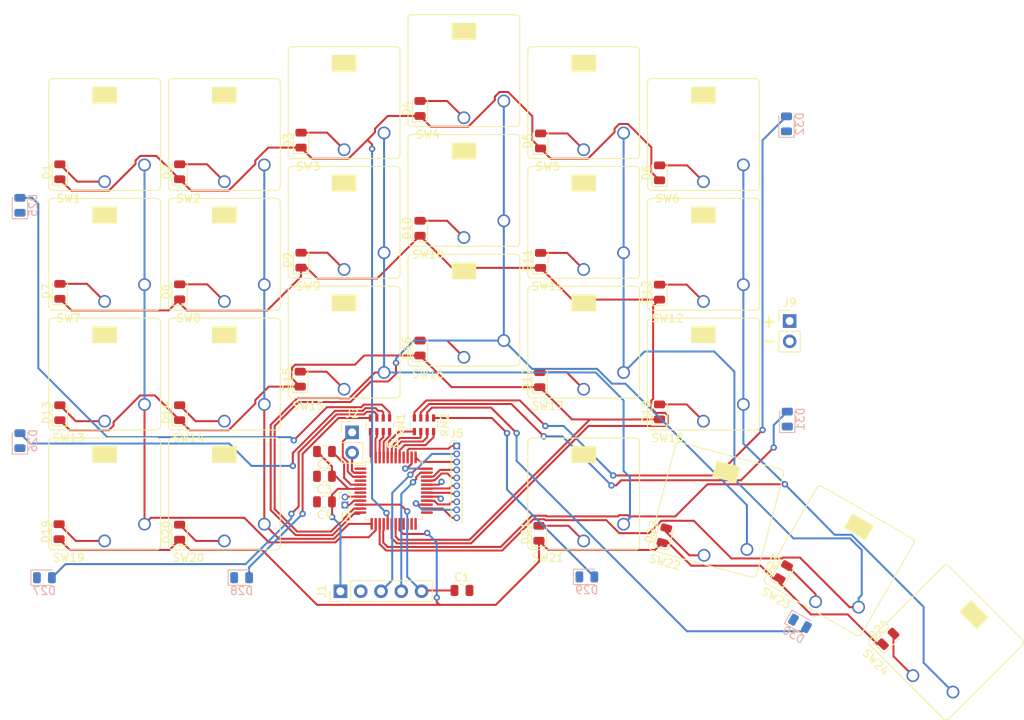
<source format=kicad_pcb>
(kicad_pcb (version 20171130) (host pcbnew 5.1.5)

  (general
    (thickness 1.6)
    (drawings 1)
    (tracks 590)
    (zones 0)
    (modules 68)
    (nets 81)
  )

  (page A4)
  (layers
    (0 F.Cu signal)
    (31 B.Cu signal)
    (32 B.Adhes user)
    (33 F.Adhes user)
    (34 B.Paste user)
    (35 F.Paste user)
    (36 B.SilkS user)
    (37 F.SilkS user)
    (38 B.Mask user)
    (39 F.Mask user)
    (40 Dwgs.User user)
    (41 Cmts.User user)
    (42 Eco1.User user)
    (43 Eco2.User user)
    (44 Edge.Cuts user)
    (45 Margin user)
    (46 B.CrtYd user)
    (47 F.CrtYd user)
    (48 B.Fab user)
    (49 F.Fab user)
  )

  (setup
    (last_trace_width 0.25)
    (trace_clearance 0.2)
    (zone_clearance 0.508)
    (zone_45_only no)
    (trace_min 0.2)
    (via_size 0.8)
    (via_drill 0.4)
    (via_min_size 0.4)
    (via_min_drill 0.3)
    (uvia_size 0.3)
    (uvia_drill 0.1)
    (uvias_allowed no)
    (uvia_min_size 0.2)
    (uvia_min_drill 0.1)
    (edge_width 0.05)
    (segment_width 0.2)
    (pcb_text_width 0.3)
    (pcb_text_size 1.5 1.5)
    (mod_edge_width 0.12)
    (mod_text_size 1 1)
    (mod_text_width 0.15)
    (pad_size 1.524 1.524)
    (pad_drill 0.762)
    (pad_to_mask_clearance 0.051)
    (solder_mask_min_width 0.25)
    (aux_axis_origin 0 0)
    (visible_elements FFFFF77F)
    (pcbplotparams
      (layerselection 0x010fc_ffffffff)
      (usegerberextensions false)
      (usegerberattributes false)
      (usegerberadvancedattributes false)
      (creategerberjobfile false)
      (excludeedgelayer true)
      (linewidth 0.100000)
      (plotframeref false)
      (viasonmask false)
      (mode 1)
      (useauxorigin false)
      (hpglpennumber 1)
      (hpglpenspeed 20)
      (hpglpendiameter 15.000000)
      (psnegative false)
      (psa4output false)
      (plotreference true)
      (plotvalue true)
      (plotinvisibletext false)
      (padsonsilk false)
      (subtractmaskfromsilk false)
      (outputformat 1)
      (mirror false)
      (drillshape 1)
      (scaleselection 1)
      (outputdirectory ""))
  )

  (net 0 "")
  (net 1 RST)
  (net 2 VSS)
  (net 3 VCC)
  (net 4 "Net-(C2-Pad1)")
  (net 5 "Net-(D1-Pad2)")
  (net 6 L1)
  (net 7 "Net-(D2-Pad2)")
  (net 8 "Net-(D3-Pad2)")
  (net 9 "Net-(D4-Pad2)")
  (net 10 "Net-(D5-Pad2)")
  (net 11 "Net-(D6-Pad2)")
  (net 12 L2)
  (net 13 "Net-(D7-Pad2)")
  (net 14 "Net-(D8-Pad2)")
  (net 15 "Net-(D9-Pad2)")
  (net 16 "Net-(D10-Pad2)")
  (net 17 "Net-(D11-Pad2)")
  (net 18 "Net-(D12-Pad2)")
  (net 19 "Net-(D13-Pad2)")
  (net 20 L3)
  (net 21 "Net-(D14-Pad2)")
  (net 22 "Net-(D15-Pad2)")
  (net 23 "Net-(D16-Pad2)")
  (net 24 "Net-(D17-Pad2)")
  (net 25 "Net-(D18-Pad2)")
  (net 26 L4)
  (net 27 "Net-(D19-Pad2)")
  (net 28 "Net-(D20-Pad2)")
  (net 29 "Net-(D21-Pad2)")
  (net 30 "Net-(D22-Pad2)")
  (net 31 "Net-(D23-Pad2)")
  (net 32 "Net-(D24-Pad2)")
  (net 33 "Net-(D25-Pad2)")
  (net 34 "Net-(D26-Pad2)")
  (net 35 "Net-(D27-Pad2)")
  (net 36 "Net-(D28-Pad2)")
  (net 37 "Net-(D29-Pad2)")
  (net 38 "Net-(D30-Pad2)")
  (net 39 "Net-(D31-Pad2)")
  (net 40 "Net-(D32-Pad2)")
  (net 41 SWCLK)
  (net 42 SWDIO)
  (net 43 "Net-(J2-Pad1)")
  (net 44 "Net-(J2-Pad2)")
  (net 45 "Net-(J3-Pad2)")
  (net 46 "Net-(J3-Pad1)")
  (net 47 GPIO1)
  (net 48 GPIO2)
  (net 49 GPIO3)
  (net 50 GPIO4)
  (net 51 GPIO5)
  (net 52 GPIO6)
  (net 53 GPIO7)
  (net 54 GPIO8)
  (net 55 GPIO9)
  (net 56 GPIO10)
  (net 57 LLed4)
  (net 58 LLed3)
  (net 59 LLed2)
  (net 60 LLed1)
  (net 61 LLed5)
  (net 62 LLed6)
  (net 63 LLed7)
  (net 64 LLed8)
  (net 65 C1)
  (net 66 C2)
  (net 67 C3)
  (net 68 C4)
  (net 69 C5)
  (net 70 C6)
  (net 71 "Net-(U1-Pad1)")
  (net 72 "Net-(U1-Pad4)")
  (net 73 "Net-(U1-Pad21)")
  (net 74 "Net-(U1-Pad22)")
  (net 75 "Net-(U1-Pad23)")
  (net 76 "Net-(U1-Pad24)")
  (net 77 "Net-(U1-Pad25)")
  (net 78 SCL)
  (net 79 SDA)
  (net 80 "Net-(U1-Pad40)")

  (net_class Default "This is the default net class."
    (clearance 0.2)
    (trace_width 0.25)
    (via_dia 0.8)
    (via_drill 0.4)
    (uvia_dia 0.3)
    (uvia_drill 0.1)
    (add_net C1)
    (add_net C2)
    (add_net C3)
    (add_net C4)
    (add_net C5)
    (add_net C6)
    (add_net GPIO1)
    (add_net GPIO10)
    (add_net GPIO2)
    (add_net GPIO3)
    (add_net GPIO4)
    (add_net GPIO5)
    (add_net GPIO6)
    (add_net GPIO7)
    (add_net GPIO8)
    (add_net GPIO9)
    (add_net L1)
    (add_net L2)
    (add_net L3)
    (add_net L4)
    (add_net LLed1)
    (add_net LLed2)
    (add_net LLed3)
    (add_net LLed4)
    (add_net LLed5)
    (add_net LLed6)
    (add_net LLed7)
    (add_net LLed8)
    (add_net "Net-(C2-Pad1)")
    (add_net "Net-(D1-Pad2)")
    (add_net "Net-(D10-Pad2)")
    (add_net "Net-(D11-Pad2)")
    (add_net "Net-(D12-Pad2)")
    (add_net "Net-(D13-Pad2)")
    (add_net "Net-(D14-Pad2)")
    (add_net "Net-(D15-Pad2)")
    (add_net "Net-(D16-Pad2)")
    (add_net "Net-(D17-Pad2)")
    (add_net "Net-(D18-Pad2)")
    (add_net "Net-(D19-Pad2)")
    (add_net "Net-(D2-Pad2)")
    (add_net "Net-(D20-Pad2)")
    (add_net "Net-(D21-Pad2)")
    (add_net "Net-(D22-Pad2)")
    (add_net "Net-(D23-Pad2)")
    (add_net "Net-(D24-Pad2)")
    (add_net "Net-(D25-Pad2)")
    (add_net "Net-(D26-Pad2)")
    (add_net "Net-(D27-Pad2)")
    (add_net "Net-(D28-Pad2)")
    (add_net "Net-(D29-Pad2)")
    (add_net "Net-(D3-Pad2)")
    (add_net "Net-(D30-Pad2)")
    (add_net "Net-(D31-Pad2)")
    (add_net "Net-(D32-Pad2)")
    (add_net "Net-(D4-Pad2)")
    (add_net "Net-(D5-Pad2)")
    (add_net "Net-(D6-Pad2)")
    (add_net "Net-(D7-Pad2)")
    (add_net "Net-(D8-Pad2)")
    (add_net "Net-(D9-Pad2)")
    (add_net "Net-(J2-Pad1)")
    (add_net "Net-(J2-Pad2)")
    (add_net "Net-(J3-Pad1)")
    (add_net "Net-(J3-Pad2)")
    (add_net "Net-(U1-Pad1)")
    (add_net "Net-(U1-Pad21)")
    (add_net "Net-(U1-Pad22)")
    (add_net "Net-(U1-Pad23)")
    (add_net "Net-(U1-Pad24)")
    (add_net "Net-(U1-Pad25)")
    (add_net "Net-(U1-Pad4)")
    (add_net "Net-(U1-Pad40)")
    (add_net RST)
    (add_net SCL)
    (add_net SDA)
    (add_net SWCLK)
    (add_net SWDIO)
    (add_net VCC)
    (add_net VSS)
  )

  (module MechanicalKeyboard:KailhChocolateV2 (layer F.Cu) (tedit 5EEE2773) (tstamp 5EEE590D)
    (at 129.4 80.8)
    (path /5F010A0B)
    (fp_text reference SW15 (at -4.5 8) (layer F.SilkS)
      (effects (font (size 1 1) (thickness 0.15)))
    )
    (fp_text value Switch (at 0 -8) (layer F.Fab)
      (effects (font (size 1 1) (thickness 0.15)))
    )
    (fp_poly (pts (xy 1.5 -3.93) (xy -1.5 -3.93) (xy -1.5 -5.93) (xy 1.5 -5.93)) (layer F.SilkS) (width 0.1))
    (fp_line (start -6.5 -7) (end 6.5 -7) (layer F.SilkS) (width 0.12))
    (fp_line (start -6.5 7) (end 6.5 7) (layer F.SilkS) (width 0.12))
    (fp_line (start 7 -6.5) (end 7 6.5) (layer F.SilkS) (width 0.12))
    (fp_line (start -7 6.5) (end -7 -6.5) (layer F.SilkS) (width 0.12))
    (fp_arc (start -6.5 -6.5) (end -6.5 -7) (angle -90) (layer F.SilkS) (width 0.12))
    (fp_arc (start -6.5 6.5) (end -7 6.5) (angle -90) (layer F.SilkS) (width 0.12))
    (fp_arc (start 6.5 6.5) (end 6.5 7) (angle -90) (layer F.SilkS) (width 0.12))
    (fp_arc (start 6.5 -6.5) (end 7 -6.5) (angle -90) (layer F.SilkS) (width 0.12))
    (pad "" np_thru_hole circle (at 0 0) (size 5 5) (drill 5) (layers *.Cu *.Mask))
    (pad "" np_thru_hole circle (at -5 -5.15) (size 1.6 1.6) (drill 1.6) (layers *.Cu *.Mask))
    (pad 1 thru_hole circle (at 0 5.9) (size 1.6 1.6) (drill 1.2) (layers *.Cu *.Mask)
      (net 22 "Net-(D15-Pad2)"))
    (pad 2 thru_hole circle (at 5 3.8) (size 1.6 1.6) (drill 1.2) (layers *.Cu *.Mask)
      (net 67 C3))
  )

  (module Capacitor_SMD:C_0805_2012Metric (layer F.Cu) (tedit 5B36C52B) (tstamp 5EEE54D4)
    (at 144.1625 111.9)
    (descr "Capacitor SMD 0805 (2012 Metric), square (rectangular) end terminal, IPC_7351 nominal, (Body size source: https://docs.google.com/spreadsheets/d/1BsfQQcO9C6DZCsRaXUlFlo91Tg2WpOkGARC1WS5S8t0/edit?usp=sharing), generated with kicad-footprint-generator")
    (tags capacitor)
    (path /5EF22406)
    (attr smd)
    (fp_text reference C1 (at 0 -1.65) (layer F.SilkS)
      (effects (font (size 1 1) (thickness 0.15)))
    )
    (fp_text value 100nF (at 0 1.65) (layer F.Fab)
      (effects (font (size 1 1) (thickness 0.15)))
    )
    (fp_line (start -1 0.6) (end -1 -0.6) (layer F.Fab) (width 0.1))
    (fp_line (start -1 -0.6) (end 1 -0.6) (layer F.Fab) (width 0.1))
    (fp_line (start 1 -0.6) (end 1 0.6) (layer F.Fab) (width 0.1))
    (fp_line (start 1 0.6) (end -1 0.6) (layer F.Fab) (width 0.1))
    (fp_line (start -0.258578 -0.71) (end 0.258578 -0.71) (layer F.SilkS) (width 0.12))
    (fp_line (start -0.258578 0.71) (end 0.258578 0.71) (layer F.SilkS) (width 0.12))
    (fp_line (start -1.68 0.95) (end -1.68 -0.95) (layer F.CrtYd) (width 0.05))
    (fp_line (start -1.68 -0.95) (end 1.68 -0.95) (layer F.CrtYd) (width 0.05))
    (fp_line (start 1.68 -0.95) (end 1.68 0.95) (layer F.CrtYd) (width 0.05))
    (fp_line (start 1.68 0.95) (end -1.68 0.95) (layer F.CrtYd) (width 0.05))
    (fp_text user %R (at 0 0) (layer F.Fab)
      (effects (font (size 0.5 0.5) (thickness 0.08)))
    )
    (pad 1 smd roundrect (at -0.9375 0) (size 0.975 1.4) (layers F.Cu F.Paste F.Mask) (roundrect_rratio 0.25)
      (net 1 RST))
    (pad 2 smd roundrect (at 0.9375 0) (size 0.975 1.4) (layers F.Cu F.Paste F.Mask) (roundrect_rratio 0.25)
      (net 2 VSS))
    (model ${KISYS3DMOD}/Capacitor_SMD.3dshapes/C_0805_2012Metric.wrl
      (at (xyz 0 0 0))
      (scale (xyz 1 1 1))
      (rotate (xyz 0 0 0))
    )
  )

  (module Capacitor_SMD:C_0805_2012Metric (layer F.Cu) (tedit 5B36C52B) (tstamp 5EEE54E5)
    (at 126.9375 94.5 180)
    (descr "Capacitor SMD 0805 (2012 Metric), square (rectangular) end terminal, IPC_7351 nominal, (Body size source: https://docs.google.com/spreadsheets/d/1BsfQQcO9C6DZCsRaXUlFlo91Tg2WpOkGARC1WS5S8t0/edit?usp=sharing), generated with kicad-footprint-generator")
    (tags capacitor)
    (path /5EED9515)
    (attr smd)
    (fp_text reference C2 (at 0 -1.65) (layer F.SilkS)
      (effects (font (size 1 1) (thickness 0.15)))
    )
    (fp_text value 100nF (at 0 1.65) (layer F.Fab)
      (effects (font (size 1 1) (thickness 0.15)))
    )
    (fp_text user %R (at 0 0) (layer F.Fab)
      (effects (font (size 0.5 0.5) (thickness 0.08)))
    )
    (fp_line (start 1.68 0.95) (end -1.68 0.95) (layer F.CrtYd) (width 0.05))
    (fp_line (start 1.68 -0.95) (end 1.68 0.95) (layer F.CrtYd) (width 0.05))
    (fp_line (start -1.68 -0.95) (end 1.68 -0.95) (layer F.CrtYd) (width 0.05))
    (fp_line (start -1.68 0.95) (end -1.68 -0.95) (layer F.CrtYd) (width 0.05))
    (fp_line (start -0.258578 0.71) (end 0.258578 0.71) (layer F.SilkS) (width 0.12))
    (fp_line (start -0.258578 -0.71) (end 0.258578 -0.71) (layer F.SilkS) (width 0.12))
    (fp_line (start 1 0.6) (end -1 0.6) (layer F.Fab) (width 0.1))
    (fp_line (start 1 -0.6) (end 1 0.6) (layer F.Fab) (width 0.1))
    (fp_line (start -1 -0.6) (end 1 -0.6) (layer F.Fab) (width 0.1))
    (fp_line (start -1 0.6) (end -1 -0.6) (layer F.Fab) (width 0.1))
    (pad 2 smd roundrect (at 0.9375 0 180) (size 0.975 1.4) (layers F.Cu F.Paste F.Mask) (roundrect_rratio 0.25)
      (net 3 VCC))
    (pad 1 smd roundrect (at -0.9375 0 180) (size 0.975 1.4) (layers F.Cu F.Paste F.Mask) (roundrect_rratio 0.25)
      (net 4 "Net-(C2-Pad1)"))
    (model ${KISYS3DMOD}/Capacitor_SMD.3dshapes/C_0805_2012Metric.wrl
      (at (xyz 0 0 0))
      (scale (xyz 1 1 1))
      (rotate (xyz 0 0 0))
    )
  )

  (module Capacitor_SMD:C_0805_2012Metric (layer F.Cu) (tedit 5B36C52B) (tstamp 5EEE54F6)
    (at 126.9375 97.6 180)
    (descr "Capacitor SMD 0805 (2012 Metric), square (rectangular) end terminal, IPC_7351 nominal, (Body size source: https://docs.google.com/spreadsheets/d/1BsfQQcO9C6DZCsRaXUlFlo91Tg2WpOkGARC1WS5S8t0/edit?usp=sharing), generated with kicad-footprint-generator")
    (tags capacitor)
    (path /5EEA6268)
    (attr smd)
    (fp_text reference C3 (at 0 -1.65) (layer F.SilkS)
      (effects (font (size 1 1) (thickness 0.15)))
    )
    (fp_text value 4.7uF (at 0 1.65) (layer F.Fab)
      (effects (font (size 1 1) (thickness 0.15)))
    )
    (fp_line (start -1 0.6) (end -1 -0.6) (layer F.Fab) (width 0.1))
    (fp_line (start -1 -0.6) (end 1 -0.6) (layer F.Fab) (width 0.1))
    (fp_line (start 1 -0.6) (end 1 0.6) (layer F.Fab) (width 0.1))
    (fp_line (start 1 0.6) (end -1 0.6) (layer F.Fab) (width 0.1))
    (fp_line (start -0.258578 -0.71) (end 0.258578 -0.71) (layer F.SilkS) (width 0.12))
    (fp_line (start -0.258578 0.71) (end 0.258578 0.71) (layer F.SilkS) (width 0.12))
    (fp_line (start -1.68 0.95) (end -1.68 -0.95) (layer F.CrtYd) (width 0.05))
    (fp_line (start -1.68 -0.95) (end 1.68 -0.95) (layer F.CrtYd) (width 0.05))
    (fp_line (start 1.68 -0.95) (end 1.68 0.95) (layer F.CrtYd) (width 0.05))
    (fp_line (start 1.68 0.95) (end -1.68 0.95) (layer F.CrtYd) (width 0.05))
    (fp_text user %R (at 0 0) (layer F.Fab)
      (effects (font (size 0.5 0.5) (thickness 0.08)))
    )
    (pad 1 smd roundrect (at -0.9375 0 180) (size 0.975 1.4) (layers F.Cu F.Paste F.Mask) (roundrect_rratio 0.25)
      (net 3 VCC))
    (pad 2 smd roundrect (at 0.9375 0 180) (size 0.975 1.4) (layers F.Cu F.Paste F.Mask) (roundrect_rratio 0.25)
      (net 2 VSS))
    (model ${KISYS3DMOD}/Capacitor_SMD.3dshapes/C_0805_2012Metric.wrl
      (at (xyz 0 0 0))
      (scale (xyz 1 1 1))
      (rotate (xyz 0 0 0))
    )
  )

  (module Capacitor_SMD:C_0805_2012Metric (layer F.Cu) (tedit 5B36C52B) (tstamp 5EEE5507)
    (at 126.9375 100.8 180)
    (descr "Capacitor SMD 0805 (2012 Metric), square (rectangular) end terminal, IPC_7351 nominal, (Body size source: https://docs.google.com/spreadsheets/d/1BsfQQcO9C6DZCsRaXUlFlo91Tg2WpOkGARC1WS5S8t0/edit?usp=sharing), generated with kicad-footprint-generator")
    (tags capacitor)
    (path /5EEA4F01)
    (attr smd)
    (fp_text reference C4 (at 0 -1.65) (layer F.SilkS)
      (effects (font (size 1 1) (thickness 0.15)))
    )
    (fp_text value 100nF (at 0 1.65) (layer F.Fab)
      (effects (font (size 1 1) (thickness 0.15)))
    )
    (fp_text user %R (at 0 0) (layer F.Fab)
      (effects (font (size 0.5 0.5) (thickness 0.08)))
    )
    (fp_line (start 1.68 0.95) (end -1.68 0.95) (layer F.CrtYd) (width 0.05))
    (fp_line (start 1.68 -0.95) (end 1.68 0.95) (layer F.CrtYd) (width 0.05))
    (fp_line (start -1.68 -0.95) (end 1.68 -0.95) (layer F.CrtYd) (width 0.05))
    (fp_line (start -1.68 0.95) (end -1.68 -0.95) (layer F.CrtYd) (width 0.05))
    (fp_line (start -0.258578 0.71) (end 0.258578 0.71) (layer F.SilkS) (width 0.12))
    (fp_line (start -0.258578 -0.71) (end 0.258578 -0.71) (layer F.SilkS) (width 0.12))
    (fp_line (start 1 0.6) (end -1 0.6) (layer F.Fab) (width 0.1))
    (fp_line (start 1 -0.6) (end 1 0.6) (layer F.Fab) (width 0.1))
    (fp_line (start -1 -0.6) (end 1 -0.6) (layer F.Fab) (width 0.1))
    (fp_line (start -1 0.6) (end -1 -0.6) (layer F.Fab) (width 0.1))
    (pad 2 smd roundrect (at 0.9375 0 180) (size 0.975 1.4) (layers F.Cu F.Paste F.Mask) (roundrect_rratio 0.25)
      (net 2 VSS))
    (pad 1 smd roundrect (at -0.9375 0 180) (size 0.975 1.4) (layers F.Cu F.Paste F.Mask) (roundrect_rratio 0.25)
      (net 3 VCC))
    (model ${KISYS3DMOD}/Capacitor_SMD.3dshapes/C_0805_2012Metric.wrl
      (at (xyz 0 0 0))
      (scale (xyz 1 1 1))
      (rotate (xyz 0 0 0))
    )
  )

  (module Diode_SMD:D_0805_2012Metric (layer F.Cu) (tedit 5B36C52B) (tstamp 5EEE551A)
    (at 93.8 59.4625 90)
    (descr "Diode SMD 0805 (2012 Metric), square (rectangular) end terminal, IPC_7351 nominal, (Body size source: https://docs.google.com/spreadsheets/d/1BsfQQcO9C6DZCsRaXUlFlo91Tg2WpOkGARC1WS5S8t0/edit?usp=sharing), generated with kicad-footprint-generator")
    (tags diode)
    (path /5EEE07F2)
    (attr smd)
    (fp_text reference D1 (at 0 -1.65 90) (layer F.SilkS)
      (effects (font (size 1 1) (thickness 0.15)))
    )
    (fp_text value D (at 0 1.65 90) (layer F.Fab)
      (effects (font (size 1 1) (thickness 0.15)))
    )
    (fp_text user %R (at 0 0 90) (layer F.Fab)
      (effects (font (size 0.5 0.5) (thickness 0.08)))
    )
    (fp_line (start 1.68 0.95) (end -1.68 0.95) (layer F.CrtYd) (width 0.05))
    (fp_line (start 1.68 -0.95) (end 1.68 0.95) (layer F.CrtYd) (width 0.05))
    (fp_line (start -1.68 -0.95) (end 1.68 -0.95) (layer F.CrtYd) (width 0.05))
    (fp_line (start -1.68 0.95) (end -1.68 -0.95) (layer F.CrtYd) (width 0.05))
    (fp_line (start -1.685 0.96) (end 1 0.96) (layer F.SilkS) (width 0.12))
    (fp_line (start -1.685 -0.96) (end -1.685 0.96) (layer F.SilkS) (width 0.12))
    (fp_line (start 1 -0.96) (end -1.685 -0.96) (layer F.SilkS) (width 0.12))
    (fp_line (start 1 0.6) (end 1 -0.6) (layer F.Fab) (width 0.1))
    (fp_line (start -1 0.6) (end 1 0.6) (layer F.Fab) (width 0.1))
    (fp_line (start -1 -0.3) (end -1 0.6) (layer F.Fab) (width 0.1))
    (fp_line (start -0.7 -0.6) (end -1 -0.3) (layer F.Fab) (width 0.1))
    (fp_line (start 1 -0.6) (end -0.7 -0.6) (layer F.Fab) (width 0.1))
    (pad 2 smd roundrect (at 0.9375 0 90) (size 0.975 1.4) (layers F.Cu F.Paste F.Mask) (roundrect_rratio 0.25)
      (net 5 "Net-(D1-Pad2)"))
    (pad 1 smd roundrect (at -0.9375 0 90) (size 0.975 1.4) (layers F.Cu F.Paste F.Mask) (roundrect_rratio 0.25)
      (net 6 L1))
    (model ${KISYS3DMOD}/Diode_SMD.3dshapes/D_0805_2012Metric.wrl
      (at (xyz 0 0 0))
      (scale (xyz 1 1 1))
      (rotate (xyz 0 0 0))
    )
  )

  (module Diode_SMD:D_0805_2012Metric (layer F.Cu) (tedit 5B36C52B) (tstamp 5EEE552D)
    (at 108.8 59.4625 90)
    (descr "Diode SMD 0805 (2012 Metric), square (rectangular) end terminal, IPC_7351 nominal, (Body size source: https://docs.google.com/spreadsheets/d/1BsfQQcO9C6DZCsRaXUlFlo91Tg2WpOkGARC1WS5S8t0/edit?usp=sharing), generated with kicad-footprint-generator")
    (tags diode)
    (path /5EFE6E45)
    (attr smd)
    (fp_text reference D2 (at 0 -1.65 90) (layer F.SilkS)
      (effects (font (size 1 1) (thickness 0.15)))
    )
    (fp_text value D (at 0 1.65 90) (layer F.Fab)
      (effects (font (size 1 1) (thickness 0.15)))
    )
    (fp_line (start 1 -0.6) (end -0.7 -0.6) (layer F.Fab) (width 0.1))
    (fp_line (start -0.7 -0.6) (end -1 -0.3) (layer F.Fab) (width 0.1))
    (fp_line (start -1 -0.3) (end -1 0.6) (layer F.Fab) (width 0.1))
    (fp_line (start -1 0.6) (end 1 0.6) (layer F.Fab) (width 0.1))
    (fp_line (start 1 0.6) (end 1 -0.6) (layer F.Fab) (width 0.1))
    (fp_line (start 1 -0.96) (end -1.685 -0.96) (layer F.SilkS) (width 0.12))
    (fp_line (start -1.685 -0.96) (end -1.685 0.96) (layer F.SilkS) (width 0.12))
    (fp_line (start -1.685 0.96) (end 1 0.96) (layer F.SilkS) (width 0.12))
    (fp_line (start -1.68 0.95) (end -1.68 -0.95) (layer F.CrtYd) (width 0.05))
    (fp_line (start -1.68 -0.95) (end 1.68 -0.95) (layer F.CrtYd) (width 0.05))
    (fp_line (start 1.68 -0.95) (end 1.68 0.95) (layer F.CrtYd) (width 0.05))
    (fp_line (start 1.68 0.95) (end -1.68 0.95) (layer F.CrtYd) (width 0.05))
    (fp_text user %R (at 0 0 90) (layer F.Fab)
      (effects (font (size 0.5 0.5) (thickness 0.08)))
    )
    (pad 1 smd roundrect (at -0.9375 0 90) (size 0.975 1.4) (layers F.Cu F.Paste F.Mask) (roundrect_rratio 0.25)
      (net 6 L1))
    (pad 2 smd roundrect (at 0.9375 0 90) (size 0.975 1.4) (layers F.Cu F.Paste F.Mask) (roundrect_rratio 0.25)
      (net 7 "Net-(D2-Pad2)"))
    (model ${KISYS3DMOD}/Diode_SMD.3dshapes/D_0805_2012Metric.wrl
      (at (xyz 0 0 0))
      (scale (xyz 1 1 1))
      (rotate (xyz 0 0 0))
    )
  )

  (module Diode_SMD:D_0805_2012Metric (layer F.Cu) (tedit 5B36C52B) (tstamp 5EEE5540)
    (at 124 55.5 90)
    (descr "Diode SMD 0805 (2012 Metric), square (rectangular) end terminal, IPC_7351 nominal, (Body size source: https://docs.google.com/spreadsheets/d/1BsfQQcO9C6DZCsRaXUlFlo91Tg2WpOkGARC1WS5S8t0/edit?usp=sharing), generated with kicad-footprint-generator")
    (tags diode)
    (path /5EFED5FC)
    (attr smd)
    (fp_text reference D3 (at 0 -1.65 90) (layer F.SilkS)
      (effects (font (size 1 1) (thickness 0.15)))
    )
    (fp_text value D (at 0 1.65 90) (layer F.Fab)
      (effects (font (size 1 1) (thickness 0.15)))
    )
    (fp_text user %R (at 0 0 90) (layer F.Fab)
      (effects (font (size 0.5 0.5) (thickness 0.08)))
    )
    (fp_line (start 1.68 0.95) (end -1.68 0.95) (layer F.CrtYd) (width 0.05))
    (fp_line (start 1.68 -0.95) (end 1.68 0.95) (layer F.CrtYd) (width 0.05))
    (fp_line (start -1.68 -0.95) (end 1.68 -0.95) (layer F.CrtYd) (width 0.05))
    (fp_line (start -1.68 0.95) (end -1.68 -0.95) (layer F.CrtYd) (width 0.05))
    (fp_line (start -1.685 0.96) (end 1 0.96) (layer F.SilkS) (width 0.12))
    (fp_line (start -1.685 -0.96) (end -1.685 0.96) (layer F.SilkS) (width 0.12))
    (fp_line (start 1 -0.96) (end -1.685 -0.96) (layer F.SilkS) (width 0.12))
    (fp_line (start 1 0.6) (end 1 -0.6) (layer F.Fab) (width 0.1))
    (fp_line (start -1 0.6) (end 1 0.6) (layer F.Fab) (width 0.1))
    (fp_line (start -1 -0.3) (end -1 0.6) (layer F.Fab) (width 0.1))
    (fp_line (start -0.7 -0.6) (end -1 -0.3) (layer F.Fab) (width 0.1))
    (fp_line (start 1 -0.6) (end -0.7 -0.6) (layer F.Fab) (width 0.1))
    (pad 2 smd roundrect (at 0.9375 0 90) (size 0.975 1.4) (layers F.Cu F.Paste F.Mask) (roundrect_rratio 0.25)
      (net 8 "Net-(D3-Pad2)"))
    (pad 1 smd roundrect (at -0.9375 0 90) (size 0.975 1.4) (layers F.Cu F.Paste F.Mask) (roundrect_rratio 0.25)
      (net 6 L1))
    (model ${KISYS3DMOD}/Diode_SMD.3dshapes/D_0805_2012Metric.wrl
      (at (xyz 0 0 0))
      (scale (xyz 1 1 1))
      (rotate (xyz 0 0 0))
    )
  )

  (module Diode_SMD:D_0805_2012Metric (layer F.Cu) (tedit 5B36C52B) (tstamp 5EEE5553)
    (at 138.9 51.5375 90)
    (descr "Diode SMD 0805 (2012 Metric), square (rectangular) end terminal, IPC_7351 nominal, (Body size source: https://docs.google.com/spreadsheets/d/1BsfQQcO9C6DZCsRaXUlFlo91Tg2WpOkGARC1WS5S8t0/edit?usp=sharing), generated with kicad-footprint-generator")
    (tags diode)
    (path /5EFED612)
    (attr smd)
    (fp_text reference D4 (at 0 -1.65 90) (layer F.SilkS)
      (effects (font (size 1 1) (thickness 0.15)))
    )
    (fp_text value D (at 0 1.65 90) (layer F.Fab)
      (effects (font (size 1 1) (thickness 0.15)))
    )
    (fp_text user %R (at 0 0 90) (layer F.Fab)
      (effects (font (size 0.5 0.5) (thickness 0.08)))
    )
    (fp_line (start 1.68 0.95) (end -1.68 0.95) (layer F.CrtYd) (width 0.05))
    (fp_line (start 1.68 -0.95) (end 1.68 0.95) (layer F.CrtYd) (width 0.05))
    (fp_line (start -1.68 -0.95) (end 1.68 -0.95) (layer F.CrtYd) (width 0.05))
    (fp_line (start -1.68 0.95) (end -1.68 -0.95) (layer F.CrtYd) (width 0.05))
    (fp_line (start -1.685 0.96) (end 1 0.96) (layer F.SilkS) (width 0.12))
    (fp_line (start -1.685 -0.96) (end -1.685 0.96) (layer F.SilkS) (width 0.12))
    (fp_line (start 1 -0.96) (end -1.685 -0.96) (layer F.SilkS) (width 0.12))
    (fp_line (start 1 0.6) (end 1 -0.6) (layer F.Fab) (width 0.1))
    (fp_line (start -1 0.6) (end 1 0.6) (layer F.Fab) (width 0.1))
    (fp_line (start -1 -0.3) (end -1 0.6) (layer F.Fab) (width 0.1))
    (fp_line (start -0.7 -0.6) (end -1 -0.3) (layer F.Fab) (width 0.1))
    (fp_line (start 1 -0.6) (end -0.7 -0.6) (layer F.Fab) (width 0.1))
    (pad 2 smd roundrect (at 0.9375 0 90) (size 0.975 1.4) (layers F.Cu F.Paste F.Mask) (roundrect_rratio 0.25)
      (net 9 "Net-(D4-Pad2)"))
    (pad 1 smd roundrect (at -0.9375 0 90) (size 0.975 1.4) (layers F.Cu F.Paste F.Mask) (roundrect_rratio 0.25)
      (net 6 L1))
    (model ${KISYS3DMOD}/Diode_SMD.3dshapes/D_0805_2012Metric.wrl
      (at (xyz 0 0 0))
      (scale (xyz 1 1 1))
      (rotate (xyz 0 0 0))
    )
  )

  (module Diode_SMD:D_0805_2012Metric (layer F.Cu) (tedit 5B36C52B) (tstamp 5EEE5566)
    (at 154 55.6 90)
    (descr "Diode SMD 0805 (2012 Metric), square (rectangular) end terminal, IPC_7351 nominal, (Body size source: https://docs.google.com/spreadsheets/d/1BsfQQcO9C6DZCsRaXUlFlo91Tg2WpOkGARC1WS5S8t0/edit?usp=sharing), generated with kicad-footprint-generator")
    (tags diode)
    (path /5EFFA2CB)
    (attr smd)
    (fp_text reference D5 (at 0 -1.65 90) (layer F.SilkS)
      (effects (font (size 1 1) (thickness 0.15)))
    )
    (fp_text value D (at 0 1.65 90) (layer F.Fab)
      (effects (font (size 1 1) (thickness 0.15)))
    )
    (fp_line (start 1 -0.6) (end -0.7 -0.6) (layer F.Fab) (width 0.1))
    (fp_line (start -0.7 -0.6) (end -1 -0.3) (layer F.Fab) (width 0.1))
    (fp_line (start -1 -0.3) (end -1 0.6) (layer F.Fab) (width 0.1))
    (fp_line (start -1 0.6) (end 1 0.6) (layer F.Fab) (width 0.1))
    (fp_line (start 1 0.6) (end 1 -0.6) (layer F.Fab) (width 0.1))
    (fp_line (start 1 -0.96) (end -1.685 -0.96) (layer F.SilkS) (width 0.12))
    (fp_line (start -1.685 -0.96) (end -1.685 0.96) (layer F.SilkS) (width 0.12))
    (fp_line (start -1.685 0.96) (end 1 0.96) (layer F.SilkS) (width 0.12))
    (fp_line (start -1.68 0.95) (end -1.68 -0.95) (layer F.CrtYd) (width 0.05))
    (fp_line (start -1.68 -0.95) (end 1.68 -0.95) (layer F.CrtYd) (width 0.05))
    (fp_line (start 1.68 -0.95) (end 1.68 0.95) (layer F.CrtYd) (width 0.05))
    (fp_line (start 1.68 0.95) (end -1.68 0.95) (layer F.CrtYd) (width 0.05))
    (fp_text user %R (at 0 0 90) (layer F.Fab)
      (effects (font (size 0.5 0.5) (thickness 0.08)))
    )
    (pad 1 smd roundrect (at -0.9375 0 90) (size 0.975 1.4) (layers F.Cu F.Paste F.Mask) (roundrect_rratio 0.25)
      (net 6 L1))
    (pad 2 smd roundrect (at 0.9375 0 90) (size 0.975 1.4) (layers F.Cu F.Paste F.Mask) (roundrect_rratio 0.25)
      (net 10 "Net-(D5-Pad2)"))
    (model ${KISYS3DMOD}/Diode_SMD.3dshapes/D_0805_2012Metric.wrl
      (at (xyz 0 0 0))
      (scale (xyz 1 1 1))
      (rotate (xyz 0 0 0))
    )
  )

  (module Diode_SMD:D_0805_2012Metric (layer F.Cu) (tedit 5B36C52B) (tstamp 5EEE5579)
    (at 168.9 59.6 90)
    (descr "Diode SMD 0805 (2012 Metric), square (rectangular) end terminal, IPC_7351 nominal, (Body size source: https://docs.google.com/spreadsheets/d/1BsfQQcO9C6DZCsRaXUlFlo91Tg2WpOkGARC1WS5S8t0/edit?usp=sharing), generated with kicad-footprint-generator")
    (tags diode)
    (path /5EFFA2E1)
    (attr smd)
    (fp_text reference D6 (at 0 -1.65 90) (layer F.SilkS)
      (effects (font (size 1 1) (thickness 0.15)))
    )
    (fp_text value D (at 0 1.65 90) (layer F.Fab)
      (effects (font (size 1 1) (thickness 0.15)))
    )
    (fp_text user %R (at 0 0 90) (layer F.Fab)
      (effects (font (size 0.5 0.5) (thickness 0.08)))
    )
    (fp_line (start 1.68 0.95) (end -1.68 0.95) (layer F.CrtYd) (width 0.05))
    (fp_line (start 1.68 -0.95) (end 1.68 0.95) (layer F.CrtYd) (width 0.05))
    (fp_line (start -1.68 -0.95) (end 1.68 -0.95) (layer F.CrtYd) (width 0.05))
    (fp_line (start -1.68 0.95) (end -1.68 -0.95) (layer F.CrtYd) (width 0.05))
    (fp_line (start -1.685 0.96) (end 1 0.96) (layer F.SilkS) (width 0.12))
    (fp_line (start -1.685 -0.96) (end -1.685 0.96) (layer F.SilkS) (width 0.12))
    (fp_line (start 1 -0.96) (end -1.685 -0.96) (layer F.SilkS) (width 0.12))
    (fp_line (start 1 0.6) (end 1 -0.6) (layer F.Fab) (width 0.1))
    (fp_line (start -1 0.6) (end 1 0.6) (layer F.Fab) (width 0.1))
    (fp_line (start -1 -0.3) (end -1 0.6) (layer F.Fab) (width 0.1))
    (fp_line (start -0.7 -0.6) (end -1 -0.3) (layer F.Fab) (width 0.1))
    (fp_line (start 1 -0.6) (end -0.7 -0.6) (layer F.Fab) (width 0.1))
    (pad 2 smd roundrect (at 0.9375 0 90) (size 0.975 1.4) (layers F.Cu F.Paste F.Mask) (roundrect_rratio 0.25)
      (net 11 "Net-(D6-Pad2)"))
    (pad 1 smd roundrect (at -0.9375 0 90) (size 0.975 1.4) (layers F.Cu F.Paste F.Mask) (roundrect_rratio 0.25)
      (net 6 L1))
    (model ${KISYS3DMOD}/Diode_SMD.3dshapes/D_0805_2012Metric.wrl
      (at (xyz 0 0 0))
      (scale (xyz 1 1 1))
      (rotate (xyz 0 0 0))
    )
  )

  (module Diode_SMD:D_0805_2012Metric (layer F.Cu) (tedit 5B36C52B) (tstamp 5EEE558C)
    (at 93.8 74.4375 90)
    (descr "Diode SMD 0805 (2012 Metric), square (rectangular) end terminal, IPC_7351 nominal, (Body size source: https://docs.google.com/spreadsheets/d/1BsfQQcO9C6DZCsRaXUlFlo91Tg2WpOkGARC1WS5S8t0/edit?usp=sharing), generated with kicad-footprint-generator")
    (tags diode)
    (path /5F004766)
    (attr smd)
    (fp_text reference D7 (at 0 -1.65 90) (layer F.SilkS)
      (effects (font (size 1 1) (thickness 0.15)))
    )
    (fp_text value D (at 0 1.65 90) (layer F.Fab)
      (effects (font (size 1 1) (thickness 0.15)))
    )
    (fp_line (start 1 -0.6) (end -0.7 -0.6) (layer F.Fab) (width 0.1))
    (fp_line (start -0.7 -0.6) (end -1 -0.3) (layer F.Fab) (width 0.1))
    (fp_line (start -1 -0.3) (end -1 0.6) (layer F.Fab) (width 0.1))
    (fp_line (start -1 0.6) (end 1 0.6) (layer F.Fab) (width 0.1))
    (fp_line (start 1 0.6) (end 1 -0.6) (layer F.Fab) (width 0.1))
    (fp_line (start 1 -0.96) (end -1.685 -0.96) (layer F.SilkS) (width 0.12))
    (fp_line (start -1.685 -0.96) (end -1.685 0.96) (layer F.SilkS) (width 0.12))
    (fp_line (start -1.685 0.96) (end 1 0.96) (layer F.SilkS) (width 0.12))
    (fp_line (start -1.68 0.95) (end -1.68 -0.95) (layer F.CrtYd) (width 0.05))
    (fp_line (start -1.68 -0.95) (end 1.68 -0.95) (layer F.CrtYd) (width 0.05))
    (fp_line (start 1.68 -0.95) (end 1.68 0.95) (layer F.CrtYd) (width 0.05))
    (fp_line (start 1.68 0.95) (end -1.68 0.95) (layer F.CrtYd) (width 0.05))
    (fp_text user %R (at 0 0 90) (layer F.Fab)
      (effects (font (size 0.5 0.5) (thickness 0.08)))
    )
    (pad 1 smd roundrect (at -0.9375 0 90) (size 0.975 1.4) (layers F.Cu F.Paste F.Mask) (roundrect_rratio 0.25)
      (net 12 L2))
    (pad 2 smd roundrect (at 0.9375 0 90) (size 0.975 1.4) (layers F.Cu F.Paste F.Mask) (roundrect_rratio 0.25)
      (net 13 "Net-(D7-Pad2)"))
    (model ${KISYS3DMOD}/Diode_SMD.3dshapes/D_0805_2012Metric.wrl
      (at (xyz 0 0 0))
      (scale (xyz 1 1 1))
      (rotate (xyz 0 0 0))
    )
  )

  (module Diode_SMD:D_0805_2012Metric (layer F.Cu) (tedit 5B36C52B) (tstamp 5EEE559F)
    (at 108.8 74.5 90)
    (descr "Diode SMD 0805 (2012 Metric), square (rectangular) end terminal, IPC_7351 nominal, (Body size source: https://docs.google.com/spreadsheets/d/1BsfQQcO9C6DZCsRaXUlFlo91Tg2WpOkGARC1WS5S8t0/edit?usp=sharing), generated with kicad-footprint-generator")
    (tags diode)
    (path /5F00477C)
    (attr smd)
    (fp_text reference D8 (at 0 -1.65 90) (layer F.SilkS)
      (effects (font (size 1 1) (thickness 0.15)))
    )
    (fp_text value D (at 0 1.65 90) (layer F.Fab)
      (effects (font (size 1 1) (thickness 0.15)))
    )
    (fp_text user %R (at 0 0 90) (layer F.Fab)
      (effects (font (size 0.5 0.5) (thickness 0.08)))
    )
    (fp_line (start 1.68 0.95) (end -1.68 0.95) (layer F.CrtYd) (width 0.05))
    (fp_line (start 1.68 -0.95) (end 1.68 0.95) (layer F.CrtYd) (width 0.05))
    (fp_line (start -1.68 -0.95) (end 1.68 -0.95) (layer F.CrtYd) (width 0.05))
    (fp_line (start -1.68 0.95) (end -1.68 -0.95) (layer F.CrtYd) (width 0.05))
    (fp_line (start -1.685 0.96) (end 1 0.96) (layer F.SilkS) (width 0.12))
    (fp_line (start -1.685 -0.96) (end -1.685 0.96) (layer F.SilkS) (width 0.12))
    (fp_line (start 1 -0.96) (end -1.685 -0.96) (layer F.SilkS) (width 0.12))
    (fp_line (start 1 0.6) (end 1 -0.6) (layer F.Fab) (width 0.1))
    (fp_line (start -1 0.6) (end 1 0.6) (layer F.Fab) (width 0.1))
    (fp_line (start -1 -0.3) (end -1 0.6) (layer F.Fab) (width 0.1))
    (fp_line (start -0.7 -0.6) (end -1 -0.3) (layer F.Fab) (width 0.1))
    (fp_line (start 1 -0.6) (end -0.7 -0.6) (layer F.Fab) (width 0.1))
    (pad 2 smd roundrect (at 0.9375 0 90) (size 0.975 1.4) (layers F.Cu F.Paste F.Mask) (roundrect_rratio 0.25)
      (net 14 "Net-(D8-Pad2)"))
    (pad 1 smd roundrect (at -0.9375 0 90) (size 0.975 1.4) (layers F.Cu F.Paste F.Mask) (roundrect_rratio 0.25)
      (net 12 L2))
    (model ${KISYS3DMOD}/Diode_SMD.3dshapes/D_0805_2012Metric.wrl
      (at (xyz 0 0 0))
      (scale (xyz 1 1 1))
      (rotate (xyz 0 0 0))
    )
  )

  (module Diode_SMD:D_0805_2012Metric (layer F.Cu) (tedit 5B36C52B) (tstamp 5EEE55B2)
    (at 124 70.5375 90)
    (descr "Diode SMD 0805 (2012 Metric), square (rectangular) end terminal, IPC_7351 nominal, (Body size source: https://docs.google.com/spreadsheets/d/1BsfQQcO9C6DZCsRaXUlFlo91Tg2WpOkGARC1WS5S8t0/edit?usp=sharing), generated with kicad-footprint-generator")
    (tags diode)
    (path /5F004792)
    (attr smd)
    (fp_text reference D9 (at 0 -1.65 90) (layer F.SilkS)
      (effects (font (size 1 1) (thickness 0.15)))
    )
    (fp_text value D (at 0 1.65 90) (layer F.Fab)
      (effects (font (size 1 1) (thickness 0.15)))
    )
    (fp_text user %R (at 0 0 90) (layer F.Fab)
      (effects (font (size 0.5 0.5) (thickness 0.08)))
    )
    (fp_line (start 1.68 0.95) (end -1.68 0.95) (layer F.CrtYd) (width 0.05))
    (fp_line (start 1.68 -0.95) (end 1.68 0.95) (layer F.CrtYd) (width 0.05))
    (fp_line (start -1.68 -0.95) (end 1.68 -0.95) (layer F.CrtYd) (width 0.05))
    (fp_line (start -1.68 0.95) (end -1.68 -0.95) (layer F.CrtYd) (width 0.05))
    (fp_line (start -1.685 0.96) (end 1 0.96) (layer F.SilkS) (width 0.12))
    (fp_line (start -1.685 -0.96) (end -1.685 0.96) (layer F.SilkS) (width 0.12))
    (fp_line (start 1 -0.96) (end -1.685 -0.96) (layer F.SilkS) (width 0.12))
    (fp_line (start 1 0.6) (end 1 -0.6) (layer F.Fab) (width 0.1))
    (fp_line (start -1 0.6) (end 1 0.6) (layer F.Fab) (width 0.1))
    (fp_line (start -1 -0.3) (end -1 0.6) (layer F.Fab) (width 0.1))
    (fp_line (start -0.7 -0.6) (end -1 -0.3) (layer F.Fab) (width 0.1))
    (fp_line (start 1 -0.6) (end -0.7 -0.6) (layer F.Fab) (width 0.1))
    (pad 2 smd roundrect (at 0.9375 0 90) (size 0.975 1.4) (layers F.Cu F.Paste F.Mask) (roundrect_rratio 0.25)
      (net 15 "Net-(D9-Pad2)"))
    (pad 1 smd roundrect (at -0.9375 0 90) (size 0.975 1.4) (layers F.Cu F.Paste F.Mask) (roundrect_rratio 0.25)
      (net 12 L2))
    (model ${KISYS3DMOD}/Diode_SMD.3dshapes/D_0805_2012Metric.wrl
      (at (xyz 0 0 0))
      (scale (xyz 1 1 1))
      (rotate (xyz 0 0 0))
    )
  )

  (module Diode_SMD:D_0805_2012Metric (layer F.Cu) (tedit 5B36C52B) (tstamp 5EEE55C5)
    (at 138.9 66.5375 90)
    (descr "Diode SMD 0805 (2012 Metric), square (rectangular) end terminal, IPC_7351 nominal, (Body size source: https://docs.google.com/spreadsheets/d/1BsfQQcO9C6DZCsRaXUlFlo91Tg2WpOkGARC1WS5S8t0/edit?usp=sharing), generated with kicad-footprint-generator")
    (tags diode)
    (path /5F0047A8)
    (attr smd)
    (fp_text reference D10 (at 0 -1.65 90) (layer F.SilkS)
      (effects (font (size 1 1) (thickness 0.15)))
    )
    (fp_text value D (at 0 1.65 90) (layer F.Fab)
      (effects (font (size 1 1) (thickness 0.15)))
    )
    (fp_text user %R (at 0 0 90) (layer F.Fab)
      (effects (font (size 0.5 0.5) (thickness 0.08)))
    )
    (fp_line (start 1.68 0.95) (end -1.68 0.95) (layer F.CrtYd) (width 0.05))
    (fp_line (start 1.68 -0.95) (end 1.68 0.95) (layer F.CrtYd) (width 0.05))
    (fp_line (start -1.68 -0.95) (end 1.68 -0.95) (layer F.CrtYd) (width 0.05))
    (fp_line (start -1.68 0.95) (end -1.68 -0.95) (layer F.CrtYd) (width 0.05))
    (fp_line (start -1.685 0.96) (end 1 0.96) (layer F.SilkS) (width 0.12))
    (fp_line (start -1.685 -0.96) (end -1.685 0.96) (layer F.SilkS) (width 0.12))
    (fp_line (start 1 -0.96) (end -1.685 -0.96) (layer F.SilkS) (width 0.12))
    (fp_line (start 1 0.6) (end 1 -0.6) (layer F.Fab) (width 0.1))
    (fp_line (start -1 0.6) (end 1 0.6) (layer F.Fab) (width 0.1))
    (fp_line (start -1 -0.3) (end -1 0.6) (layer F.Fab) (width 0.1))
    (fp_line (start -0.7 -0.6) (end -1 -0.3) (layer F.Fab) (width 0.1))
    (fp_line (start 1 -0.6) (end -0.7 -0.6) (layer F.Fab) (width 0.1))
    (pad 2 smd roundrect (at 0.9375 0 90) (size 0.975 1.4) (layers F.Cu F.Paste F.Mask) (roundrect_rratio 0.25)
      (net 16 "Net-(D10-Pad2)"))
    (pad 1 smd roundrect (at -0.9375 0 90) (size 0.975 1.4) (layers F.Cu F.Paste F.Mask) (roundrect_rratio 0.25)
      (net 12 L2))
    (model ${KISYS3DMOD}/Diode_SMD.3dshapes/D_0805_2012Metric.wrl
      (at (xyz 0 0 0))
      (scale (xyz 1 1 1))
      (rotate (xyz 0 0 0))
    )
  )

  (module Diode_SMD:D_0805_2012Metric (layer F.Cu) (tedit 5B36C52B) (tstamp 5EEE55D8)
    (at 154 70.5625 90)
    (descr "Diode SMD 0805 (2012 Metric), square (rectangular) end terminal, IPC_7351 nominal, (Body size source: https://docs.google.com/spreadsheets/d/1BsfQQcO9C6DZCsRaXUlFlo91Tg2WpOkGARC1WS5S8t0/edit?usp=sharing), generated with kicad-footprint-generator")
    (tags diode)
    (path /5F0047BE)
    (attr smd)
    (fp_text reference D11 (at 0 -1.65 90) (layer F.SilkS)
      (effects (font (size 1 1) (thickness 0.15)))
    )
    (fp_text value D (at 0 1.65 90) (layer F.Fab)
      (effects (font (size 1 1) (thickness 0.15)))
    )
    (fp_line (start 1 -0.6) (end -0.7 -0.6) (layer F.Fab) (width 0.1))
    (fp_line (start -0.7 -0.6) (end -1 -0.3) (layer F.Fab) (width 0.1))
    (fp_line (start -1 -0.3) (end -1 0.6) (layer F.Fab) (width 0.1))
    (fp_line (start -1 0.6) (end 1 0.6) (layer F.Fab) (width 0.1))
    (fp_line (start 1 0.6) (end 1 -0.6) (layer F.Fab) (width 0.1))
    (fp_line (start 1 -0.96) (end -1.685 -0.96) (layer F.SilkS) (width 0.12))
    (fp_line (start -1.685 -0.96) (end -1.685 0.96) (layer F.SilkS) (width 0.12))
    (fp_line (start -1.685 0.96) (end 1 0.96) (layer F.SilkS) (width 0.12))
    (fp_line (start -1.68 0.95) (end -1.68 -0.95) (layer F.CrtYd) (width 0.05))
    (fp_line (start -1.68 -0.95) (end 1.68 -0.95) (layer F.CrtYd) (width 0.05))
    (fp_line (start 1.68 -0.95) (end 1.68 0.95) (layer F.CrtYd) (width 0.05))
    (fp_line (start 1.68 0.95) (end -1.68 0.95) (layer F.CrtYd) (width 0.05))
    (fp_text user %R (at 0 0 90) (layer F.Fab)
      (effects (font (size 0.5 0.5) (thickness 0.08)))
    )
    (pad 1 smd roundrect (at -0.9375 0 90) (size 0.975 1.4) (layers F.Cu F.Paste F.Mask) (roundrect_rratio 0.25)
      (net 12 L2))
    (pad 2 smd roundrect (at 0.9375 0 90) (size 0.975 1.4) (layers F.Cu F.Paste F.Mask) (roundrect_rratio 0.25)
      (net 17 "Net-(D11-Pad2)"))
    (model ${KISYS3DMOD}/Diode_SMD.3dshapes/D_0805_2012Metric.wrl
      (at (xyz 0 0 0))
      (scale (xyz 1 1 1))
      (rotate (xyz 0 0 0))
    )
  )

  (module Diode_SMD:D_0805_2012Metric (layer F.Cu) (tedit 5B36C52B) (tstamp 5EEE55EB)
    (at 168.9 74.5375 90)
    (descr "Diode SMD 0805 (2012 Metric), square (rectangular) end terminal, IPC_7351 nominal, (Body size source: https://docs.google.com/spreadsheets/d/1BsfQQcO9C6DZCsRaXUlFlo91Tg2WpOkGARC1WS5S8t0/edit?usp=sharing), generated with kicad-footprint-generator")
    (tags diode)
    (path /5F0047D4)
    (attr smd)
    (fp_text reference D12 (at 0 -1.65 90) (layer F.SilkS)
      (effects (font (size 1 1) (thickness 0.15)))
    )
    (fp_text value D (at 0 1.65 90) (layer F.Fab)
      (effects (font (size 1 1) (thickness 0.15)))
    )
    (fp_line (start 1 -0.6) (end -0.7 -0.6) (layer F.Fab) (width 0.1))
    (fp_line (start -0.7 -0.6) (end -1 -0.3) (layer F.Fab) (width 0.1))
    (fp_line (start -1 -0.3) (end -1 0.6) (layer F.Fab) (width 0.1))
    (fp_line (start -1 0.6) (end 1 0.6) (layer F.Fab) (width 0.1))
    (fp_line (start 1 0.6) (end 1 -0.6) (layer F.Fab) (width 0.1))
    (fp_line (start 1 -0.96) (end -1.685 -0.96) (layer F.SilkS) (width 0.12))
    (fp_line (start -1.685 -0.96) (end -1.685 0.96) (layer F.SilkS) (width 0.12))
    (fp_line (start -1.685 0.96) (end 1 0.96) (layer F.SilkS) (width 0.12))
    (fp_line (start -1.68 0.95) (end -1.68 -0.95) (layer F.CrtYd) (width 0.05))
    (fp_line (start -1.68 -0.95) (end 1.68 -0.95) (layer F.CrtYd) (width 0.05))
    (fp_line (start 1.68 -0.95) (end 1.68 0.95) (layer F.CrtYd) (width 0.05))
    (fp_line (start 1.68 0.95) (end -1.68 0.95) (layer F.CrtYd) (width 0.05))
    (fp_text user %R (at 0 0 90) (layer F.Fab)
      (effects (font (size 0.5 0.5) (thickness 0.08)))
    )
    (pad 1 smd roundrect (at -0.9375 0 90) (size 0.975 1.4) (layers F.Cu F.Paste F.Mask) (roundrect_rratio 0.25)
      (net 12 L2))
    (pad 2 smd roundrect (at 0.9375 0 90) (size 0.975 1.4) (layers F.Cu F.Paste F.Mask) (roundrect_rratio 0.25)
      (net 18 "Net-(D12-Pad2)"))
    (model ${KISYS3DMOD}/Diode_SMD.3dshapes/D_0805_2012Metric.wrl
      (at (xyz 0 0 0))
      (scale (xyz 1 1 1))
      (rotate (xyz 0 0 0))
    )
  )

  (module Diode_SMD:D_0805_2012Metric (layer F.Cu) (tedit 5B36C52B) (tstamp 5EEE55FE)
    (at 93.8 89.6375 90)
    (descr "Diode SMD 0805 (2012 Metric), square (rectangular) end terminal, IPC_7351 nominal, (Body size source: https://docs.google.com/spreadsheets/d/1BsfQQcO9C6DZCsRaXUlFlo91Tg2WpOkGARC1WS5S8t0/edit?usp=sharing), generated with kicad-footprint-generator")
    (tags diode)
    (path /5F0109E9)
    (attr smd)
    (fp_text reference D13 (at 0 -1.65 90) (layer F.SilkS)
      (effects (font (size 1 1) (thickness 0.15)))
    )
    (fp_text value D (at 0 1.65 90) (layer F.Fab)
      (effects (font (size 1 1) (thickness 0.15)))
    )
    (fp_text user %R (at 0 0 90) (layer F.Fab)
      (effects (font (size 0.5 0.5) (thickness 0.08)))
    )
    (fp_line (start 1.68 0.95) (end -1.68 0.95) (layer F.CrtYd) (width 0.05))
    (fp_line (start 1.68 -0.95) (end 1.68 0.95) (layer F.CrtYd) (width 0.05))
    (fp_line (start -1.68 -0.95) (end 1.68 -0.95) (layer F.CrtYd) (width 0.05))
    (fp_line (start -1.68 0.95) (end -1.68 -0.95) (layer F.CrtYd) (width 0.05))
    (fp_line (start -1.685 0.96) (end 1 0.96) (layer F.SilkS) (width 0.12))
    (fp_line (start -1.685 -0.96) (end -1.685 0.96) (layer F.SilkS) (width 0.12))
    (fp_line (start 1 -0.96) (end -1.685 -0.96) (layer F.SilkS) (width 0.12))
    (fp_line (start 1 0.6) (end 1 -0.6) (layer F.Fab) (width 0.1))
    (fp_line (start -1 0.6) (end 1 0.6) (layer F.Fab) (width 0.1))
    (fp_line (start -1 -0.3) (end -1 0.6) (layer F.Fab) (width 0.1))
    (fp_line (start -0.7 -0.6) (end -1 -0.3) (layer F.Fab) (width 0.1))
    (fp_line (start 1 -0.6) (end -0.7 -0.6) (layer F.Fab) (width 0.1))
    (pad 2 smd roundrect (at 0.9375 0 90) (size 0.975 1.4) (layers F.Cu F.Paste F.Mask) (roundrect_rratio 0.25)
      (net 19 "Net-(D13-Pad2)"))
    (pad 1 smd roundrect (at -0.9375 0 90) (size 0.975 1.4) (layers F.Cu F.Paste F.Mask) (roundrect_rratio 0.25)
      (net 20 L3))
    (model ${KISYS3DMOD}/Diode_SMD.3dshapes/D_0805_2012Metric.wrl
      (at (xyz 0 0 0))
      (scale (xyz 1 1 1))
      (rotate (xyz 0 0 0))
    )
  )

  (module Diode_SMD:D_0805_2012Metric (layer F.Cu) (tedit 5B36C52B) (tstamp 5EEE5611)
    (at 108.8 89.6375 90)
    (descr "Diode SMD 0805 (2012 Metric), square (rectangular) end terminal, IPC_7351 nominal, (Body size source: https://docs.google.com/spreadsheets/d/1BsfQQcO9C6DZCsRaXUlFlo91Tg2WpOkGARC1WS5S8t0/edit?usp=sharing), generated with kicad-footprint-generator")
    (tags diode)
    (path /5F0109FF)
    (attr smd)
    (fp_text reference D14 (at 0 -1.65 90) (layer F.SilkS)
      (effects (font (size 1 1) (thickness 0.15)))
    )
    (fp_text value D (at 0 1.65 90) (layer F.Fab)
      (effects (font (size 1 1) (thickness 0.15)))
    )
    (fp_text user %R (at 0 0 90) (layer F.Fab)
      (effects (font (size 0.5 0.5) (thickness 0.08)))
    )
    (fp_line (start 1.68 0.95) (end -1.68 0.95) (layer F.CrtYd) (width 0.05))
    (fp_line (start 1.68 -0.95) (end 1.68 0.95) (layer F.CrtYd) (width 0.05))
    (fp_line (start -1.68 -0.95) (end 1.68 -0.95) (layer F.CrtYd) (width 0.05))
    (fp_line (start -1.68 0.95) (end -1.68 -0.95) (layer F.CrtYd) (width 0.05))
    (fp_line (start -1.685 0.96) (end 1 0.96) (layer F.SilkS) (width 0.12))
    (fp_line (start -1.685 -0.96) (end -1.685 0.96) (layer F.SilkS) (width 0.12))
    (fp_line (start 1 -0.96) (end -1.685 -0.96) (layer F.SilkS) (width 0.12))
    (fp_line (start 1 0.6) (end 1 -0.6) (layer F.Fab) (width 0.1))
    (fp_line (start -1 0.6) (end 1 0.6) (layer F.Fab) (width 0.1))
    (fp_line (start -1 -0.3) (end -1 0.6) (layer F.Fab) (width 0.1))
    (fp_line (start -0.7 -0.6) (end -1 -0.3) (layer F.Fab) (width 0.1))
    (fp_line (start 1 -0.6) (end -0.7 -0.6) (layer F.Fab) (width 0.1))
    (pad 2 smd roundrect (at 0.9375 0 90) (size 0.975 1.4) (layers F.Cu F.Paste F.Mask) (roundrect_rratio 0.25)
      (net 21 "Net-(D14-Pad2)"))
    (pad 1 smd roundrect (at -0.9375 0 90) (size 0.975 1.4) (layers F.Cu F.Paste F.Mask) (roundrect_rratio 0.25)
      (net 20 L3))
    (model ${KISYS3DMOD}/Diode_SMD.3dshapes/D_0805_2012Metric.wrl
      (at (xyz 0 0 0))
      (scale (xyz 1 1 1))
      (rotate (xyz 0 0 0))
    )
  )

  (module Diode_SMD:D_0805_2012Metric (layer F.Cu) (tedit 5B36C52B) (tstamp 5EEE5624)
    (at 123.9 85.4375 90)
    (descr "Diode SMD 0805 (2012 Metric), square (rectangular) end terminal, IPC_7351 nominal, (Body size source: https://docs.google.com/spreadsheets/d/1BsfQQcO9C6DZCsRaXUlFlo91Tg2WpOkGARC1WS5S8t0/edit?usp=sharing), generated with kicad-footprint-generator")
    (tags diode)
    (path /5F010A15)
    (attr smd)
    (fp_text reference D15 (at 0 -1.65 90) (layer F.SilkS)
      (effects (font (size 1 1) (thickness 0.15)))
    )
    (fp_text value D (at 0 1.65 90) (layer F.Fab)
      (effects (font (size 1 1) (thickness 0.15)))
    )
    (fp_line (start 1 -0.6) (end -0.7 -0.6) (layer F.Fab) (width 0.1))
    (fp_line (start -0.7 -0.6) (end -1 -0.3) (layer F.Fab) (width 0.1))
    (fp_line (start -1 -0.3) (end -1 0.6) (layer F.Fab) (width 0.1))
    (fp_line (start -1 0.6) (end 1 0.6) (layer F.Fab) (width 0.1))
    (fp_line (start 1 0.6) (end 1 -0.6) (layer F.Fab) (width 0.1))
    (fp_line (start 1 -0.96) (end -1.685 -0.96) (layer F.SilkS) (width 0.12))
    (fp_line (start -1.685 -0.96) (end -1.685 0.96) (layer F.SilkS) (width 0.12))
    (fp_line (start -1.685 0.96) (end 1 0.96) (layer F.SilkS) (width 0.12))
    (fp_line (start -1.68 0.95) (end -1.68 -0.95) (layer F.CrtYd) (width 0.05))
    (fp_line (start -1.68 -0.95) (end 1.68 -0.95) (layer F.CrtYd) (width 0.05))
    (fp_line (start 1.68 -0.95) (end 1.68 0.95) (layer F.CrtYd) (width 0.05))
    (fp_line (start 1.68 0.95) (end -1.68 0.95) (layer F.CrtYd) (width 0.05))
    (fp_text user %R (at 0 0 90) (layer F.Fab)
      (effects (font (size 0.5 0.5) (thickness 0.08)))
    )
    (pad 1 smd roundrect (at -0.9375 0 90) (size 0.975 1.4) (layers F.Cu F.Paste F.Mask) (roundrect_rratio 0.25)
      (net 20 L3))
    (pad 2 smd roundrect (at 0.9375 0 90) (size 0.975 1.4) (layers F.Cu F.Paste F.Mask) (roundrect_rratio 0.25)
      (net 22 "Net-(D15-Pad2)"))
    (model ${KISYS3DMOD}/Diode_SMD.3dshapes/D_0805_2012Metric.wrl
      (at (xyz 0 0 0))
      (scale (xyz 1 1 1))
      (rotate (xyz 0 0 0))
    )
  )

  (module Diode_SMD:D_0805_2012Metric (layer F.Cu) (tedit 5B36C52B) (tstamp 5EEE5637)
    (at 138.9 81.5375 90)
    (descr "Diode SMD 0805 (2012 Metric), square (rectangular) end terminal, IPC_7351 nominal, (Body size source: https://docs.google.com/spreadsheets/d/1BsfQQcO9C6DZCsRaXUlFlo91Tg2WpOkGARC1WS5S8t0/edit?usp=sharing), generated with kicad-footprint-generator")
    (tags diode)
    (path /5F010A2B)
    (attr smd)
    (fp_text reference D16 (at 0 -1.65 90) (layer F.SilkS)
      (effects (font (size 1 1) (thickness 0.15)))
    )
    (fp_text value D (at 0 1.65 90) (layer F.Fab)
      (effects (font (size 1 1) (thickness 0.15)))
    )
    (fp_line (start 1 -0.6) (end -0.7 -0.6) (layer F.Fab) (width 0.1))
    (fp_line (start -0.7 -0.6) (end -1 -0.3) (layer F.Fab) (width 0.1))
    (fp_line (start -1 -0.3) (end -1 0.6) (layer F.Fab) (width 0.1))
    (fp_line (start -1 0.6) (end 1 0.6) (layer F.Fab) (width 0.1))
    (fp_line (start 1 0.6) (end 1 -0.6) (layer F.Fab) (width 0.1))
    (fp_line (start 1 -0.96) (end -1.685 -0.96) (layer F.SilkS) (width 0.12))
    (fp_line (start -1.685 -0.96) (end -1.685 0.96) (layer F.SilkS) (width 0.12))
    (fp_line (start -1.685 0.96) (end 1 0.96) (layer F.SilkS) (width 0.12))
    (fp_line (start -1.68 0.95) (end -1.68 -0.95) (layer F.CrtYd) (width 0.05))
    (fp_line (start -1.68 -0.95) (end 1.68 -0.95) (layer F.CrtYd) (width 0.05))
    (fp_line (start 1.68 -0.95) (end 1.68 0.95) (layer F.CrtYd) (width 0.05))
    (fp_line (start 1.68 0.95) (end -1.68 0.95) (layer F.CrtYd) (width 0.05))
    (fp_text user %R (at 0 0 90) (layer F.Fab)
      (effects (font (size 0.5 0.5) (thickness 0.08)))
    )
    (pad 1 smd roundrect (at -0.9375 0 90) (size 0.975 1.4) (layers F.Cu F.Paste F.Mask) (roundrect_rratio 0.25)
      (net 20 L3))
    (pad 2 smd roundrect (at 0.9375 0 90) (size 0.975 1.4) (layers F.Cu F.Paste F.Mask) (roundrect_rratio 0.25)
      (net 23 "Net-(D16-Pad2)"))
    (model ${KISYS3DMOD}/Diode_SMD.3dshapes/D_0805_2012Metric.wrl
      (at (xyz 0 0 0))
      (scale (xyz 1 1 1))
      (rotate (xyz 0 0 0))
    )
  )

  (module Diode_SMD:D_0805_2012Metric (layer F.Cu) (tedit 5B36C52B) (tstamp 5EEE564A)
    (at 153.9 85.5 90)
    (descr "Diode SMD 0805 (2012 Metric), square (rectangular) end terminal, IPC_7351 nominal, (Body size source: https://docs.google.com/spreadsheets/d/1BsfQQcO9C6DZCsRaXUlFlo91Tg2WpOkGARC1WS5S8t0/edit?usp=sharing), generated with kicad-footprint-generator")
    (tags diode)
    (path /5F010A41)
    (attr smd)
    (fp_text reference D17 (at 0 -1.65 90) (layer F.SilkS)
      (effects (font (size 1 1) (thickness 0.15)))
    )
    (fp_text value D (at 0 1.65 90) (layer F.Fab)
      (effects (font (size 1 1) (thickness 0.15)))
    )
    (fp_text user %R (at 0 0 90) (layer F.Fab)
      (effects (font (size 0.5 0.5) (thickness 0.08)))
    )
    (fp_line (start 1.68 0.95) (end -1.68 0.95) (layer F.CrtYd) (width 0.05))
    (fp_line (start 1.68 -0.95) (end 1.68 0.95) (layer F.CrtYd) (width 0.05))
    (fp_line (start -1.68 -0.95) (end 1.68 -0.95) (layer F.CrtYd) (width 0.05))
    (fp_line (start -1.68 0.95) (end -1.68 -0.95) (layer F.CrtYd) (width 0.05))
    (fp_line (start -1.685 0.96) (end 1 0.96) (layer F.SilkS) (width 0.12))
    (fp_line (start -1.685 -0.96) (end -1.685 0.96) (layer F.SilkS) (width 0.12))
    (fp_line (start 1 -0.96) (end -1.685 -0.96) (layer F.SilkS) (width 0.12))
    (fp_line (start 1 0.6) (end 1 -0.6) (layer F.Fab) (width 0.1))
    (fp_line (start -1 0.6) (end 1 0.6) (layer F.Fab) (width 0.1))
    (fp_line (start -1 -0.3) (end -1 0.6) (layer F.Fab) (width 0.1))
    (fp_line (start -0.7 -0.6) (end -1 -0.3) (layer F.Fab) (width 0.1))
    (fp_line (start 1 -0.6) (end -0.7 -0.6) (layer F.Fab) (width 0.1))
    (pad 2 smd roundrect (at 0.9375 0 90) (size 0.975 1.4) (layers F.Cu F.Paste F.Mask) (roundrect_rratio 0.25)
      (net 24 "Net-(D17-Pad2)"))
    (pad 1 smd roundrect (at -0.9375 0 90) (size 0.975 1.4) (layers F.Cu F.Paste F.Mask) (roundrect_rratio 0.25)
      (net 20 L3))
    (model ${KISYS3DMOD}/Diode_SMD.3dshapes/D_0805_2012Metric.wrl
      (at (xyz 0 0 0))
      (scale (xyz 1 1 1))
      (rotate (xyz 0 0 0))
    )
  )

  (module Diode_SMD:D_0805_2012Metric (layer F.Cu) (tedit 5B36C52B) (tstamp 5EEE565D)
    (at 168.9 89.5375 90)
    (descr "Diode SMD 0805 (2012 Metric), square (rectangular) end terminal, IPC_7351 nominal, (Body size source: https://docs.google.com/spreadsheets/d/1BsfQQcO9C6DZCsRaXUlFlo91Tg2WpOkGARC1WS5S8t0/edit?usp=sharing), generated with kicad-footprint-generator")
    (tags diode)
    (path /5F010A57)
    (attr smd)
    (fp_text reference D18 (at 0 -1.65 90) (layer F.SilkS)
      (effects (font (size 1 1) (thickness 0.15)))
    )
    (fp_text value D (at 0 1.65 90) (layer F.Fab)
      (effects (font (size 1 1) (thickness 0.15)))
    )
    (fp_text user %R (at 0 0 90) (layer F.Fab)
      (effects (font (size 0.5 0.5) (thickness 0.08)))
    )
    (fp_line (start 1.68 0.95) (end -1.68 0.95) (layer F.CrtYd) (width 0.05))
    (fp_line (start 1.68 -0.95) (end 1.68 0.95) (layer F.CrtYd) (width 0.05))
    (fp_line (start -1.68 -0.95) (end 1.68 -0.95) (layer F.CrtYd) (width 0.05))
    (fp_line (start -1.68 0.95) (end -1.68 -0.95) (layer F.CrtYd) (width 0.05))
    (fp_line (start -1.685 0.96) (end 1 0.96) (layer F.SilkS) (width 0.12))
    (fp_line (start -1.685 -0.96) (end -1.685 0.96) (layer F.SilkS) (width 0.12))
    (fp_line (start 1 -0.96) (end -1.685 -0.96) (layer F.SilkS) (width 0.12))
    (fp_line (start 1 0.6) (end 1 -0.6) (layer F.Fab) (width 0.1))
    (fp_line (start -1 0.6) (end 1 0.6) (layer F.Fab) (width 0.1))
    (fp_line (start -1 -0.3) (end -1 0.6) (layer F.Fab) (width 0.1))
    (fp_line (start -0.7 -0.6) (end -1 -0.3) (layer F.Fab) (width 0.1))
    (fp_line (start 1 -0.6) (end -0.7 -0.6) (layer F.Fab) (width 0.1))
    (pad 2 smd roundrect (at 0.9375 0 90) (size 0.975 1.4) (layers F.Cu F.Paste F.Mask) (roundrect_rratio 0.25)
      (net 25 "Net-(D18-Pad2)"))
    (pad 1 smd roundrect (at -0.9375 0 90) (size 0.975 1.4) (layers F.Cu F.Paste F.Mask) (roundrect_rratio 0.25)
      (net 20 L3))
    (model ${KISYS3DMOD}/Diode_SMD.3dshapes/D_0805_2012Metric.wrl
      (at (xyz 0 0 0))
      (scale (xyz 1 1 1))
      (rotate (xyz 0 0 0))
    )
  )

  (module Diode_SMD:D_0805_2012Metric (layer F.Cu) (tedit 5B36C52B) (tstamp 5EEE5670)
    (at 93.7 104.5375 90)
    (descr "Diode SMD 0805 (2012 Metric), square (rectangular) end terminal, IPC_7351 nominal, (Body size source: https://docs.google.com/spreadsheets/d/1BsfQQcO9C6DZCsRaXUlFlo91Tg2WpOkGARC1WS5S8t0/edit?usp=sharing), generated with kicad-footprint-generator")
    (tags diode)
    (path /5F010A6D)
    (attr smd)
    (fp_text reference D19 (at 0 -1.65 90) (layer F.SilkS)
      (effects (font (size 1 1) (thickness 0.15)))
    )
    (fp_text value D (at 0 1.65 90) (layer F.Fab)
      (effects (font (size 1 1) (thickness 0.15)))
    )
    (fp_line (start 1 -0.6) (end -0.7 -0.6) (layer F.Fab) (width 0.1))
    (fp_line (start -0.7 -0.6) (end -1 -0.3) (layer F.Fab) (width 0.1))
    (fp_line (start -1 -0.3) (end -1 0.6) (layer F.Fab) (width 0.1))
    (fp_line (start -1 0.6) (end 1 0.6) (layer F.Fab) (width 0.1))
    (fp_line (start 1 0.6) (end 1 -0.6) (layer F.Fab) (width 0.1))
    (fp_line (start 1 -0.96) (end -1.685 -0.96) (layer F.SilkS) (width 0.12))
    (fp_line (start -1.685 -0.96) (end -1.685 0.96) (layer F.SilkS) (width 0.12))
    (fp_line (start -1.685 0.96) (end 1 0.96) (layer F.SilkS) (width 0.12))
    (fp_line (start -1.68 0.95) (end -1.68 -0.95) (layer F.CrtYd) (width 0.05))
    (fp_line (start -1.68 -0.95) (end 1.68 -0.95) (layer F.CrtYd) (width 0.05))
    (fp_line (start 1.68 -0.95) (end 1.68 0.95) (layer F.CrtYd) (width 0.05))
    (fp_line (start 1.68 0.95) (end -1.68 0.95) (layer F.CrtYd) (width 0.05))
    (fp_text user %R (at 0 0 90) (layer F.Fab)
      (effects (font (size 0.5 0.5) (thickness 0.08)))
    )
    (pad 1 smd roundrect (at -0.9375 0 90) (size 0.975 1.4) (layers F.Cu F.Paste F.Mask) (roundrect_rratio 0.25)
      (net 26 L4))
    (pad 2 smd roundrect (at 0.9375 0 90) (size 0.975 1.4) (layers F.Cu F.Paste F.Mask) (roundrect_rratio 0.25)
      (net 27 "Net-(D19-Pad2)"))
    (model ${KISYS3DMOD}/Diode_SMD.3dshapes/D_0805_2012Metric.wrl
      (at (xyz 0 0 0))
      (scale (xyz 1 1 1))
      (rotate (xyz 0 0 0))
    )
  )

  (module Diode_SMD:D_0805_2012Metric (layer F.Cu) (tedit 5B36C52B) (tstamp 5EEE5683)
    (at 108.8 104.6 90)
    (descr "Diode SMD 0805 (2012 Metric), square (rectangular) end terminal, IPC_7351 nominal, (Body size source: https://docs.google.com/spreadsheets/d/1BsfQQcO9C6DZCsRaXUlFlo91Tg2WpOkGARC1WS5S8t0/edit?usp=sharing), generated with kicad-footprint-generator")
    (tags diode)
    (path /5F010A83)
    (attr smd)
    (fp_text reference D20 (at 0 -1.65 90) (layer F.SilkS)
      (effects (font (size 1 1) (thickness 0.15)))
    )
    (fp_text value D (at 0 1.65 90) (layer F.Fab)
      (effects (font (size 1 1) (thickness 0.15)))
    )
    (fp_text user %R (at 0 0 90) (layer F.Fab)
      (effects (font (size 0.5 0.5) (thickness 0.08)))
    )
    (fp_line (start 1.68 0.95) (end -1.68 0.95) (layer F.CrtYd) (width 0.05))
    (fp_line (start 1.68 -0.95) (end 1.68 0.95) (layer F.CrtYd) (width 0.05))
    (fp_line (start -1.68 -0.95) (end 1.68 -0.95) (layer F.CrtYd) (width 0.05))
    (fp_line (start -1.68 0.95) (end -1.68 -0.95) (layer F.CrtYd) (width 0.05))
    (fp_line (start -1.685 0.96) (end 1 0.96) (layer F.SilkS) (width 0.12))
    (fp_line (start -1.685 -0.96) (end -1.685 0.96) (layer F.SilkS) (width 0.12))
    (fp_line (start 1 -0.96) (end -1.685 -0.96) (layer F.SilkS) (width 0.12))
    (fp_line (start 1 0.6) (end 1 -0.6) (layer F.Fab) (width 0.1))
    (fp_line (start -1 0.6) (end 1 0.6) (layer F.Fab) (width 0.1))
    (fp_line (start -1 -0.3) (end -1 0.6) (layer F.Fab) (width 0.1))
    (fp_line (start -0.7 -0.6) (end -1 -0.3) (layer F.Fab) (width 0.1))
    (fp_line (start 1 -0.6) (end -0.7 -0.6) (layer F.Fab) (width 0.1))
    (pad 2 smd roundrect (at 0.9375 0 90) (size 0.975 1.4) (layers F.Cu F.Paste F.Mask) (roundrect_rratio 0.25)
      (net 28 "Net-(D20-Pad2)"))
    (pad 1 smd roundrect (at -0.9375 0 90) (size 0.975 1.4) (layers F.Cu F.Paste F.Mask) (roundrect_rratio 0.25)
      (net 26 L4))
    (model ${KISYS3DMOD}/Diode_SMD.3dshapes/D_0805_2012Metric.wrl
      (at (xyz 0 0 0))
      (scale (xyz 1 1 1))
      (rotate (xyz 0 0 0))
    )
  )

  (module Diode_SMD:D_0805_2012Metric (layer F.Cu) (tedit 5B36C52B) (tstamp 5EEE5696)
    (at 153.8 104.7375 90)
    (descr "Diode SMD 0805 (2012 Metric), square (rectangular) end terminal, IPC_7351 nominal, (Body size source: https://docs.google.com/spreadsheets/d/1BsfQQcO9C6DZCsRaXUlFlo91Tg2WpOkGARC1WS5S8t0/edit?usp=sharing), generated with kicad-footprint-generator")
    (tags diode)
    (path /5F010A99)
    (attr smd)
    (fp_text reference D21 (at 0 -1.65 90) (layer F.SilkS)
      (effects (font (size 1 1) (thickness 0.15)))
    )
    (fp_text value D (at 0 1.65 90) (layer F.Fab)
      (effects (font (size 1 1) (thickness 0.15)))
    )
    (fp_line (start 1 -0.6) (end -0.7 -0.6) (layer F.Fab) (width 0.1))
    (fp_line (start -0.7 -0.6) (end -1 -0.3) (layer F.Fab) (width 0.1))
    (fp_line (start -1 -0.3) (end -1 0.6) (layer F.Fab) (width 0.1))
    (fp_line (start -1 0.6) (end 1 0.6) (layer F.Fab) (width 0.1))
    (fp_line (start 1 0.6) (end 1 -0.6) (layer F.Fab) (width 0.1))
    (fp_line (start 1 -0.96) (end -1.685 -0.96) (layer F.SilkS) (width 0.12))
    (fp_line (start -1.685 -0.96) (end -1.685 0.96) (layer F.SilkS) (width 0.12))
    (fp_line (start -1.685 0.96) (end 1 0.96) (layer F.SilkS) (width 0.12))
    (fp_line (start -1.68 0.95) (end -1.68 -0.95) (layer F.CrtYd) (width 0.05))
    (fp_line (start -1.68 -0.95) (end 1.68 -0.95) (layer F.CrtYd) (width 0.05))
    (fp_line (start 1.68 -0.95) (end 1.68 0.95) (layer F.CrtYd) (width 0.05))
    (fp_line (start 1.68 0.95) (end -1.68 0.95) (layer F.CrtYd) (width 0.05))
    (fp_text user %R (at 0 0 90) (layer F.Fab)
      (effects (font (size 0.5 0.5) (thickness 0.08)))
    )
    (pad 1 smd roundrect (at -0.9375 0 90) (size 0.975 1.4) (layers F.Cu F.Paste F.Mask) (roundrect_rratio 0.25)
      (net 26 L4))
    (pad 2 smd roundrect (at 0.9375 0 90) (size 0.975 1.4) (layers F.Cu F.Paste F.Mask) (roundrect_rratio 0.25)
      (net 29 "Net-(D21-Pad2)"))
    (model ${KISYS3DMOD}/Diode_SMD.3dshapes/D_0805_2012Metric.wrl
      (at (xyz 0 0 0))
      (scale (xyz 1 1 1))
      (rotate (xyz 0 0 0))
    )
  )

  (module Diode_SMD:D_0805_2012Metric (layer F.Cu) (tedit 5B36C52B) (tstamp 5EEE56A9)
    (at 169.5 105 75)
    (descr "Diode SMD 0805 (2012 Metric), square (rectangular) end terminal, IPC_7351 nominal, (Body size source: https://docs.google.com/spreadsheets/d/1BsfQQcO9C6DZCsRaXUlFlo91Tg2WpOkGARC1WS5S8t0/edit?usp=sharing), generated with kicad-footprint-generator")
    (tags diode)
    (path /5EF8EF37)
    (attr smd)
    (fp_text reference D22 (at 0 -1.65 75) (layer F.SilkS)
      (effects (font (size 1 1) (thickness 0.15)))
    )
    (fp_text value D (at 0 1.65 75) (layer F.Fab)
      (effects (font (size 1 1) (thickness 0.15)))
    )
    (fp_line (start 1 -0.6) (end -0.7 -0.6) (layer F.Fab) (width 0.1))
    (fp_line (start -0.7 -0.6) (end -1 -0.3) (layer F.Fab) (width 0.1))
    (fp_line (start -1 -0.3) (end -1 0.6) (layer F.Fab) (width 0.1))
    (fp_line (start -1 0.6) (end 1 0.6) (layer F.Fab) (width 0.1))
    (fp_line (start 1 0.6) (end 1 -0.6) (layer F.Fab) (width 0.1))
    (fp_line (start 1 -0.96) (end -1.685 -0.96) (layer F.SilkS) (width 0.12))
    (fp_line (start -1.685 -0.96) (end -1.685 0.96) (layer F.SilkS) (width 0.12))
    (fp_line (start -1.685 0.96) (end 1 0.96) (layer F.SilkS) (width 0.12))
    (fp_line (start -1.68 0.95) (end -1.68 -0.95) (layer F.CrtYd) (width 0.05))
    (fp_line (start -1.68 -0.95) (end 1.68 -0.95) (layer F.CrtYd) (width 0.05))
    (fp_line (start 1.68 -0.95) (end 1.68 0.95) (layer F.CrtYd) (width 0.05))
    (fp_line (start 1.68 0.95) (end -1.68 0.95) (layer F.CrtYd) (width 0.05))
    (fp_text user %R (at 0 0 75) (layer F.Fab)
      (effects (font (size 0.5 0.5) (thickness 0.08)))
    )
    (pad 1 smd roundrect (at -0.9375 0 75) (size 0.975 1.4) (layers F.Cu F.Paste F.Mask) (roundrect_rratio 0.25)
      (net 26 L4))
    (pad 2 smd roundrect (at 0.9375 0 75) (size 0.975 1.4) (layers F.Cu F.Paste F.Mask) (roundrect_rratio 0.25)
      (net 30 "Net-(D22-Pad2)"))
    (model ${KISYS3DMOD}/Diode_SMD.3dshapes/D_0805_2012Metric.wrl
      (at (xyz 0 0 0))
      (scale (xyz 1 1 1))
      (rotate (xyz 0 0 0))
    )
  )

  (module Diode_SMD:D_0805_2012Metric (layer F.Cu) (tedit 5B36C52B) (tstamp 5EEE56BC)
    (at 184.4 109.6 60)
    (descr "Diode SMD 0805 (2012 Metric), square (rectangular) end terminal, IPC_7351 nominal, (Body size source: https://docs.google.com/spreadsheets/d/1BsfQQcO9C6DZCsRaXUlFlo91Tg2WpOkGARC1WS5S8t0/edit?usp=sharing), generated with kicad-footprint-generator")
    (tags diode)
    (path /5EF8EF4D)
    (attr smd)
    (fp_text reference D23 (at 0 -1.65 60) (layer F.SilkS)
      (effects (font (size 1 1) (thickness 0.15)))
    )
    (fp_text value D (at 0 1.65 60) (layer F.Fab)
      (effects (font (size 1 1) (thickness 0.15)))
    )
    (fp_line (start 1 -0.6) (end -0.7 -0.6) (layer F.Fab) (width 0.1))
    (fp_line (start -0.7 -0.6) (end -1 -0.3) (layer F.Fab) (width 0.1))
    (fp_line (start -1 -0.3) (end -1 0.6) (layer F.Fab) (width 0.1))
    (fp_line (start -1 0.6) (end 1 0.6) (layer F.Fab) (width 0.1))
    (fp_line (start 1 0.6) (end 1 -0.6) (layer F.Fab) (width 0.1))
    (fp_line (start 1 -0.96) (end -1.685 -0.96) (layer F.SilkS) (width 0.12))
    (fp_line (start -1.685 -0.96) (end -1.685 0.96) (layer F.SilkS) (width 0.12))
    (fp_line (start -1.685 0.96) (end 1 0.96) (layer F.SilkS) (width 0.12))
    (fp_line (start -1.68 0.95) (end -1.68 -0.95) (layer F.CrtYd) (width 0.05))
    (fp_line (start -1.68 -0.95) (end 1.68 -0.95) (layer F.CrtYd) (width 0.05))
    (fp_line (start 1.68 -0.95) (end 1.68 0.95) (layer F.CrtYd) (width 0.05))
    (fp_line (start 1.68 0.95) (end -1.68 0.95) (layer F.CrtYd) (width 0.05))
    (fp_text user %R (at 0 0 60) (layer F.Fab)
      (effects (font (size 0.5 0.5) (thickness 0.08)))
    )
    (pad 1 smd roundrect (at -0.9375 0 60) (size 0.975 1.4) (layers F.Cu F.Paste F.Mask) (roundrect_rratio 0.25)
      (net 26 L4))
    (pad 2 smd roundrect (at 0.9375 0 60) (size 0.975 1.4) (layers F.Cu F.Paste F.Mask) (roundrect_rratio 0.25)
      (net 31 "Net-(D23-Pad2)"))
    (model ${KISYS3DMOD}/Diode_SMD.3dshapes/D_0805_2012Metric.wrl
      (at (xyz 0 0 0))
      (scale (xyz 1 1 1))
      (rotate (xyz 0 0 0))
    )
  )

  (module Diode_SMD:D_0805_2012Metric (layer F.Cu) (tedit 5B36C52B) (tstamp 5EEE56CF)
    (at 197.537087 117.962913 45)
    (descr "Diode SMD 0805 (2012 Metric), square (rectangular) end terminal, IPC_7351 nominal, (Body size source: https://docs.google.com/spreadsheets/d/1BsfQQcO9C6DZCsRaXUlFlo91Tg2WpOkGARC1WS5S8t0/edit?usp=sharing), generated with kicad-footprint-generator")
    (tags diode)
    (path /5F010ADB)
    (attr smd)
    (fp_text reference D24 (at 0 -1.65 45) (layer F.SilkS)
      (effects (font (size 1 1) (thickness 0.15)))
    )
    (fp_text value D (at 0 1.65 45) (layer F.Fab)
      (effects (font (size 1 1) (thickness 0.15)))
    )
    (fp_line (start 1 -0.6) (end -0.7 -0.6) (layer F.Fab) (width 0.1))
    (fp_line (start -0.7 -0.6) (end -1 -0.3) (layer F.Fab) (width 0.1))
    (fp_line (start -1 -0.3) (end -1 0.6) (layer F.Fab) (width 0.1))
    (fp_line (start -1 0.6) (end 1 0.6) (layer F.Fab) (width 0.1))
    (fp_line (start 1 0.6) (end 1 -0.6) (layer F.Fab) (width 0.1))
    (fp_line (start 1 -0.96) (end -1.685 -0.96) (layer F.SilkS) (width 0.12))
    (fp_line (start -1.685 -0.96) (end -1.685 0.96) (layer F.SilkS) (width 0.12))
    (fp_line (start -1.685 0.96) (end 1 0.96) (layer F.SilkS) (width 0.12))
    (fp_line (start -1.68 0.95) (end -1.68 -0.95) (layer F.CrtYd) (width 0.05))
    (fp_line (start -1.68 -0.95) (end 1.68 -0.95) (layer F.CrtYd) (width 0.05))
    (fp_line (start 1.68 -0.95) (end 1.68 0.95) (layer F.CrtYd) (width 0.05))
    (fp_line (start 1.68 0.95) (end -1.68 0.95) (layer F.CrtYd) (width 0.05))
    (fp_text user %R (at 0 0 45) (layer F.Fab)
      (effects (font (size 0.5 0.5) (thickness 0.08)))
    )
    (pad 1 smd roundrect (at -0.9375 0 45) (size 0.975 1.4) (layers F.Cu F.Paste F.Mask) (roundrect_rratio 0.25)
      (net 26 L4))
    (pad 2 smd roundrect (at 0.9375 0 45) (size 0.975 1.4) (layers F.Cu F.Paste F.Mask) (roundrect_rratio 0.25)
      (net 32 "Net-(D24-Pad2)"))
    (model ${KISYS3DMOD}/Diode_SMD.3dshapes/D_0805_2012Metric.wrl
      (at (xyz 0 0 0))
      (scale (xyz 1 1 1))
      (rotate (xyz 0 0 0))
    )
  )

  (module LED_SMD:LED_0805_2012Metric (layer B.Cu) (tedit 5B36C52C) (tstamp 5EEE56E2)
    (at 88.8 63.6625 90)
    (descr "LED SMD 0805 (2012 Metric), square (rectangular) end terminal, IPC_7351 nominal, (Body size source: https://docs.google.com/spreadsheets/d/1BsfQQcO9C6DZCsRaXUlFlo91Tg2WpOkGARC1WS5S8t0/edit?usp=sharing), generated with kicad-footprint-generator")
    (tags diode)
    (path /5F265643)
    (attr smd)
    (fp_text reference D25 (at 0 1.65 90) (layer B.SilkS)
      (effects (font (size 1 1) (thickness 0.15)) (justify mirror))
    )
    (fp_text value LED_Small (at 0 -1.65 90) (layer B.Fab)
      (effects (font (size 1 1) (thickness 0.15)) (justify mirror))
    )
    (fp_text user %R (at 0 0 90) (layer B.Fab)
      (effects (font (size 0.5 0.5) (thickness 0.08)) (justify mirror))
    )
    (fp_line (start 1.68 -0.95) (end -1.68 -0.95) (layer B.CrtYd) (width 0.05))
    (fp_line (start 1.68 0.95) (end 1.68 -0.95) (layer B.CrtYd) (width 0.05))
    (fp_line (start -1.68 0.95) (end 1.68 0.95) (layer B.CrtYd) (width 0.05))
    (fp_line (start -1.68 -0.95) (end -1.68 0.95) (layer B.CrtYd) (width 0.05))
    (fp_line (start -1.685 -0.96) (end 1 -0.96) (layer B.SilkS) (width 0.12))
    (fp_line (start -1.685 0.96) (end -1.685 -0.96) (layer B.SilkS) (width 0.12))
    (fp_line (start 1 0.96) (end -1.685 0.96) (layer B.SilkS) (width 0.12))
    (fp_line (start 1 -0.6) (end 1 0.6) (layer B.Fab) (width 0.1))
    (fp_line (start -1 -0.6) (end 1 -0.6) (layer B.Fab) (width 0.1))
    (fp_line (start -1 0.3) (end -1 -0.6) (layer B.Fab) (width 0.1))
    (fp_line (start -0.7 0.6) (end -1 0.3) (layer B.Fab) (width 0.1))
    (fp_line (start 1 0.6) (end -0.7 0.6) (layer B.Fab) (width 0.1))
    (pad 2 smd roundrect (at 0.9375 0 90) (size 0.975 1.4) (layers B.Cu B.Paste B.Mask) (roundrect_rratio 0.25)
      (net 33 "Net-(D25-Pad2)"))
    (pad 1 smd roundrect (at -0.9375 0 90) (size 0.975 1.4) (layers B.Cu B.Paste B.Mask) (roundrect_rratio 0.25)
      (net 2 VSS))
    (model ${KISYS3DMOD}/LED_SMD.3dshapes/LED_0805_2012Metric.wrl
      (at (xyz 0 0 0))
      (scale (xyz 1 1 1))
      (rotate (xyz 0 0 0))
    )
  )

  (module LED_SMD:LED_0805_2012Metric (layer B.Cu) (tedit 5B36C52C) (tstamp 5EEE56F5)
    (at 88.8 93.1375 90)
    (descr "LED SMD 0805 (2012 Metric), square (rectangular) end terminal, IPC_7351 nominal, (Body size source: https://docs.google.com/spreadsheets/d/1BsfQQcO9C6DZCsRaXUlFlo91Tg2WpOkGARC1WS5S8t0/edit?usp=sharing), generated with kicad-footprint-generator")
    (tags diode)
    (path /5F265657)
    (attr smd)
    (fp_text reference D26 (at 0 1.65 90) (layer B.SilkS)
      (effects (font (size 1 1) (thickness 0.15)) (justify mirror))
    )
    (fp_text value LED_Small (at 0 -1.65 90) (layer B.Fab)
      (effects (font (size 1 1) (thickness 0.15)) (justify mirror))
    )
    (fp_text user %R (at 0 0 90) (layer B.Fab)
      (effects (font (size 0.5 0.5) (thickness 0.08)) (justify mirror))
    )
    (fp_line (start 1.68 -0.95) (end -1.68 -0.95) (layer B.CrtYd) (width 0.05))
    (fp_line (start 1.68 0.95) (end 1.68 -0.95) (layer B.CrtYd) (width 0.05))
    (fp_line (start -1.68 0.95) (end 1.68 0.95) (layer B.CrtYd) (width 0.05))
    (fp_line (start -1.68 -0.95) (end -1.68 0.95) (layer B.CrtYd) (width 0.05))
    (fp_line (start -1.685 -0.96) (end 1 -0.96) (layer B.SilkS) (width 0.12))
    (fp_line (start -1.685 0.96) (end -1.685 -0.96) (layer B.SilkS) (width 0.12))
    (fp_line (start 1 0.96) (end -1.685 0.96) (layer B.SilkS) (width 0.12))
    (fp_line (start 1 -0.6) (end 1 0.6) (layer B.Fab) (width 0.1))
    (fp_line (start -1 -0.6) (end 1 -0.6) (layer B.Fab) (width 0.1))
    (fp_line (start -1 0.3) (end -1 -0.6) (layer B.Fab) (width 0.1))
    (fp_line (start -0.7 0.6) (end -1 0.3) (layer B.Fab) (width 0.1))
    (fp_line (start 1 0.6) (end -0.7 0.6) (layer B.Fab) (width 0.1))
    (pad 2 smd roundrect (at 0.9375 0 90) (size 0.975 1.4) (layers B.Cu B.Paste B.Mask) (roundrect_rratio 0.25)
      (net 34 "Net-(D26-Pad2)"))
    (pad 1 smd roundrect (at -0.9375 0 90) (size 0.975 1.4) (layers B.Cu B.Paste B.Mask) (roundrect_rratio 0.25)
      (net 2 VSS))
    (model ${KISYS3DMOD}/LED_SMD.3dshapes/LED_0805_2012Metric.wrl
      (at (xyz 0 0 0))
      (scale (xyz 1 1 1))
      (rotate (xyz 0 0 0))
    )
  )

  (module LED_SMD:LED_0805_2012Metric (layer B.Cu) (tedit 5B36C52C) (tstamp 5EEE5708)
    (at 91.8625 110.3)
    (descr "LED SMD 0805 (2012 Metric), square (rectangular) end terminal, IPC_7351 nominal, (Body size source: https://docs.google.com/spreadsheets/d/1BsfQQcO9C6DZCsRaXUlFlo91Tg2WpOkGARC1WS5S8t0/edit?usp=sharing), generated with kicad-footprint-generator")
    (tags diode)
    (path /5F265661)
    (attr smd)
    (fp_text reference D27 (at 0 1.65) (layer B.SilkS)
      (effects (font (size 1 1) (thickness 0.15)) (justify mirror))
    )
    (fp_text value LED_Small (at 0 -1.65) (layer B.Fab)
      (effects (font (size 1 1) (thickness 0.15)) (justify mirror))
    )
    (fp_line (start 1 0.6) (end -0.7 0.6) (layer B.Fab) (width 0.1))
    (fp_line (start -0.7 0.6) (end -1 0.3) (layer B.Fab) (width 0.1))
    (fp_line (start -1 0.3) (end -1 -0.6) (layer B.Fab) (width 0.1))
    (fp_line (start -1 -0.6) (end 1 -0.6) (layer B.Fab) (width 0.1))
    (fp_line (start 1 -0.6) (end 1 0.6) (layer B.Fab) (width 0.1))
    (fp_line (start 1 0.96) (end -1.685 0.96) (layer B.SilkS) (width 0.12))
    (fp_line (start -1.685 0.96) (end -1.685 -0.96) (layer B.SilkS) (width 0.12))
    (fp_line (start -1.685 -0.96) (end 1 -0.96) (layer B.SilkS) (width 0.12))
    (fp_line (start -1.68 -0.95) (end -1.68 0.95) (layer B.CrtYd) (width 0.05))
    (fp_line (start -1.68 0.95) (end 1.68 0.95) (layer B.CrtYd) (width 0.05))
    (fp_line (start 1.68 0.95) (end 1.68 -0.95) (layer B.CrtYd) (width 0.05))
    (fp_line (start 1.68 -0.95) (end -1.68 -0.95) (layer B.CrtYd) (width 0.05))
    (fp_text user %R (at 0 0) (layer B.Fab)
      (effects (font (size 0.5 0.5) (thickness 0.08)) (justify mirror))
    )
    (pad 1 smd roundrect (at -0.9375 0) (size 0.975 1.4) (layers B.Cu B.Paste B.Mask) (roundrect_rratio 0.25)
      (net 2 VSS))
    (pad 2 smd roundrect (at 0.9375 0) (size 0.975 1.4) (layers B.Cu B.Paste B.Mask) (roundrect_rratio 0.25)
      (net 35 "Net-(D27-Pad2)"))
    (model ${KISYS3DMOD}/LED_SMD.3dshapes/LED_0805_2012Metric.wrl
      (at (xyz 0 0 0))
      (scale (xyz 1 1 1))
      (rotate (xyz 0 0 0))
    )
  )

  (module LED_SMD:LED_0805_2012Metric (layer B.Cu) (tedit 5B36C52C) (tstamp 5EEE571B)
    (at 116.5625 110.3)
    (descr "LED SMD 0805 (2012 Metric), square (rectangular) end terminal, IPC_7351 nominal, (Body size source: https://docs.google.com/spreadsheets/d/1BsfQQcO9C6DZCsRaXUlFlo91Tg2WpOkGARC1WS5S8t0/edit?usp=sharing), generated with kicad-footprint-generator")
    (tags diode)
    (path /5F26566B)
    (attr smd)
    (fp_text reference D28 (at 0 1.65) (layer B.SilkS)
      (effects (font (size 1 1) (thickness 0.15)) (justify mirror))
    )
    (fp_text value LED_Small (at 0 -1.65) (layer B.Fab)
      (effects (font (size 1 1) (thickness 0.15)) (justify mirror))
    )
    (fp_text user %R (at 0 0) (layer B.Fab)
      (effects (font (size 0.5 0.5) (thickness 0.08)) (justify mirror))
    )
    (fp_line (start 1.68 -0.95) (end -1.68 -0.95) (layer B.CrtYd) (width 0.05))
    (fp_line (start 1.68 0.95) (end 1.68 -0.95) (layer B.CrtYd) (width 0.05))
    (fp_line (start -1.68 0.95) (end 1.68 0.95) (layer B.CrtYd) (width 0.05))
    (fp_line (start -1.68 -0.95) (end -1.68 0.95) (layer B.CrtYd) (width 0.05))
    (fp_line (start -1.685 -0.96) (end 1 -0.96) (layer B.SilkS) (width 0.12))
    (fp_line (start -1.685 0.96) (end -1.685 -0.96) (layer B.SilkS) (width 0.12))
    (fp_line (start 1 0.96) (end -1.685 0.96) (layer B.SilkS) (width 0.12))
    (fp_line (start 1 -0.6) (end 1 0.6) (layer B.Fab) (width 0.1))
    (fp_line (start -1 -0.6) (end 1 -0.6) (layer B.Fab) (width 0.1))
    (fp_line (start -1 0.3) (end -1 -0.6) (layer B.Fab) (width 0.1))
    (fp_line (start -0.7 0.6) (end -1 0.3) (layer B.Fab) (width 0.1))
    (fp_line (start 1 0.6) (end -0.7 0.6) (layer B.Fab) (width 0.1))
    (pad 2 smd roundrect (at 0.9375 0) (size 0.975 1.4) (layers B.Cu B.Paste B.Mask) (roundrect_rratio 0.25)
      (net 36 "Net-(D28-Pad2)"))
    (pad 1 smd roundrect (at -0.9375 0) (size 0.975 1.4) (layers B.Cu B.Paste B.Mask) (roundrect_rratio 0.25)
      (net 2 VSS))
    (model ${KISYS3DMOD}/LED_SMD.3dshapes/LED_0805_2012Metric.wrl
      (at (xyz 0 0 0))
      (scale (xyz 1 1 1))
      (rotate (xyz 0 0 0))
    )
  )

  (module LED_SMD:LED_0805_2012Metric (layer B.Cu) (tedit 5B36C52C) (tstamp 5EEEF1A1)
    (at 159.8 110.2)
    (descr "LED SMD 0805 (2012 Metric), square (rectangular) end terminal, IPC_7351 nominal, (Body size source: https://docs.google.com/spreadsheets/d/1BsfQQcO9C6DZCsRaXUlFlo91Tg2WpOkGARC1WS5S8t0/edit?usp=sharing), generated with kicad-footprint-generator")
    (tags diode)
    (path /5F2656A8)
    (attr smd)
    (fp_text reference D29 (at 0 1.65) (layer B.SilkS)
      (effects (font (size 1 1) (thickness 0.15)) (justify mirror))
    )
    (fp_text value LED_Small (at 0 -1.65) (layer B.Fab)
      (effects (font (size 1 1) (thickness 0.15)) (justify mirror))
    )
    (fp_line (start 1 0.6) (end -0.7 0.6) (layer B.Fab) (width 0.1))
    (fp_line (start -0.7 0.6) (end -1 0.3) (layer B.Fab) (width 0.1))
    (fp_line (start -1 0.3) (end -1 -0.6) (layer B.Fab) (width 0.1))
    (fp_line (start -1 -0.6) (end 1 -0.6) (layer B.Fab) (width 0.1))
    (fp_line (start 1 -0.6) (end 1 0.6) (layer B.Fab) (width 0.1))
    (fp_line (start 1 0.96) (end -1.685 0.96) (layer B.SilkS) (width 0.12))
    (fp_line (start -1.685 0.96) (end -1.685 -0.96) (layer B.SilkS) (width 0.12))
    (fp_line (start -1.685 -0.96) (end 1 -0.96) (layer B.SilkS) (width 0.12))
    (fp_line (start -1.68 -0.95) (end -1.68 0.95) (layer B.CrtYd) (width 0.05))
    (fp_line (start -1.68 0.95) (end 1.68 0.95) (layer B.CrtYd) (width 0.05))
    (fp_line (start 1.68 0.95) (end 1.68 -0.95) (layer B.CrtYd) (width 0.05))
    (fp_line (start 1.68 -0.95) (end -1.68 -0.95) (layer B.CrtYd) (width 0.05))
    (fp_text user %R (at 0 0) (layer B.Fab)
      (effects (font (size 0.5 0.5) (thickness 0.08)) (justify mirror))
    )
    (pad 1 smd roundrect (at -0.9375 0) (size 0.975 1.4) (layers B.Cu B.Paste B.Mask) (roundrect_rratio 0.25)
      (net 2 VSS))
    (pad 2 smd roundrect (at 0.9375 0) (size 0.975 1.4) (layers B.Cu B.Paste B.Mask) (roundrect_rratio 0.25)
      (net 37 "Net-(D29-Pad2)"))
    (model ${KISYS3DMOD}/LED_SMD.3dshapes/LED_0805_2012Metric.wrl
      (at (xyz 0 0 0))
      (scale (xyz 1 1 1))
      (rotate (xyz 0 0 0))
    )
  )

  (module LED_SMD:LED_0805_2012Metric (layer B.Cu) (tedit 5B36C52C) (tstamp 5EEE5741)
    (at 186.488101 116.03125 330)
    (descr "LED SMD 0805 (2012 Metric), square (rectangular) end terminal, IPC_7351 nominal, (Body size source: https://docs.google.com/spreadsheets/d/1BsfQQcO9C6DZCsRaXUlFlo91Tg2WpOkGARC1WS5S8t0/edit?usp=sharing), generated with kicad-footprint-generator")
    (tags diode)
    (path /5F2656BC)
    (attr smd)
    (fp_text reference D30 (at 0 1.65 150) (layer B.SilkS)
      (effects (font (size 1 1) (thickness 0.15)) (justify mirror))
    )
    (fp_text value LED_Small (at 0 -1.65 150) (layer B.Fab)
      (effects (font (size 1 1) (thickness 0.15)) (justify mirror))
    )
    (fp_line (start 1 0.6) (end -0.7 0.6) (layer B.Fab) (width 0.1))
    (fp_line (start -0.7 0.6) (end -1 0.3) (layer B.Fab) (width 0.1))
    (fp_line (start -1 0.3) (end -1 -0.6) (layer B.Fab) (width 0.1))
    (fp_line (start -1 -0.6) (end 1 -0.6) (layer B.Fab) (width 0.1))
    (fp_line (start 1 -0.6) (end 1 0.6) (layer B.Fab) (width 0.1))
    (fp_line (start 1 0.96) (end -1.685 0.96) (layer B.SilkS) (width 0.12))
    (fp_line (start -1.685 0.96) (end -1.685 -0.96) (layer B.SilkS) (width 0.12))
    (fp_line (start -1.685 -0.96) (end 1 -0.96) (layer B.SilkS) (width 0.12))
    (fp_line (start -1.68 -0.95) (end -1.68 0.95) (layer B.CrtYd) (width 0.05))
    (fp_line (start -1.68 0.95) (end 1.68 0.95) (layer B.CrtYd) (width 0.05))
    (fp_line (start 1.68 0.95) (end 1.68 -0.95) (layer B.CrtYd) (width 0.05))
    (fp_line (start 1.68 -0.95) (end -1.68 -0.95) (layer B.CrtYd) (width 0.05))
    (fp_text user %R (at 0 0 150) (layer B.Fab)
      (effects (font (size 0.5 0.5) (thickness 0.08)) (justify mirror))
    )
    (pad 1 smd roundrect (at -0.9375 0 330) (size 0.975 1.4) (layers B.Cu B.Paste B.Mask) (roundrect_rratio 0.25)
      (net 2 VSS))
    (pad 2 smd roundrect (at 0.9375 0 330) (size 0.975 1.4) (layers B.Cu B.Paste B.Mask) (roundrect_rratio 0.25)
      (net 38 "Net-(D30-Pad2)"))
    (model ${KISYS3DMOD}/LED_SMD.3dshapes/LED_0805_2012Metric.wrl
      (at (xyz 0 0 0))
      (scale (xyz 1 1 1))
      (rotate (xyz 0 0 0))
    )
  )

  (module LED_SMD:LED_0805_2012Metric (layer B.Cu) (tedit 5B36C52C) (tstamp 5EEE5754)
    (at 184.9 90.4375 90)
    (descr "LED SMD 0805 (2012 Metric), square (rectangular) end terminal, IPC_7351 nominal, (Body size source: https://docs.google.com/spreadsheets/d/1BsfQQcO9C6DZCsRaXUlFlo91Tg2WpOkGARC1WS5S8t0/edit?usp=sharing), generated with kicad-footprint-generator")
    (tags diode)
    (path /5F2656C6)
    (attr smd)
    (fp_text reference D31 (at 0 1.65 90) (layer B.SilkS)
      (effects (font (size 1 1) (thickness 0.15)) (justify mirror))
    )
    (fp_text value LED_Small (at 0 -1.65 90) (layer B.Fab)
      (effects (font (size 1 1) (thickness 0.15)) (justify mirror))
    )
    (fp_text user %R (at 0 0 90) (layer B.Fab)
      (effects (font (size 0.5 0.5) (thickness 0.08)) (justify mirror))
    )
    (fp_line (start 1.68 -0.95) (end -1.68 -0.95) (layer B.CrtYd) (width 0.05))
    (fp_line (start 1.68 0.95) (end 1.68 -0.95) (layer B.CrtYd) (width 0.05))
    (fp_line (start -1.68 0.95) (end 1.68 0.95) (layer B.CrtYd) (width 0.05))
    (fp_line (start -1.68 -0.95) (end -1.68 0.95) (layer B.CrtYd) (width 0.05))
    (fp_line (start -1.685 -0.96) (end 1 -0.96) (layer B.SilkS) (width 0.12))
    (fp_line (start -1.685 0.96) (end -1.685 -0.96) (layer B.SilkS) (width 0.12))
    (fp_line (start 1 0.96) (end -1.685 0.96) (layer B.SilkS) (width 0.12))
    (fp_line (start 1 -0.6) (end 1 0.6) (layer B.Fab) (width 0.1))
    (fp_line (start -1 -0.6) (end 1 -0.6) (layer B.Fab) (width 0.1))
    (fp_line (start -1 0.3) (end -1 -0.6) (layer B.Fab) (width 0.1))
    (fp_line (start -0.7 0.6) (end -1 0.3) (layer B.Fab) (width 0.1))
    (fp_line (start 1 0.6) (end -0.7 0.6) (layer B.Fab) (width 0.1))
    (pad 2 smd roundrect (at 0.9375 0 90) (size 0.975 1.4) (layers B.Cu B.Paste B.Mask) (roundrect_rratio 0.25)
      (net 39 "Net-(D31-Pad2)"))
    (pad 1 smd roundrect (at -0.9375 0 90) (size 0.975 1.4) (layers B.Cu B.Paste B.Mask) (roundrect_rratio 0.25)
      (net 2 VSS))
    (model ${KISYS3DMOD}/LED_SMD.3dshapes/LED_0805_2012Metric.wrl
      (at (xyz 0 0 0))
      (scale (xyz 1 1 1))
      (rotate (xyz 0 0 0))
    )
  )

  (module LED_SMD:LED_0805_2012Metric (layer B.Cu) (tedit 5B36C52C) (tstamp 5EEE5767)
    (at 184.8 53.4625 90)
    (descr "LED SMD 0805 (2012 Metric), square (rectangular) end terminal, IPC_7351 nominal, (Body size source: https://docs.google.com/spreadsheets/d/1BsfQQcO9C6DZCsRaXUlFlo91Tg2WpOkGARC1WS5S8t0/edit?usp=sharing), generated with kicad-footprint-generator")
    (tags diode)
    (path /5F2656D0)
    (attr smd)
    (fp_text reference D32 (at 0 1.65 90) (layer B.SilkS)
      (effects (font (size 1 1) (thickness 0.15)) (justify mirror))
    )
    (fp_text value LED_Small (at 0 -1.65 90) (layer B.Fab)
      (effects (font (size 1 1) (thickness 0.15)) (justify mirror))
    )
    (fp_line (start 1 0.6) (end -0.7 0.6) (layer B.Fab) (width 0.1))
    (fp_line (start -0.7 0.6) (end -1 0.3) (layer B.Fab) (width 0.1))
    (fp_line (start -1 0.3) (end -1 -0.6) (layer B.Fab) (width 0.1))
    (fp_line (start -1 -0.6) (end 1 -0.6) (layer B.Fab) (width 0.1))
    (fp_line (start 1 -0.6) (end 1 0.6) (layer B.Fab) (width 0.1))
    (fp_line (start 1 0.96) (end -1.685 0.96) (layer B.SilkS) (width 0.12))
    (fp_line (start -1.685 0.96) (end -1.685 -0.96) (layer B.SilkS) (width 0.12))
    (fp_line (start -1.685 -0.96) (end 1 -0.96) (layer B.SilkS) (width 0.12))
    (fp_line (start -1.68 -0.95) (end -1.68 0.95) (layer B.CrtYd) (width 0.05))
    (fp_line (start -1.68 0.95) (end 1.68 0.95) (layer B.CrtYd) (width 0.05))
    (fp_line (start 1.68 0.95) (end 1.68 -0.95) (layer B.CrtYd) (width 0.05))
    (fp_line (start 1.68 -0.95) (end -1.68 -0.95) (layer B.CrtYd) (width 0.05))
    (fp_text user %R (at 0 0 90) (layer B.Fab)
      (effects (font (size 0.5 0.5) (thickness 0.08)) (justify mirror))
    )
    (pad 1 smd roundrect (at -0.9375 0 90) (size 0.975 1.4) (layers B.Cu B.Paste B.Mask) (roundrect_rratio 0.25)
      (net 2 VSS))
    (pad 2 smd roundrect (at 0.9375 0 90) (size 0.975 1.4) (layers B.Cu B.Paste B.Mask) (roundrect_rratio 0.25)
      (net 40 "Net-(D32-Pad2)"))
    (model ${KISYS3DMOD}/LED_SMD.3dshapes/LED_0805_2012Metric.wrl
      (at (xyz 0 0 0))
      (scale (xyz 1 1 1))
      (rotate (xyz 0 0 0))
    )
  )

  (module Connector_PinHeader_2.54mm:PinHeader_1x05_P2.54mm_Vertical (layer F.Cu) (tedit 59FED5CC) (tstamp 5EEE5780)
    (at 128.94 112 90)
    (descr "Through hole straight pin header, 1x05, 2.54mm pitch, single row")
    (tags "Through hole pin header THT 1x05 2.54mm single row")
    (path /5EF3540D)
    (fp_text reference J1 (at 0 -2.33 90) (layer F.SilkS)
      (effects (font (size 1 1) (thickness 0.15)))
    )
    (fp_text value Prog (at 0 12.49 90) (layer F.Fab)
      (effects (font (size 1 1) (thickness 0.15)))
    )
    (fp_line (start -0.635 -1.27) (end 1.27 -1.27) (layer F.Fab) (width 0.1))
    (fp_line (start 1.27 -1.27) (end 1.27 11.43) (layer F.Fab) (width 0.1))
    (fp_line (start 1.27 11.43) (end -1.27 11.43) (layer F.Fab) (width 0.1))
    (fp_line (start -1.27 11.43) (end -1.27 -0.635) (layer F.Fab) (width 0.1))
    (fp_line (start -1.27 -0.635) (end -0.635 -1.27) (layer F.Fab) (width 0.1))
    (fp_line (start -1.33 11.49) (end 1.33 11.49) (layer F.SilkS) (width 0.12))
    (fp_line (start -1.33 1.27) (end -1.33 11.49) (layer F.SilkS) (width 0.12))
    (fp_line (start 1.33 1.27) (end 1.33 11.49) (layer F.SilkS) (width 0.12))
    (fp_line (start -1.33 1.27) (end 1.33 1.27) (layer F.SilkS) (width 0.12))
    (fp_line (start -1.33 0) (end -1.33 -1.33) (layer F.SilkS) (width 0.12))
    (fp_line (start -1.33 -1.33) (end 0 -1.33) (layer F.SilkS) (width 0.12))
    (fp_line (start -1.8 -1.8) (end -1.8 11.95) (layer F.CrtYd) (width 0.05))
    (fp_line (start -1.8 11.95) (end 1.8 11.95) (layer F.CrtYd) (width 0.05))
    (fp_line (start 1.8 11.95) (end 1.8 -1.8) (layer F.CrtYd) (width 0.05))
    (fp_line (start 1.8 -1.8) (end -1.8 -1.8) (layer F.CrtYd) (width 0.05))
    (fp_text user %R (at 0 5.08) (layer F.Fab)
      (effects (font (size 1 1) (thickness 0.15)))
    )
    (pad 1 thru_hole rect (at 0 0 90) (size 1.7 1.7) (drill 1) (layers *.Cu *.Mask)
      (net 3 VCC))
    (pad 2 thru_hole oval (at 0 2.54 90) (size 1.7 1.7) (drill 1) (layers *.Cu *.Mask)
      (net 2 VSS))
    (pad 3 thru_hole oval (at 0 5.08 90) (size 1.7 1.7) (drill 1) (layers *.Cu *.Mask)
      (net 41 SWCLK))
    (pad 4 thru_hole oval (at 0 7.62 90) (size 1.7 1.7) (drill 1) (layers *.Cu *.Mask)
      (net 42 SWDIO))
    (pad 5 thru_hole oval (at 0 10.16 90) (size 1.7 1.7) (drill 1) (layers *.Cu *.Mask)
      (net 1 RST))
    (model ${KISYS3DMOD}/Connector_PinHeader_2.54mm.3dshapes/PinHeader_1x05_P2.54mm_Vertical.wrl
      (at (xyz 0 0 0))
      (scale (xyz 1 1 1))
      (rotate (xyz 0 0 0))
    )
  )

  (module Connector_PinHeader_2.54mm:PinHeader_1x02_P2.54mm_Vertical (layer F.Cu) (tedit 59FED5CC) (tstamp 5EEE5796)
    (at 130.4 92.1)
    (descr "Through hole straight pin header, 1x02, 2.54mm pitch, single row")
    (tags "Through hole pin header THT 1x02 2.54mm single row")
    (path /5EEE440C)
    (fp_text reference J2 (at 0 -2.33) (layer F.SilkS)
      (effects (font (size 1 1) (thickness 0.15)))
    )
    (fp_text value Conn_01x02 (at 0 4.87) (layer F.Fab)
      (effects (font (size 1 1) (thickness 0.15)))
    )
    (fp_line (start -0.635 -1.27) (end 1.27 -1.27) (layer F.Fab) (width 0.1))
    (fp_line (start 1.27 -1.27) (end 1.27 3.81) (layer F.Fab) (width 0.1))
    (fp_line (start 1.27 3.81) (end -1.27 3.81) (layer F.Fab) (width 0.1))
    (fp_line (start -1.27 3.81) (end -1.27 -0.635) (layer F.Fab) (width 0.1))
    (fp_line (start -1.27 -0.635) (end -0.635 -1.27) (layer F.Fab) (width 0.1))
    (fp_line (start -1.33 3.87) (end 1.33 3.87) (layer F.SilkS) (width 0.12))
    (fp_line (start -1.33 1.27) (end -1.33 3.87) (layer F.SilkS) (width 0.12))
    (fp_line (start 1.33 1.27) (end 1.33 3.87) (layer F.SilkS) (width 0.12))
    (fp_line (start -1.33 1.27) (end 1.33 1.27) (layer F.SilkS) (width 0.12))
    (fp_line (start -1.33 0) (end -1.33 -1.33) (layer F.SilkS) (width 0.12))
    (fp_line (start -1.33 -1.33) (end 0 -1.33) (layer F.SilkS) (width 0.12))
    (fp_line (start -1.8 -1.8) (end -1.8 4.35) (layer F.CrtYd) (width 0.05))
    (fp_line (start -1.8 4.35) (end 1.8 4.35) (layer F.CrtYd) (width 0.05))
    (fp_line (start 1.8 4.35) (end 1.8 -1.8) (layer F.CrtYd) (width 0.05))
    (fp_line (start 1.8 -1.8) (end -1.8 -1.8) (layer F.CrtYd) (width 0.05))
    (fp_text user %R (at 0 1.27 90) (layer F.Fab)
      (effects (font (size 1 1) (thickness 0.15)))
    )
    (pad 1 thru_hole rect (at 0 0) (size 1.7 1.7) (drill 1) (layers *.Cu *.Mask)
      (net 43 "Net-(J2-Pad1)"))
    (pad 2 thru_hole oval (at 0 2.54) (size 1.7 1.7) (drill 1) (layers *.Cu *.Mask)
      (net 44 "Net-(J2-Pad2)"))
    (model ${KISYS3DMOD}/Connector_PinHeader_2.54mm.3dshapes/PinHeader_1x02_P2.54mm_Vertical.wrl
      (at (xyz 0 0 0))
      (scale (xyz 1 1 1))
      (rotate (xyz 0 0 0))
    )
  )

  (module Connector_PinHeader_2.54mm:PinHeader_1x02_P2.54mm_Vertical (layer F.Cu) (tedit 59FED5CC) (tstamp 5EEE57E0)
    (at 185.2 78.16)
    (descr "Through hole straight pin header, 1x02, 2.54mm pitch, single row")
    (tags "Through hole pin header THT 1x02 2.54mm single row")
    (path /5CE05269)
    (fp_text reference J9 (at 0 -2.33) (layer F.SilkS)
      (effects (font (size 1 1) (thickness 0.15)))
    )
    (fp_text value PwrLeft (at 0 4.87) (layer F.Fab)
      (effects (font (size 1 1) (thickness 0.15)))
    )
    (fp_line (start -0.635 -1.27) (end 1.27 -1.27) (layer F.Fab) (width 0.1))
    (fp_line (start 1.27 -1.27) (end 1.27 3.81) (layer F.Fab) (width 0.1))
    (fp_line (start 1.27 3.81) (end -1.27 3.81) (layer F.Fab) (width 0.1))
    (fp_line (start -1.27 3.81) (end -1.27 -0.635) (layer F.Fab) (width 0.1))
    (fp_line (start -1.27 -0.635) (end -0.635 -1.27) (layer F.Fab) (width 0.1))
    (fp_line (start -1.33 3.87) (end 1.33 3.87) (layer F.SilkS) (width 0.12))
    (fp_line (start -1.33 1.27) (end -1.33 3.87) (layer F.SilkS) (width 0.12))
    (fp_line (start 1.33 1.27) (end 1.33 3.87) (layer F.SilkS) (width 0.12))
    (fp_line (start -1.33 1.27) (end 1.33 1.27) (layer F.SilkS) (width 0.12))
    (fp_line (start -1.33 0) (end -1.33 -1.33) (layer F.SilkS) (width 0.12))
    (fp_line (start -1.33 -1.33) (end 0 -1.33) (layer F.SilkS) (width 0.12))
    (fp_line (start -1.8 -1.8) (end -1.8 4.35) (layer F.CrtYd) (width 0.05))
    (fp_line (start -1.8 4.35) (end 1.8 4.35) (layer F.CrtYd) (width 0.05))
    (fp_line (start 1.8 4.35) (end 1.8 -1.8) (layer F.CrtYd) (width 0.05))
    (fp_line (start 1.8 -1.8) (end -1.8 -1.8) (layer F.CrtYd) (width 0.05))
    (fp_text user %R (at 0 1.27 90) (layer F.Fab)
      (effects (font (size 1 1) (thickness 0.15)))
    )
    (pad 1 thru_hole rect (at 0 0) (size 1.7 1.7) (drill 1) (layers *.Cu *.Mask)
      (net 3 VCC))
    (pad 2 thru_hole oval (at 0 2.54) (size 1.7 1.7) (drill 1) (layers *.Cu *.Mask)
      (net 2 VSS))
    (model ${KISYS3DMOD}/Connector_PinHeader_2.54mm.3dshapes/PinHeader_1x02_P2.54mm_Vertical.wrl
      (at (xyz 0 0 0))
      (scale (xyz 1 1 1))
      (rotate (xyz 0 0 0))
    )
  )

  (module Resistor_SMD:R_Array_Concave_4x0603 (layer F.Cu) (tedit 58E0A85E) (tstamp 5EEE57F7)
    (at 133.9 91.15 270)
    (descr "Thick Film Chip Resistor Array, Wave soldering, Vishay CRA06P (see cra06p.pdf)")
    (tags "resistor array")
    (path /5F26564D)
    (attr smd)
    (fp_text reference RN1 (at 0 -2.6 90) (layer F.SilkS)
      (effects (font (size 1 1) (thickness 0.15)))
    )
    (fp_text value 330 (at 0 2.6 90) (layer F.Fab)
      (effects (font (size 1 1) (thickness 0.15)))
    )
    (fp_line (start 1.55 1.87) (end -1.55 1.87) (layer F.CrtYd) (width 0.05))
    (fp_line (start 1.55 1.87) (end 1.55 -1.88) (layer F.CrtYd) (width 0.05))
    (fp_line (start -1.55 -1.88) (end -1.55 1.87) (layer F.CrtYd) (width 0.05))
    (fp_line (start -1.55 -1.88) (end 1.55 -1.88) (layer F.CrtYd) (width 0.05))
    (fp_line (start 0.4 -1.72) (end -0.4 -1.72) (layer F.SilkS) (width 0.12))
    (fp_line (start 0.4 1.72) (end -0.4 1.72) (layer F.SilkS) (width 0.12))
    (fp_line (start -0.8 1.6) (end -0.8 -1.6) (layer F.Fab) (width 0.1))
    (fp_line (start 0.8 1.6) (end -0.8 1.6) (layer F.Fab) (width 0.1))
    (fp_line (start 0.8 -1.6) (end 0.8 1.6) (layer F.Fab) (width 0.1))
    (fp_line (start -0.8 -1.6) (end 0.8 -1.6) (layer F.Fab) (width 0.1))
    (fp_text user %R (at 0 0) (layer F.Fab)
      (effects (font (size 0.5 0.5) (thickness 0.075)))
    )
    (pad 5 smd rect (at 0.85 1.2 270) (size 0.9 0.4) (layers F.Cu F.Paste F.Mask)
      (net 60 LLed1))
    (pad 6 smd rect (at 0.85 0.4 270) (size 0.9 0.4) (layers F.Cu F.Paste F.Mask)
      (net 59 LLed2))
    (pad 7 smd rect (at 0.85 -0.4 270) (size 0.9 0.4) (layers F.Cu F.Paste F.Mask)
      (net 58 LLed3))
    (pad 8 smd rect (at 0.85 -1.2 270) (size 0.9 0.4) (layers F.Cu F.Paste F.Mask)
      (net 57 LLed4))
    (pad 4 smd rect (at -0.85 1.2 270) (size 0.9 0.4) (layers F.Cu F.Paste F.Mask)
      (net 36 "Net-(D28-Pad2)"))
    (pad 1 smd rect (at -0.85 -1.2 270) (size 0.9 0.4) (layers F.Cu F.Paste F.Mask)
      (net 33 "Net-(D25-Pad2)"))
    (pad 3 smd rect (at -0.85 0.4 270) (size 0.9 0.4) (layers F.Cu F.Paste F.Mask)
      (net 35 "Net-(D27-Pad2)"))
    (pad 2 smd rect (at -0.85 -0.4 270) (size 0.9 0.4) (layers F.Cu F.Paste F.Mask)
      (net 34 "Net-(D26-Pad2)"))
    (model ${KISYS3DMOD}/Resistor_SMD.3dshapes/R_Array_Concave_4x0603.wrl
      (at (xyz 0 0 0))
      (scale (xyz 1 1 1))
      (rotate (xyz 0 0 0))
    )
  )

  (module Resistor_SMD:R_Array_Concave_4x0603 (layer F.Cu) (tedit 58E0A85E) (tstamp 5EEE580E)
    (at 139.4 91.15 270)
    (descr "Thick Film Chip Resistor Array, Wave soldering, Vishay CRA06P (see cra06p.pdf)")
    (tags "resistor array")
    (path /5F2656B2)
    (attr smd)
    (fp_text reference RN2 (at 0 -2.6 90) (layer F.SilkS)
      (effects (font (size 1 1) (thickness 0.15)))
    )
    (fp_text value 330 (at 0 2.6 90) (layer F.Fab)
      (effects (font (size 1 1) (thickness 0.15)))
    )
    (fp_text user %R (at 0 0) (layer F.Fab)
      (effects (font (size 0.5 0.5) (thickness 0.075)))
    )
    (fp_line (start -0.8 -1.6) (end 0.8 -1.6) (layer F.Fab) (width 0.1))
    (fp_line (start 0.8 -1.6) (end 0.8 1.6) (layer F.Fab) (width 0.1))
    (fp_line (start 0.8 1.6) (end -0.8 1.6) (layer F.Fab) (width 0.1))
    (fp_line (start -0.8 1.6) (end -0.8 -1.6) (layer F.Fab) (width 0.1))
    (fp_line (start 0.4 1.72) (end -0.4 1.72) (layer F.SilkS) (width 0.12))
    (fp_line (start 0.4 -1.72) (end -0.4 -1.72) (layer F.SilkS) (width 0.12))
    (fp_line (start -1.55 -1.88) (end 1.55 -1.88) (layer F.CrtYd) (width 0.05))
    (fp_line (start -1.55 -1.88) (end -1.55 1.87) (layer F.CrtYd) (width 0.05))
    (fp_line (start 1.55 1.87) (end 1.55 -1.88) (layer F.CrtYd) (width 0.05))
    (fp_line (start 1.55 1.87) (end -1.55 1.87) (layer F.CrtYd) (width 0.05))
    (pad 2 smd rect (at -0.85 -0.4 270) (size 0.9 0.4) (layers F.Cu F.Paste F.Mask)
      (net 38 "Net-(D30-Pad2)"))
    (pad 3 smd rect (at -0.85 0.4 270) (size 0.9 0.4) (layers F.Cu F.Paste F.Mask)
      (net 39 "Net-(D31-Pad2)"))
    (pad 1 smd rect (at -0.85 -1.2 270) (size 0.9 0.4) (layers F.Cu F.Paste F.Mask)
      (net 37 "Net-(D29-Pad2)"))
    (pad 4 smd rect (at -0.85 1.2 270) (size 0.9 0.4) (layers F.Cu F.Paste F.Mask)
      (net 40 "Net-(D32-Pad2)"))
    (pad 8 smd rect (at 0.85 -1.2 270) (size 0.9 0.4) (layers F.Cu F.Paste F.Mask)
      (net 64 LLed8))
    (pad 7 smd rect (at 0.85 -0.4 270) (size 0.9 0.4) (layers F.Cu F.Paste F.Mask)
      (net 63 LLed7))
    (pad 6 smd rect (at 0.85 0.4 270) (size 0.9 0.4) (layers F.Cu F.Paste F.Mask)
      (net 62 LLed6))
    (pad 5 smd rect (at 0.85 1.2 270) (size 0.9 0.4) (layers F.Cu F.Paste F.Mask)
      (net 61 LLed5))
    (model ${KISYS3DMOD}/Resistor_SMD.3dshapes/R_Array_Concave_4x0603.wrl
      (at (xyz 0 0 0))
      (scale (xyz 1 1 1))
      (rotate (xyz 0 0 0))
    )
  )

  (module MechanicalKeyboard:KailhChocolateV2 (layer F.Cu) (tedit 5EEE2773) (tstamp 5EEE581F)
    (at 99.4 54.8)
    (path /5EEDFB0C)
    (fp_text reference SW1 (at -4.5 8) (layer F.SilkS)
      (effects (font (size 1 1) (thickness 0.15)))
    )
    (fp_text value Switch (at 0 -8) (layer F.Fab)
      (effects (font (size 1 1) (thickness 0.15)))
    )
    (fp_arc (start 6.5 -6.5) (end 7 -6.5) (angle -90) (layer F.SilkS) (width 0.12))
    (fp_arc (start 6.5 6.5) (end 6.5 7) (angle -90) (layer F.SilkS) (width 0.12))
    (fp_arc (start -6.5 6.5) (end -7 6.5) (angle -90) (layer F.SilkS) (width 0.12))
    (fp_arc (start -6.5 -6.5) (end -6.5 -7) (angle -90) (layer F.SilkS) (width 0.12))
    (fp_line (start -7 6.5) (end -7 -6.5) (layer F.SilkS) (width 0.12))
    (fp_line (start 7 -6.5) (end 7 6.5) (layer F.SilkS) (width 0.12))
    (fp_line (start -6.5 7) (end 6.5 7) (layer F.SilkS) (width 0.12))
    (fp_line (start -6.5 -7) (end 6.5 -7) (layer F.SilkS) (width 0.12))
    (fp_poly (pts (xy 1.5 -3.93) (xy -1.5 -3.93) (xy -1.5 -5.93) (xy 1.5 -5.93)) (layer F.SilkS) (width 0.1))
    (pad 2 thru_hole circle (at 5 3.8) (size 1.6 1.6) (drill 1.2) (layers *.Cu *.Mask)
      (net 65 C1))
    (pad 1 thru_hole circle (at 0 5.9) (size 1.6 1.6) (drill 1.2) (layers *.Cu *.Mask)
      (net 5 "Net-(D1-Pad2)"))
    (pad "" np_thru_hole circle (at -5 -5.15) (size 1.6 1.6) (drill 1.6) (layers *.Cu *.Mask))
    (pad "" np_thru_hole circle (at 0 0) (size 5 5) (drill 5) (layers *.Cu *.Mask))
  )

  (module MechanicalKeyboard:KailhChocolateV2 (layer F.Cu) (tedit 5EEE2773) (tstamp 5EEE5830)
    (at 114.4 54.8)
    (path /5EFE6E3B)
    (fp_text reference SW2 (at -4.5 8) (layer F.SilkS)
      (effects (font (size 1 1) (thickness 0.15)))
    )
    (fp_text value Switch (at 0 -8) (layer F.Fab)
      (effects (font (size 1 1) (thickness 0.15)))
    )
    (fp_poly (pts (xy 1.5 -3.93) (xy -1.5 -3.93) (xy -1.5 -5.93) (xy 1.5 -5.93)) (layer F.SilkS) (width 0.1))
    (fp_line (start -6.5 -7) (end 6.5 -7) (layer F.SilkS) (width 0.12))
    (fp_line (start -6.5 7) (end 6.5 7) (layer F.SilkS) (width 0.12))
    (fp_line (start 7 -6.5) (end 7 6.5) (layer F.SilkS) (width 0.12))
    (fp_line (start -7 6.5) (end -7 -6.5) (layer F.SilkS) (width 0.12))
    (fp_arc (start -6.5 -6.5) (end -6.5 -7) (angle -90) (layer F.SilkS) (width 0.12))
    (fp_arc (start -6.5 6.5) (end -7 6.5) (angle -90) (layer F.SilkS) (width 0.12))
    (fp_arc (start 6.5 6.5) (end 6.5 7) (angle -90) (layer F.SilkS) (width 0.12))
    (fp_arc (start 6.5 -6.5) (end 7 -6.5) (angle -90) (layer F.SilkS) (width 0.12))
    (pad "" np_thru_hole circle (at 0 0) (size 5 5) (drill 5) (layers *.Cu *.Mask))
    (pad "" np_thru_hole circle (at -5 -5.15) (size 1.6 1.6) (drill 1.6) (layers *.Cu *.Mask))
    (pad 1 thru_hole circle (at 0 5.9) (size 1.6 1.6) (drill 1.2) (layers *.Cu *.Mask)
      (net 7 "Net-(D2-Pad2)"))
    (pad 2 thru_hole circle (at 5 3.8) (size 1.6 1.6) (drill 1.2) (layers *.Cu *.Mask)
      (net 66 C2))
  )

  (module MechanicalKeyboard:KailhChocolateV2 (layer F.Cu) (tedit 5EEE2773) (tstamp 5EEE5841)
    (at 129.4 50.8)
    (path /5EFED5F2)
    (fp_text reference SW3 (at -4.5 8) (layer F.SilkS)
      (effects (font (size 1 1) (thickness 0.15)))
    )
    (fp_text value Switch (at 0 -8) (layer F.Fab)
      (effects (font (size 1 1) (thickness 0.15)))
    )
    (fp_poly (pts (xy 1.5 -3.93) (xy -1.5 -3.93) (xy -1.5 -5.93) (xy 1.5 -5.93)) (layer F.SilkS) (width 0.1))
    (fp_line (start -6.5 -7) (end 6.5 -7) (layer F.SilkS) (width 0.12))
    (fp_line (start -6.5 7) (end 6.5 7) (layer F.SilkS) (width 0.12))
    (fp_line (start 7 -6.5) (end 7 6.5) (layer F.SilkS) (width 0.12))
    (fp_line (start -7 6.5) (end -7 -6.5) (layer F.SilkS) (width 0.12))
    (fp_arc (start -6.5 -6.5) (end -6.5 -7) (angle -90) (layer F.SilkS) (width 0.12))
    (fp_arc (start -6.5 6.5) (end -7 6.5) (angle -90) (layer F.SilkS) (width 0.12))
    (fp_arc (start 6.5 6.5) (end 6.5 7) (angle -90) (layer F.SilkS) (width 0.12))
    (fp_arc (start 6.5 -6.5) (end 7 -6.5) (angle -90) (layer F.SilkS) (width 0.12))
    (pad "" np_thru_hole circle (at 0 0) (size 5 5) (drill 5) (layers *.Cu *.Mask))
    (pad "" np_thru_hole circle (at -5 -5.15) (size 1.6 1.6) (drill 1.6) (layers *.Cu *.Mask))
    (pad 1 thru_hole circle (at 0 5.9) (size 1.6 1.6) (drill 1.2) (layers *.Cu *.Mask)
      (net 8 "Net-(D3-Pad2)"))
    (pad 2 thru_hole circle (at 5 3.8) (size 1.6 1.6) (drill 1.2) (layers *.Cu *.Mask)
      (net 67 C3))
  )

  (module MechanicalKeyboard:KailhChocolateV2 (layer F.Cu) (tedit 5EEE2773) (tstamp 5EEE5852)
    (at 144.4 46.8)
    (path /5EFED608)
    (fp_text reference SW4 (at -4.5 8) (layer F.SilkS)
      (effects (font (size 1 1) (thickness 0.15)))
    )
    (fp_text value Switch (at 0 -8) (layer F.Fab)
      (effects (font (size 1 1) (thickness 0.15)))
    )
    (fp_poly (pts (xy 1.5 -3.93) (xy -1.5 -3.93) (xy -1.5 -5.93) (xy 1.5 -5.93)) (layer F.SilkS) (width 0.1))
    (fp_line (start -6.5 -7) (end 6.5 -7) (layer F.SilkS) (width 0.12))
    (fp_line (start -6.5 7) (end 6.5 7) (layer F.SilkS) (width 0.12))
    (fp_line (start 7 -6.5) (end 7 6.5) (layer F.SilkS) (width 0.12))
    (fp_line (start -7 6.5) (end -7 -6.5) (layer F.SilkS) (width 0.12))
    (fp_arc (start -6.5 -6.5) (end -6.5 -7) (angle -90) (layer F.SilkS) (width 0.12))
    (fp_arc (start -6.5 6.5) (end -7 6.5) (angle -90) (layer F.SilkS) (width 0.12))
    (fp_arc (start 6.5 6.5) (end 6.5 7) (angle -90) (layer F.SilkS) (width 0.12))
    (fp_arc (start 6.5 -6.5) (end 7 -6.5) (angle -90) (layer F.SilkS) (width 0.12))
    (pad "" np_thru_hole circle (at 0 0) (size 5 5) (drill 5) (layers *.Cu *.Mask))
    (pad "" np_thru_hole circle (at -5 -5.15) (size 1.6 1.6) (drill 1.6) (layers *.Cu *.Mask))
    (pad 1 thru_hole circle (at 0 5.9) (size 1.6 1.6) (drill 1.2) (layers *.Cu *.Mask)
      (net 9 "Net-(D4-Pad2)"))
    (pad 2 thru_hole circle (at 5 3.8) (size 1.6 1.6) (drill 1.2) (layers *.Cu *.Mask)
      (net 68 C4))
  )

  (module MechanicalKeyboard:KailhChocolateV2 (layer F.Cu) (tedit 5EEE2773) (tstamp 5EEE5863)
    (at 159.4 50.8)
    (path /5EFFA2C1)
    (fp_text reference SW5 (at -4.5 8) (layer F.SilkS)
      (effects (font (size 1 1) (thickness 0.15)))
    )
    (fp_text value Switch (at 0 -8) (layer F.Fab)
      (effects (font (size 1 1) (thickness 0.15)))
    )
    (fp_arc (start 6.5 -6.5) (end 7 -6.5) (angle -90) (layer F.SilkS) (width 0.12))
    (fp_arc (start 6.5 6.5) (end 6.5 7) (angle -90) (layer F.SilkS) (width 0.12))
    (fp_arc (start -6.5 6.5) (end -7 6.5) (angle -90) (layer F.SilkS) (width 0.12))
    (fp_arc (start -6.5 -6.5) (end -6.5 -7) (angle -90) (layer F.SilkS) (width 0.12))
    (fp_line (start -7 6.5) (end -7 -6.5) (layer F.SilkS) (width 0.12))
    (fp_line (start 7 -6.5) (end 7 6.5) (layer F.SilkS) (width 0.12))
    (fp_line (start -6.5 7) (end 6.5 7) (layer F.SilkS) (width 0.12))
    (fp_line (start -6.5 -7) (end 6.5 -7) (layer F.SilkS) (width 0.12))
    (fp_poly (pts (xy 1.5 -3.93) (xy -1.5 -3.93) (xy -1.5 -5.93) (xy 1.5 -5.93)) (layer F.SilkS) (width 0.1))
    (pad 2 thru_hole circle (at 5 3.8) (size 1.6 1.6) (drill 1.2) (layers *.Cu *.Mask)
      (net 69 C5))
    (pad 1 thru_hole circle (at 0 5.9) (size 1.6 1.6) (drill 1.2) (layers *.Cu *.Mask)
      (net 10 "Net-(D5-Pad2)"))
    (pad "" np_thru_hole circle (at -5 -5.15) (size 1.6 1.6) (drill 1.6) (layers *.Cu *.Mask))
    (pad "" np_thru_hole circle (at 0 0) (size 5 5) (drill 5) (layers *.Cu *.Mask))
  )

  (module MechanicalKeyboard:KailhChocolateV2 (layer F.Cu) (tedit 5EEE2773) (tstamp 5EEE5874)
    (at 174.4 54.8)
    (path /5EFFA2D7)
    (fp_text reference SW6 (at -4.5 8) (layer F.SilkS)
      (effects (font (size 1 1) (thickness 0.15)))
    )
    (fp_text value Switch (at 0 -8) (layer F.Fab)
      (effects (font (size 1 1) (thickness 0.15)))
    )
    (fp_arc (start 6.5 -6.5) (end 7 -6.5) (angle -90) (layer F.SilkS) (width 0.12))
    (fp_arc (start 6.5 6.5) (end 6.5 7) (angle -90) (layer F.SilkS) (width 0.12))
    (fp_arc (start -6.5 6.5) (end -7 6.5) (angle -90) (layer F.SilkS) (width 0.12))
    (fp_arc (start -6.5 -6.5) (end -6.5 -7) (angle -90) (layer F.SilkS) (width 0.12))
    (fp_line (start -7 6.5) (end -7 -6.5) (layer F.SilkS) (width 0.12))
    (fp_line (start 7 -6.5) (end 7 6.5) (layer F.SilkS) (width 0.12))
    (fp_line (start -6.5 7) (end 6.5 7) (layer F.SilkS) (width 0.12))
    (fp_line (start -6.5 -7) (end 6.5 -7) (layer F.SilkS) (width 0.12))
    (fp_poly (pts (xy 1.5 -3.93) (xy -1.5 -3.93) (xy -1.5 -5.93) (xy 1.5 -5.93)) (layer F.SilkS) (width 0.1))
    (pad 2 thru_hole circle (at 5 3.8) (size 1.6 1.6) (drill 1.2) (layers *.Cu *.Mask)
      (net 70 C6))
    (pad 1 thru_hole circle (at 0 5.9) (size 1.6 1.6) (drill 1.2) (layers *.Cu *.Mask)
      (net 11 "Net-(D6-Pad2)"))
    (pad "" np_thru_hole circle (at -5 -5.15) (size 1.6 1.6) (drill 1.6) (layers *.Cu *.Mask))
    (pad "" np_thru_hole circle (at 0 0) (size 5 5) (drill 5) (layers *.Cu *.Mask))
  )

  (module MechanicalKeyboard:KailhChocolateV2 (layer F.Cu) (tedit 5EEE2773) (tstamp 5EEE6F57)
    (at 99.4 69.8)
    (path /5F00475C)
    (fp_text reference SW7 (at -4.5 8) (layer F.SilkS)
      (effects (font (size 1 1) (thickness 0.15)))
    )
    (fp_text value Switch (at 0 -8) (layer F.Fab)
      (effects (font (size 1 1) (thickness 0.15)))
    )
    (fp_poly (pts (xy 1.5 -3.93) (xy -1.5 -3.93) (xy -1.5 -5.93) (xy 1.5 -5.93)) (layer F.SilkS) (width 0.1))
    (fp_line (start -6.5 -7) (end 6.5 -7) (layer F.SilkS) (width 0.12))
    (fp_line (start -6.5 7) (end 6.5 7) (layer F.SilkS) (width 0.12))
    (fp_line (start 7 -6.5) (end 7 6.5) (layer F.SilkS) (width 0.12))
    (fp_line (start -7 6.5) (end -7 -6.5) (layer F.SilkS) (width 0.12))
    (fp_arc (start -6.5 -6.5) (end -6.5 -7) (angle -90) (layer F.SilkS) (width 0.12))
    (fp_arc (start -6.5 6.5) (end -7 6.5) (angle -90) (layer F.SilkS) (width 0.12))
    (fp_arc (start 6.5 6.5) (end 6.5 7) (angle -90) (layer F.SilkS) (width 0.12))
    (fp_arc (start 6.5 -6.5) (end 7 -6.5) (angle -90) (layer F.SilkS) (width 0.12))
    (pad "" np_thru_hole circle (at 0 0) (size 5 5) (drill 5) (layers *.Cu *.Mask))
    (pad "" np_thru_hole circle (at -5 -5.15) (size 1.6 1.6) (drill 1.6) (layers *.Cu *.Mask))
    (pad 1 thru_hole circle (at 0 5.9) (size 1.6 1.6) (drill 1.2) (layers *.Cu *.Mask)
      (net 13 "Net-(D7-Pad2)"))
    (pad 2 thru_hole circle (at 5 3.8) (size 1.6 1.6) (drill 1.2) (layers *.Cu *.Mask)
      (net 65 C1))
  )

  (module MechanicalKeyboard:KailhChocolateV2 (layer F.Cu) (tedit 5EEE2773) (tstamp 5EEE5896)
    (at 114.4 69.8)
    (path /5F004772)
    (fp_text reference SW8 (at -4.5 8) (layer F.SilkS)
      (effects (font (size 1 1) (thickness 0.15)))
    )
    (fp_text value Switch (at 0 -8) (layer F.Fab)
      (effects (font (size 1 1) (thickness 0.15)))
    )
    (fp_arc (start 6.5 -6.5) (end 7 -6.5) (angle -90) (layer F.SilkS) (width 0.12))
    (fp_arc (start 6.5 6.5) (end 6.5 7) (angle -90) (layer F.SilkS) (width 0.12))
    (fp_arc (start -6.5 6.5) (end -7 6.5) (angle -90) (layer F.SilkS) (width 0.12))
    (fp_arc (start -6.5 -6.5) (end -6.5 -7) (angle -90) (layer F.SilkS) (width 0.12))
    (fp_line (start -7 6.5) (end -7 -6.5) (layer F.SilkS) (width 0.12))
    (fp_line (start 7 -6.5) (end 7 6.5) (layer F.SilkS) (width 0.12))
    (fp_line (start -6.5 7) (end 6.5 7) (layer F.SilkS) (width 0.12))
    (fp_line (start -6.5 -7) (end 6.5 -7) (layer F.SilkS) (width 0.12))
    (fp_poly (pts (xy 1.5 -3.93) (xy -1.5 -3.93) (xy -1.5 -5.93) (xy 1.5 -5.93)) (layer F.SilkS) (width 0.1))
    (pad 2 thru_hole circle (at 5 3.8) (size 1.6 1.6) (drill 1.2) (layers *.Cu *.Mask)
      (net 66 C2))
    (pad 1 thru_hole circle (at 0 5.9) (size 1.6 1.6) (drill 1.2) (layers *.Cu *.Mask)
      (net 14 "Net-(D8-Pad2)"))
    (pad "" np_thru_hole circle (at -5 -5.15) (size 1.6 1.6) (drill 1.6) (layers *.Cu *.Mask))
    (pad "" np_thru_hole circle (at 0 0) (size 5 5) (drill 5) (layers *.Cu *.Mask))
  )

  (module MechanicalKeyboard:KailhChocolateV2 (layer F.Cu) (tedit 5EEE2773) (tstamp 5EEE58A7)
    (at 129.4 65.8)
    (path /5F004788)
    (fp_text reference SW9 (at -4.5 8) (layer F.SilkS)
      (effects (font (size 1 1) (thickness 0.15)))
    )
    (fp_text value Switch (at 0 -8) (layer F.Fab)
      (effects (font (size 1 1) (thickness 0.15)))
    )
    (fp_arc (start 6.5 -6.5) (end 7 -6.5) (angle -90) (layer F.SilkS) (width 0.12))
    (fp_arc (start 6.5 6.5) (end 6.5 7) (angle -90) (layer F.SilkS) (width 0.12))
    (fp_arc (start -6.5 6.5) (end -7 6.5) (angle -90) (layer F.SilkS) (width 0.12))
    (fp_arc (start -6.5 -6.5) (end -6.5 -7) (angle -90) (layer F.SilkS) (width 0.12))
    (fp_line (start -7 6.5) (end -7 -6.5) (layer F.SilkS) (width 0.12))
    (fp_line (start 7 -6.5) (end 7 6.5) (layer F.SilkS) (width 0.12))
    (fp_line (start -6.5 7) (end 6.5 7) (layer F.SilkS) (width 0.12))
    (fp_line (start -6.5 -7) (end 6.5 -7) (layer F.SilkS) (width 0.12))
    (fp_poly (pts (xy 1.5 -3.93) (xy -1.5 -3.93) (xy -1.5 -5.93) (xy 1.5 -5.93)) (layer F.SilkS) (width 0.1))
    (pad 2 thru_hole circle (at 5 3.8) (size 1.6 1.6) (drill 1.2) (layers *.Cu *.Mask)
      (net 67 C3))
    (pad 1 thru_hole circle (at 0 5.9) (size 1.6 1.6) (drill 1.2) (layers *.Cu *.Mask)
      (net 15 "Net-(D9-Pad2)"))
    (pad "" np_thru_hole circle (at -5 -5.15) (size 1.6 1.6) (drill 1.6) (layers *.Cu *.Mask))
    (pad "" np_thru_hole circle (at 0 0) (size 5 5) (drill 5) (layers *.Cu *.Mask))
  )

  (module MechanicalKeyboard:KailhChocolateV2 (layer F.Cu) (tedit 5EEE2773) (tstamp 5EEE58B8)
    (at 144.4 61.8)
    (path /5F00479E)
    (fp_text reference SW10 (at -4.5 8) (layer F.SilkS)
      (effects (font (size 1 1) (thickness 0.15)))
    )
    (fp_text value Switch (at 0 -8) (layer F.Fab)
      (effects (font (size 1 1) (thickness 0.15)))
    )
    (fp_poly (pts (xy 1.5 -3.93) (xy -1.5 -3.93) (xy -1.5 -5.93) (xy 1.5 -5.93)) (layer F.SilkS) (width 0.1))
    (fp_line (start -6.5 -7) (end 6.5 -7) (layer F.SilkS) (width 0.12))
    (fp_line (start -6.5 7) (end 6.5 7) (layer F.SilkS) (width 0.12))
    (fp_line (start 7 -6.5) (end 7 6.5) (layer F.SilkS) (width 0.12))
    (fp_line (start -7 6.5) (end -7 -6.5) (layer F.SilkS) (width 0.12))
    (fp_arc (start -6.5 -6.5) (end -6.5 -7) (angle -90) (layer F.SilkS) (width 0.12))
    (fp_arc (start -6.5 6.5) (end -7 6.5) (angle -90) (layer F.SilkS) (width 0.12))
    (fp_arc (start 6.5 6.5) (end 6.5 7) (angle -90) (layer F.SilkS) (width 0.12))
    (fp_arc (start 6.5 -6.5) (end 7 -6.5) (angle -90) (layer F.SilkS) (width 0.12))
    (pad "" np_thru_hole circle (at 0 0) (size 5 5) (drill 5) (layers *.Cu *.Mask))
    (pad "" np_thru_hole circle (at -5 -5.15) (size 1.6 1.6) (drill 1.6) (layers *.Cu *.Mask))
    (pad 1 thru_hole circle (at 0 5.9) (size 1.6 1.6) (drill 1.2) (layers *.Cu *.Mask)
      (net 16 "Net-(D10-Pad2)"))
    (pad 2 thru_hole circle (at 5 3.8) (size 1.6 1.6) (drill 1.2) (layers *.Cu *.Mask)
      (net 68 C4))
  )

  (module MechanicalKeyboard:KailhChocolateV2 (layer F.Cu) (tedit 5EEE2773) (tstamp 5EEE58C9)
    (at 159.4 65.8)
    (path /5F0047B4)
    (fp_text reference SW11 (at -4.5 8) (layer F.SilkS)
      (effects (font (size 1 1) (thickness 0.15)))
    )
    (fp_text value Switch (at 0 -8) (layer F.Fab)
      (effects (font (size 1 1) (thickness 0.15)))
    )
    (fp_poly (pts (xy 1.5 -3.93) (xy -1.5 -3.93) (xy -1.5 -5.93) (xy 1.5 -5.93)) (layer F.SilkS) (width 0.1))
    (fp_line (start -6.5 -7) (end 6.5 -7) (layer F.SilkS) (width 0.12))
    (fp_line (start -6.5 7) (end 6.5 7) (layer F.SilkS) (width 0.12))
    (fp_line (start 7 -6.5) (end 7 6.5) (layer F.SilkS) (width 0.12))
    (fp_line (start -7 6.5) (end -7 -6.5) (layer F.SilkS) (width 0.12))
    (fp_arc (start -6.5 -6.5) (end -6.5 -7) (angle -90) (layer F.SilkS) (width 0.12))
    (fp_arc (start -6.5 6.5) (end -7 6.5) (angle -90) (layer F.SilkS) (width 0.12))
    (fp_arc (start 6.5 6.5) (end 6.5 7) (angle -90) (layer F.SilkS) (width 0.12))
    (fp_arc (start 6.5 -6.5) (end 7 -6.5) (angle -90) (layer F.SilkS) (width 0.12))
    (pad "" np_thru_hole circle (at 0 0) (size 5 5) (drill 5) (layers *.Cu *.Mask))
    (pad "" np_thru_hole circle (at -5 -5.15) (size 1.6 1.6) (drill 1.6) (layers *.Cu *.Mask))
    (pad 1 thru_hole circle (at 0 5.9) (size 1.6 1.6) (drill 1.2) (layers *.Cu *.Mask)
      (net 17 "Net-(D11-Pad2)"))
    (pad 2 thru_hole circle (at 5 3.8) (size 1.6 1.6) (drill 1.2) (layers *.Cu *.Mask)
      (net 69 C5))
  )

  (module MechanicalKeyboard:KailhChocolateV2 (layer F.Cu) (tedit 5EEE2773) (tstamp 5EEE58DA)
    (at 174.4 69.8)
    (path /5F0047CA)
    (fp_text reference SW12 (at -4.5 8) (layer F.SilkS)
      (effects (font (size 1 1) (thickness 0.15)))
    )
    (fp_text value Switch (at 0 -8) (layer F.Fab)
      (effects (font (size 1 1) (thickness 0.15)))
    )
    (fp_arc (start 6.5 -6.5) (end 7 -6.5) (angle -90) (layer F.SilkS) (width 0.12))
    (fp_arc (start 6.5 6.5) (end 6.5 7) (angle -90) (layer F.SilkS) (width 0.12))
    (fp_arc (start -6.5 6.5) (end -7 6.5) (angle -90) (layer F.SilkS) (width 0.12))
    (fp_arc (start -6.5 -6.5) (end -6.5 -7) (angle -90) (layer F.SilkS) (width 0.12))
    (fp_line (start -7 6.5) (end -7 -6.5) (layer F.SilkS) (width 0.12))
    (fp_line (start 7 -6.5) (end 7 6.5) (layer F.SilkS) (width 0.12))
    (fp_line (start -6.5 7) (end 6.5 7) (layer F.SilkS) (width 0.12))
    (fp_line (start -6.5 -7) (end 6.5 -7) (layer F.SilkS) (width 0.12))
    (fp_poly (pts (xy 1.5 -3.93) (xy -1.5 -3.93) (xy -1.5 -5.93) (xy 1.5 -5.93)) (layer F.SilkS) (width 0.1))
    (pad 2 thru_hole circle (at 5 3.8) (size 1.6 1.6) (drill 1.2) (layers *.Cu *.Mask)
      (net 70 C6))
    (pad 1 thru_hole circle (at 0 5.9) (size 1.6 1.6) (drill 1.2) (layers *.Cu *.Mask)
      (net 18 "Net-(D12-Pad2)"))
    (pad "" np_thru_hole circle (at -5 -5.15) (size 1.6 1.6) (drill 1.6) (layers *.Cu *.Mask))
    (pad "" np_thru_hole circle (at 0 0) (size 5 5) (drill 5) (layers *.Cu *.Mask))
  )

  (module MechanicalKeyboard:KailhChocolateV2 (layer F.Cu) (tedit 5EEE2773) (tstamp 5EEE58EB)
    (at 99.4 84.8)
    (path /5F0109DF)
    (fp_text reference SW13 (at -4.5 8) (layer F.SilkS)
      (effects (font (size 1 1) (thickness 0.15)))
    )
    (fp_text value Switch (at 0 -8) (layer F.Fab)
      (effects (font (size 1 1) (thickness 0.15)))
    )
    (fp_poly (pts (xy 1.5 -3.93) (xy -1.5 -3.93) (xy -1.5 -5.93) (xy 1.5 -5.93)) (layer F.SilkS) (width 0.1))
    (fp_line (start -6.5 -7) (end 6.5 -7) (layer F.SilkS) (width 0.12))
    (fp_line (start -6.5 7) (end 6.5 7) (layer F.SilkS) (width 0.12))
    (fp_line (start 7 -6.5) (end 7 6.5) (layer F.SilkS) (width 0.12))
    (fp_line (start -7 6.5) (end -7 -6.5) (layer F.SilkS) (width 0.12))
    (fp_arc (start -6.5 -6.5) (end -6.5 -7) (angle -90) (layer F.SilkS) (width 0.12))
    (fp_arc (start -6.5 6.5) (end -7 6.5) (angle -90) (layer F.SilkS) (width 0.12))
    (fp_arc (start 6.5 6.5) (end 6.5 7) (angle -90) (layer F.SilkS) (width 0.12))
    (fp_arc (start 6.5 -6.5) (end 7 -6.5) (angle -90) (layer F.SilkS) (width 0.12))
    (pad "" np_thru_hole circle (at 0 0) (size 5 5) (drill 5) (layers *.Cu *.Mask))
    (pad "" np_thru_hole circle (at -5 -5.15) (size 1.6 1.6) (drill 1.6) (layers *.Cu *.Mask))
    (pad 1 thru_hole circle (at 0 5.9) (size 1.6 1.6) (drill 1.2) (layers *.Cu *.Mask)
      (net 19 "Net-(D13-Pad2)"))
    (pad 2 thru_hole circle (at 5 3.8) (size 1.6 1.6) (drill 1.2) (layers *.Cu *.Mask)
      (net 65 C1))
  )

  (module MechanicalKeyboard:KailhChocolateV2 (layer F.Cu) (tedit 5EEE2773) (tstamp 5EEE58FC)
    (at 114.4 84.8)
    (path /5F0109F5)
    (fp_text reference SW14 (at -4.5 8) (layer F.SilkS)
      (effects (font (size 1 1) (thickness 0.15)))
    )
    (fp_text value Switch (at 0 -8) (layer F.Fab)
      (effects (font (size 1 1) (thickness 0.15)))
    )
    (fp_arc (start 6.5 -6.5) (end 7 -6.5) (angle -90) (layer F.SilkS) (width 0.12))
    (fp_arc (start 6.5 6.5) (end 6.5 7) (angle -90) (layer F.SilkS) (width 0.12))
    (fp_arc (start -6.5 6.5) (end -7 6.5) (angle -90) (layer F.SilkS) (width 0.12))
    (fp_arc (start -6.5 -6.5) (end -6.5 -7) (angle -90) (layer F.SilkS) (width 0.12))
    (fp_line (start -7 6.5) (end -7 -6.5) (layer F.SilkS) (width 0.12))
    (fp_line (start 7 -6.5) (end 7 6.5) (layer F.SilkS) (width 0.12))
    (fp_line (start -6.5 7) (end 6.5 7) (layer F.SilkS) (width 0.12))
    (fp_line (start -6.5 -7) (end 6.5 -7) (layer F.SilkS) (width 0.12))
    (fp_poly (pts (xy 1.5 -3.93) (xy -1.5 -3.93) (xy -1.5 -5.93) (xy 1.5 -5.93)) (layer F.SilkS) (width 0.1))
    (pad 2 thru_hole circle (at 5 3.8) (size 1.6 1.6) (drill 1.2) (layers *.Cu *.Mask)
      (net 66 C2))
    (pad 1 thru_hole circle (at 0 5.9) (size 1.6 1.6) (drill 1.2) (layers *.Cu *.Mask)
      (net 21 "Net-(D14-Pad2)"))
    (pad "" np_thru_hole circle (at -5 -5.15) (size 1.6 1.6) (drill 1.6) (layers *.Cu *.Mask))
    (pad "" np_thru_hole circle (at 0 0) (size 5 5) (drill 5) (layers *.Cu *.Mask))
  )

  (module MechanicalKeyboard:KailhChocolateV2 (layer F.Cu) (tedit 5EEE2773) (tstamp 5EEE591E)
    (at 144.4 76.8)
    (path /5F010A21)
    (fp_text reference SW16 (at -4.5 8) (layer F.SilkS)
      (effects (font (size 1 1) (thickness 0.15)))
    )
    (fp_text value Switch (at 0 -8) (layer F.Fab)
      (effects (font (size 1 1) (thickness 0.15)))
    )
    (fp_arc (start 6.5 -6.5) (end 7 -6.5) (angle -90) (layer F.SilkS) (width 0.12))
    (fp_arc (start 6.5 6.5) (end 6.5 7) (angle -90) (layer F.SilkS) (width 0.12))
    (fp_arc (start -6.5 6.5) (end -7 6.5) (angle -90) (layer F.SilkS) (width 0.12))
    (fp_arc (start -6.5 -6.5) (end -6.5 -7) (angle -90) (layer F.SilkS) (width 0.12))
    (fp_line (start -7 6.5) (end -7 -6.5) (layer F.SilkS) (width 0.12))
    (fp_line (start 7 -6.5) (end 7 6.5) (layer F.SilkS) (width 0.12))
    (fp_line (start -6.5 7) (end 6.5 7) (layer F.SilkS) (width 0.12))
    (fp_line (start -6.5 -7) (end 6.5 -7) (layer F.SilkS) (width 0.12))
    (fp_poly (pts (xy 1.5 -3.93) (xy -1.5 -3.93) (xy -1.5 -5.93) (xy 1.5 -5.93)) (layer F.SilkS) (width 0.1))
    (pad 2 thru_hole circle (at 5 3.8) (size 1.6 1.6) (drill 1.2) (layers *.Cu *.Mask)
      (net 68 C4))
    (pad 1 thru_hole circle (at 0 5.9) (size 1.6 1.6) (drill 1.2) (layers *.Cu *.Mask)
      (net 23 "Net-(D16-Pad2)"))
    (pad "" np_thru_hole circle (at -5 -5.15) (size 1.6 1.6) (drill 1.6) (layers *.Cu *.Mask))
    (pad "" np_thru_hole circle (at 0 0) (size 5 5) (drill 5) (layers *.Cu *.Mask))
  )

  (module MechanicalKeyboard:KailhChocolateV2 (layer F.Cu) (tedit 5EEE2773) (tstamp 5EEE592F)
    (at 159.4 80.8)
    (path /5F010A37)
    (fp_text reference SW17 (at -4.5 8) (layer F.SilkS)
      (effects (font (size 1 1) (thickness 0.15)))
    )
    (fp_text value Switch (at 0 -8) (layer F.Fab)
      (effects (font (size 1 1) (thickness 0.15)))
    )
    (fp_poly (pts (xy 1.5 -3.93) (xy -1.5 -3.93) (xy -1.5 -5.93) (xy 1.5 -5.93)) (layer F.SilkS) (width 0.1))
    (fp_line (start -6.5 -7) (end 6.5 -7) (layer F.SilkS) (width 0.12))
    (fp_line (start -6.5 7) (end 6.5 7) (layer F.SilkS) (width 0.12))
    (fp_line (start 7 -6.5) (end 7 6.5) (layer F.SilkS) (width 0.12))
    (fp_line (start -7 6.5) (end -7 -6.5) (layer F.SilkS) (width 0.12))
    (fp_arc (start -6.5 -6.5) (end -6.5 -7) (angle -90) (layer F.SilkS) (width 0.12))
    (fp_arc (start -6.5 6.5) (end -7 6.5) (angle -90) (layer F.SilkS) (width 0.12))
    (fp_arc (start 6.5 6.5) (end 6.5 7) (angle -90) (layer F.SilkS) (width 0.12))
    (fp_arc (start 6.5 -6.5) (end 7 -6.5) (angle -90) (layer F.SilkS) (width 0.12))
    (pad "" np_thru_hole circle (at 0 0) (size 5 5) (drill 5) (layers *.Cu *.Mask))
    (pad "" np_thru_hole circle (at -5 -5.15) (size 1.6 1.6) (drill 1.6) (layers *.Cu *.Mask))
    (pad 1 thru_hole circle (at 0 5.9) (size 1.6 1.6) (drill 1.2) (layers *.Cu *.Mask)
      (net 24 "Net-(D17-Pad2)"))
    (pad 2 thru_hole circle (at 5 3.8) (size 1.6 1.6) (drill 1.2) (layers *.Cu *.Mask)
      (net 69 C5))
  )

  (module MechanicalKeyboard:KailhChocolateV2 (layer F.Cu) (tedit 5EEE2773) (tstamp 5EEE5940)
    (at 174.4 84.8)
    (path /5F010A4D)
    (fp_text reference SW18 (at -4.5 8) (layer F.SilkS)
      (effects (font (size 1 1) (thickness 0.15)))
    )
    (fp_text value Switch (at 0 -8) (layer F.Fab)
      (effects (font (size 1 1) (thickness 0.15)))
    )
    (fp_arc (start 6.5 -6.5) (end 7 -6.5) (angle -90) (layer F.SilkS) (width 0.12))
    (fp_arc (start 6.5 6.5) (end 6.5 7) (angle -90) (layer F.SilkS) (width 0.12))
    (fp_arc (start -6.5 6.5) (end -7 6.5) (angle -90) (layer F.SilkS) (width 0.12))
    (fp_arc (start -6.5 -6.5) (end -6.5 -7) (angle -90) (layer F.SilkS) (width 0.12))
    (fp_line (start -7 6.5) (end -7 -6.5) (layer F.SilkS) (width 0.12))
    (fp_line (start 7 -6.5) (end 7 6.5) (layer F.SilkS) (width 0.12))
    (fp_line (start -6.5 7) (end 6.5 7) (layer F.SilkS) (width 0.12))
    (fp_line (start -6.5 -7) (end 6.5 -7) (layer F.SilkS) (width 0.12))
    (fp_poly (pts (xy 1.5 -3.93) (xy -1.5 -3.93) (xy -1.5 -5.93) (xy 1.5 -5.93)) (layer F.SilkS) (width 0.1))
    (pad 2 thru_hole circle (at 5 3.8) (size 1.6 1.6) (drill 1.2) (layers *.Cu *.Mask)
      (net 70 C6))
    (pad 1 thru_hole circle (at 0 5.9) (size 1.6 1.6) (drill 1.2) (layers *.Cu *.Mask)
      (net 25 "Net-(D18-Pad2)"))
    (pad "" np_thru_hole circle (at -5 -5.15) (size 1.6 1.6) (drill 1.6) (layers *.Cu *.Mask))
    (pad "" np_thru_hole circle (at 0 0) (size 5 5) (drill 5) (layers *.Cu *.Mask))
  )

  (module MechanicalKeyboard:KailhChocolateV2 (layer F.Cu) (tedit 5EEE2773) (tstamp 5EEE5951)
    (at 99.4 99.8)
    (path /5F010A63)
    (fp_text reference SW19 (at -4.5 8) (layer F.SilkS)
      (effects (font (size 1 1) (thickness 0.15)))
    )
    (fp_text value Switch (at 0 -8) (layer F.Fab)
      (effects (font (size 1 1) (thickness 0.15)))
    )
    (fp_poly (pts (xy 1.5 -3.93) (xy -1.5 -3.93) (xy -1.5 -5.93) (xy 1.5 -5.93)) (layer F.SilkS) (width 0.1))
    (fp_line (start -6.5 -7) (end 6.5 -7) (layer F.SilkS) (width 0.12))
    (fp_line (start -6.5 7) (end 6.5 7) (layer F.SilkS) (width 0.12))
    (fp_line (start 7 -6.5) (end 7 6.5) (layer F.SilkS) (width 0.12))
    (fp_line (start -7 6.5) (end -7 -6.5) (layer F.SilkS) (width 0.12))
    (fp_arc (start -6.5 -6.5) (end -6.5 -7) (angle -90) (layer F.SilkS) (width 0.12))
    (fp_arc (start -6.5 6.5) (end -7 6.5) (angle -90) (layer F.SilkS) (width 0.12))
    (fp_arc (start 6.5 6.5) (end 6.5 7) (angle -90) (layer F.SilkS) (width 0.12))
    (fp_arc (start 6.5 -6.5) (end 7 -6.5) (angle -90) (layer F.SilkS) (width 0.12))
    (pad "" np_thru_hole circle (at 0 0) (size 5 5) (drill 5) (layers *.Cu *.Mask))
    (pad "" np_thru_hole circle (at -5 -5.15) (size 1.6 1.6) (drill 1.6) (layers *.Cu *.Mask))
    (pad 1 thru_hole circle (at 0 5.9) (size 1.6 1.6) (drill 1.2) (layers *.Cu *.Mask)
      (net 27 "Net-(D19-Pad2)"))
    (pad 2 thru_hole circle (at 5 3.8) (size 1.6 1.6) (drill 1.2) (layers *.Cu *.Mask)
      (net 65 C1))
  )

  (module MechanicalKeyboard:KailhChocolateV2 (layer F.Cu) (tedit 5EEE2773) (tstamp 5EEE5962)
    (at 114.4 99.8)
    (path /5F010A79)
    (fp_text reference SW20 (at -4.5 8) (layer F.SilkS)
      (effects (font (size 1 1) (thickness 0.15)))
    )
    (fp_text value Switch (at 0 -8) (layer F.Fab)
      (effects (font (size 1 1) (thickness 0.15)))
    )
    (fp_arc (start 6.5 -6.5) (end 7 -6.5) (angle -90) (layer F.SilkS) (width 0.12))
    (fp_arc (start 6.5 6.5) (end 6.5 7) (angle -90) (layer F.SilkS) (width 0.12))
    (fp_arc (start -6.5 6.5) (end -7 6.5) (angle -90) (layer F.SilkS) (width 0.12))
    (fp_arc (start -6.5 -6.5) (end -6.5 -7) (angle -90) (layer F.SilkS) (width 0.12))
    (fp_line (start -7 6.5) (end -7 -6.5) (layer F.SilkS) (width 0.12))
    (fp_line (start 7 -6.5) (end 7 6.5) (layer F.SilkS) (width 0.12))
    (fp_line (start -6.5 7) (end 6.5 7) (layer F.SilkS) (width 0.12))
    (fp_line (start -6.5 -7) (end 6.5 -7) (layer F.SilkS) (width 0.12))
    (fp_poly (pts (xy 1.5 -3.93) (xy -1.5 -3.93) (xy -1.5 -5.93) (xy 1.5 -5.93)) (layer F.SilkS) (width 0.1))
    (pad 2 thru_hole circle (at 5 3.8) (size 1.6 1.6) (drill 1.2) (layers *.Cu *.Mask)
      (net 66 C2))
    (pad 1 thru_hole circle (at 0 5.9) (size 1.6 1.6) (drill 1.2) (layers *.Cu *.Mask)
      (net 28 "Net-(D20-Pad2)"))
    (pad "" np_thru_hole circle (at -5 -5.15) (size 1.6 1.6) (drill 1.6) (layers *.Cu *.Mask))
    (pad "" np_thru_hole circle (at 0 0) (size 5 5) (drill 5) (layers *.Cu *.Mask))
  )

  (module MechanicalKeyboard:KailhChocolateV2 (layer F.Cu) (tedit 5EEE2773) (tstamp 5EEE5973)
    (at 159.4 99.8)
    (path /5F010A8F)
    (fp_text reference SW21 (at -4.5 8) (layer F.SilkS)
      (effects (font (size 1 1) (thickness 0.15)))
    )
    (fp_text value Switch (at 0 -8) (layer F.Fab)
      (effects (font (size 1 1) (thickness 0.15)))
    )
    (fp_poly (pts (xy 1.5 -3.93) (xy -1.5 -3.93) (xy -1.5 -5.93) (xy 1.5 -5.93)) (layer F.SilkS) (width 0.1))
    (fp_line (start -6.5 -7) (end 6.5 -7) (layer F.SilkS) (width 0.12))
    (fp_line (start -6.5 7) (end 6.5 7) (layer F.SilkS) (width 0.12))
    (fp_line (start 7 -6.5) (end 7 6.5) (layer F.SilkS) (width 0.12))
    (fp_line (start -7 6.5) (end -7 -6.5) (layer F.SilkS) (width 0.12))
    (fp_arc (start -6.5 -6.5) (end -6.5 -7) (angle -90) (layer F.SilkS) (width 0.12))
    (fp_arc (start -6.5 6.5) (end -7 6.5) (angle -90) (layer F.SilkS) (width 0.12))
    (fp_arc (start 6.5 6.5) (end 6.5 7) (angle -90) (layer F.SilkS) (width 0.12))
    (fp_arc (start 6.5 -6.5) (end 7 -6.5) (angle -90) (layer F.SilkS) (width 0.12))
    (pad "" np_thru_hole circle (at 0 0) (size 5 5) (drill 5) (layers *.Cu *.Mask))
    (pad "" np_thru_hole circle (at -5 -5.15) (size 1.6 1.6) (drill 1.6) (layers *.Cu *.Mask))
    (pad 1 thru_hole circle (at 0 5.9) (size 1.6 1.6) (drill 1.2) (layers *.Cu *.Mask)
      (net 29 "Net-(D21-Pad2)"))
    (pad 2 thru_hole circle (at 5 3.8) (size 1.6 1.6) (drill 1.2) (layers *.Cu *.Mask)
      (net 67 C3))
  )

  (module MechanicalKeyboard:KailhChocolateV2 (layer F.Cu) (tedit 5EEE2773) (tstamp 5EEE5984)
    (at 176 101.8 345)
    (path /5EF8EF2D)
    (fp_text reference SW22 (at -4.5 8 165) (layer F.SilkS)
      (effects (font (size 1 1) (thickness 0.15)))
    )
    (fp_text value Switch (at 0 -8 165) (layer F.Fab)
      (effects (font (size 1 1) (thickness 0.15)))
    )
    (fp_poly (pts (xy 1.5 -3.93) (xy -1.5 -3.93) (xy -1.5 -5.93) (xy 1.5 -5.93)) (layer F.SilkS) (width 0.1))
    (fp_line (start -6.5 -7) (end 6.5 -7) (layer F.SilkS) (width 0.12))
    (fp_line (start -6.5 7) (end 6.5 7) (layer F.SilkS) (width 0.12))
    (fp_line (start 7 -6.5) (end 7 6.5) (layer F.SilkS) (width 0.12))
    (fp_line (start -7 6.5) (end -7 -6.5) (layer F.SilkS) (width 0.12))
    (fp_arc (start -6.5 -6.5) (end -6.5 -7) (angle -90) (layer F.SilkS) (width 0.12))
    (fp_arc (start -6.5 6.5) (end -7 6.5) (angle -90) (layer F.SilkS) (width 0.12))
    (fp_arc (start 6.5 6.5) (end 6.5 7) (angle -90) (layer F.SilkS) (width 0.12))
    (fp_arc (start 6.5 -6.5) (end 7 -6.5) (angle -90) (layer F.SilkS) (width 0.12))
    (pad "" np_thru_hole circle (at 0 0 345) (size 5 5) (drill 5) (layers *.Cu *.Mask))
    (pad "" np_thru_hole circle (at -5 -5.15 345) (size 1.6 1.6) (drill 1.6) (layers *.Cu *.Mask))
    (pad 1 thru_hole circle (at 0 5.9 345) (size 1.6 1.6) (drill 1.2) (layers *.Cu *.Mask)
      (net 30 "Net-(D22-Pad2)"))
    (pad 2 thru_hole circle (at 5 3.8 345) (size 1.6 1.6) (drill 1.2) (layers *.Cu *.Mask)
      (net 68 C4))
  )

  (module MechanicalKeyboard:KailhChocolateV2 (layer F.Cu) (tedit 5EEE2773) (tstamp 5EEE5995)
    (at 191.4 108.2 330)
    (path /5EF8EF43)
    (fp_text reference SW23 (at -4.5 8 150) (layer F.SilkS)
      (effects (font (size 1 1) (thickness 0.15)))
    )
    (fp_text value Switch (at 0 -8 150) (layer F.Fab)
      (effects (font (size 1 1) (thickness 0.15)))
    )
    (fp_arc (start 6.5 -6.5) (end 7 -6.5) (angle -90) (layer F.SilkS) (width 0.12))
    (fp_arc (start 6.5 6.5) (end 6.5 7) (angle -90) (layer F.SilkS) (width 0.12))
    (fp_arc (start -6.5 6.5) (end -7 6.5) (angle -90) (layer F.SilkS) (width 0.12))
    (fp_arc (start -6.5 -6.5) (end -6.5 -7) (angle -90) (layer F.SilkS) (width 0.12))
    (fp_line (start -7 6.5) (end -7 -6.5) (layer F.SilkS) (width 0.12))
    (fp_line (start 7 -6.5) (end 7 6.5) (layer F.SilkS) (width 0.12))
    (fp_line (start -6.5 7) (end 6.5 7) (layer F.SilkS) (width 0.12))
    (fp_line (start -6.5 -7) (end 6.5 -7) (layer F.SilkS) (width 0.12))
    (fp_poly (pts (xy 1.5 -3.93) (xy -1.5 -3.93) (xy -1.5 -5.93) (xy 1.5 -5.93)) (layer F.SilkS) (width 0.1))
    (pad 2 thru_hole circle (at 5 3.8 330) (size 1.6 1.6) (drill 1.2) (layers *.Cu *.Mask)
      (net 69 C5))
    (pad 1 thru_hole circle (at 0 5.9 330) (size 1.6 1.6) (drill 1.2) (layers *.Cu *.Mask)
      (net 31 "Net-(D23-Pad2)"))
    (pad "" np_thru_hole circle (at -5 -5.15 330) (size 1.6 1.6) (drill 1.6) (layers *.Cu *.Mask))
    (pad "" np_thru_hole circle (at 0 0 330) (size 5 5) (drill 5) (layers *.Cu *.Mask))
  )

  (module MechanicalKeyboard:KailhChocolateV2 (layer F.Cu) (tedit 5EEE2773) (tstamp 5EEE59A6)
    (at 204.8 118.4 315)
    (path /5F010AD1)
    (fp_text reference SW24 (at -4.5 8 135) (layer F.SilkS)
      (effects (font (size 1 1) (thickness 0.15)))
    )
    (fp_text value Switch (at 0 -8 135) (layer F.Fab)
      (effects (font (size 1 1) (thickness 0.15)))
    )
    (fp_arc (start 6.5 -6.5) (end 7 -6.5) (angle -90) (layer F.SilkS) (width 0.12))
    (fp_arc (start 6.5 6.5) (end 6.5 7) (angle -90) (layer F.SilkS) (width 0.12))
    (fp_arc (start -6.5 6.5) (end -7 6.5) (angle -90) (layer F.SilkS) (width 0.12))
    (fp_arc (start -6.5 -6.5) (end -6.5 -7) (angle -90) (layer F.SilkS) (width 0.12))
    (fp_line (start -7 6.5) (end -7 -6.5) (layer F.SilkS) (width 0.12))
    (fp_line (start 7 -6.5) (end 7 6.5) (layer F.SilkS) (width 0.12))
    (fp_line (start -6.5 7) (end 6.5 7) (layer F.SilkS) (width 0.12))
    (fp_line (start -6.5 -7) (end 6.5 -7) (layer F.SilkS) (width 0.12))
    (fp_poly (pts (xy 1.5 -3.93) (xy -1.5 -3.93) (xy -1.5 -5.93) (xy 1.5 -5.93)) (layer F.SilkS) (width 0.1))
    (pad 2 thru_hole circle (at 5 3.8 315) (size 1.6 1.6) (drill 1.2) (layers *.Cu *.Mask)
      (net 70 C6))
    (pad 1 thru_hole circle (at 0 5.9 315) (size 1.6 1.6) (drill 1.2) (layers *.Cu *.Mask)
      (net 32 "Net-(D24-Pad2)"))
    (pad "" np_thru_hole circle (at -5 -5.15 315) (size 1.6 1.6) (drill 1.6) (layers *.Cu *.Mask))
    (pad "" np_thru_hole circle (at 0 0 315) (size 5 5) (drill 5) (layers *.Cu *.Mask))
  )

  (module Package_QFP:LQFP-48_7x7mm_P0.5mm (layer F.Cu) (tedit 5D9F72AF) (tstamp 5EEE5A01)
    (at 135.6 99.4)
    (descr "LQFP, 48 Pin (https://www.analog.com/media/en/technical-documentation/data-sheets/ltc2358-16.pdf), generated with kicad-footprint-generator ipc_gullwing_generator.py")
    (tags "LQFP QFP")
    (path /5F152ADF)
    (attr smd)
    (fp_text reference U1 (at 0 -5.85) (layer F.SilkS)
      (effects (font (size 1 1) (thickness 0.15)))
    )
    (fp_text value STM32G030C8T6 (at 0 5.85) (layer F.Fab)
      (effects (font (size 1 1) (thickness 0.15)))
    )
    (fp_line (start 3.16 3.61) (end 3.61 3.61) (layer F.SilkS) (width 0.12))
    (fp_line (start 3.61 3.61) (end 3.61 3.16) (layer F.SilkS) (width 0.12))
    (fp_line (start -3.16 3.61) (end -3.61 3.61) (layer F.SilkS) (width 0.12))
    (fp_line (start -3.61 3.61) (end -3.61 3.16) (layer F.SilkS) (width 0.12))
    (fp_line (start 3.16 -3.61) (end 3.61 -3.61) (layer F.SilkS) (width 0.12))
    (fp_line (start 3.61 -3.61) (end 3.61 -3.16) (layer F.SilkS) (width 0.12))
    (fp_line (start -3.16 -3.61) (end -3.61 -3.61) (layer F.SilkS) (width 0.12))
    (fp_line (start -3.61 -3.61) (end -3.61 -3.16) (layer F.SilkS) (width 0.12))
    (fp_line (start -3.61 -3.16) (end -4.9 -3.16) (layer F.SilkS) (width 0.12))
    (fp_line (start -2.5 -3.5) (end 3.5 -3.5) (layer F.Fab) (width 0.1))
    (fp_line (start 3.5 -3.5) (end 3.5 3.5) (layer F.Fab) (width 0.1))
    (fp_line (start 3.5 3.5) (end -3.5 3.5) (layer F.Fab) (width 0.1))
    (fp_line (start -3.5 3.5) (end -3.5 -2.5) (layer F.Fab) (width 0.1))
    (fp_line (start -3.5 -2.5) (end -2.5 -3.5) (layer F.Fab) (width 0.1))
    (fp_line (start 0 -5.15) (end -3.15 -5.15) (layer F.CrtYd) (width 0.05))
    (fp_line (start -3.15 -5.15) (end -3.15 -3.75) (layer F.CrtYd) (width 0.05))
    (fp_line (start -3.15 -3.75) (end -3.75 -3.75) (layer F.CrtYd) (width 0.05))
    (fp_line (start -3.75 -3.75) (end -3.75 -3.15) (layer F.CrtYd) (width 0.05))
    (fp_line (start -3.75 -3.15) (end -5.15 -3.15) (layer F.CrtYd) (width 0.05))
    (fp_line (start -5.15 -3.15) (end -5.15 0) (layer F.CrtYd) (width 0.05))
    (fp_line (start 0 -5.15) (end 3.15 -5.15) (layer F.CrtYd) (width 0.05))
    (fp_line (start 3.15 -5.15) (end 3.15 -3.75) (layer F.CrtYd) (width 0.05))
    (fp_line (start 3.15 -3.75) (end 3.75 -3.75) (layer F.CrtYd) (width 0.05))
    (fp_line (start 3.75 -3.75) (end 3.75 -3.15) (layer F.CrtYd) (width 0.05))
    (fp_line (start 3.75 -3.15) (end 5.15 -3.15) (layer F.CrtYd) (width 0.05))
    (fp_line (start 5.15 -3.15) (end 5.15 0) (layer F.CrtYd) (width 0.05))
    (fp_line (start 0 5.15) (end -3.15 5.15) (layer F.CrtYd) (width 0.05))
    (fp_line (start -3.15 5.15) (end -3.15 3.75) (layer F.CrtYd) (width 0.05))
    (fp_line (start -3.15 3.75) (end -3.75 3.75) (layer F.CrtYd) (width 0.05))
    (fp_line (start -3.75 3.75) (end -3.75 3.15) (layer F.CrtYd) (width 0.05))
    (fp_line (start -3.75 3.15) (end -5.15 3.15) (layer F.CrtYd) (width 0.05))
    (fp_line (start -5.15 3.15) (end -5.15 0) (layer F.CrtYd) (width 0.05))
    (fp_line (start 0 5.15) (end 3.15 5.15) (layer F.CrtYd) (width 0.05))
    (fp_line (start 3.15 5.15) (end 3.15 3.75) (layer F.CrtYd) (width 0.05))
    (fp_line (start 3.15 3.75) (end 3.75 3.75) (layer F.CrtYd) (width 0.05))
    (fp_line (start 3.75 3.75) (end 3.75 3.15) (layer F.CrtYd) (width 0.05))
    (fp_line (start 3.75 3.15) (end 5.15 3.15) (layer F.CrtYd) (width 0.05))
    (fp_line (start 5.15 3.15) (end 5.15 0) (layer F.CrtYd) (width 0.05))
    (fp_text user %R (at 0 0) (layer F.Fab)
      (effects (font (size 1 1) (thickness 0.15)))
    )
    (pad 1 smd roundrect (at -4.1625 -2.75) (size 1.475 0.3) (layers F.Cu F.Paste F.Mask) (roundrect_rratio 0.25)
      (net 71 "Net-(U1-Pad1)"))
    (pad 2 smd roundrect (at -4.1625 -2.25) (size 1.475 0.3) (layers F.Cu F.Paste F.Mask) (roundrect_rratio 0.25)
      (net 44 "Net-(J2-Pad2)"))
    (pad 3 smd roundrect (at -4.1625 -1.75) (size 1.475 0.3) (layers F.Cu F.Paste F.Mask) (roundrect_rratio 0.25)
      (net 43 "Net-(J2-Pad1)"))
    (pad 4 smd roundrect (at -4.1625 -1.25) (size 1.475 0.3) (layers F.Cu F.Paste F.Mask) (roundrect_rratio 0.25)
      (net 72 "Net-(U1-Pad4)"))
    (pad 5 smd roundrect (at -4.1625 -0.75) (size 1.475 0.3) (layers F.Cu F.Paste F.Mask) (roundrect_rratio 0.25)
      (net 4 "Net-(C2-Pad1)"))
    (pad 6 smd roundrect (at -4.1625 -0.25) (size 1.475 0.3) (layers F.Cu F.Paste F.Mask) (roundrect_rratio 0.25)
      (net 3 VCC))
    (pad 7 smd roundrect (at -4.1625 0.25) (size 1.475 0.3) (layers F.Cu F.Paste F.Mask) (roundrect_rratio 0.25)
      (net 2 VSS))
    (pad 8 smd roundrect (at -4.1625 0.75) (size 1.475 0.3) (layers F.Cu F.Paste F.Mask) (roundrect_rratio 0.25)
      (net 45 "Net-(J3-Pad2)"))
    (pad 9 smd roundrect (at -4.1625 1.25) (size 1.475 0.3) (layers F.Cu F.Paste F.Mask) (roundrect_rratio 0.25)
      (net 46 "Net-(J3-Pad1)"))
    (pad 10 smd roundrect (at -4.1625 1.75) (size 1.475 0.3) (layers F.Cu F.Paste F.Mask) (roundrect_rratio 0.25)
      (net 1 RST))
    (pad 11 smd roundrect (at -4.1625 2.25) (size 1.475 0.3) (layers F.Cu F.Paste F.Mask) (roundrect_rratio 0.25)
      (net 68 C4))
    (pad 12 smd roundrect (at -4.1625 2.75) (size 1.475 0.3) (layers F.Cu F.Paste F.Mask) (roundrect_rratio 0.25)
      (net 67 C3))
    (pad 13 smd roundrect (at -2.75 4.1625) (size 0.3 1.475) (layers F.Cu F.Paste F.Mask) (roundrect_rratio 0.25)
      (net 66 C2))
    (pad 14 smd roundrect (at -2.25 4.1625) (size 0.3 1.475) (layers F.Cu F.Paste F.Mask) (roundrect_rratio 0.25)
      (net 65 C1))
    (pad 15 smd roundrect (at -1.75 4.1625) (size 0.3 1.475) (layers F.Cu F.Paste F.Mask) (roundrect_rratio 0.25)
      (net 69 C5))
    (pad 16 smd roundrect (at -1.25 4.1625) (size 0.3 1.475) (layers F.Cu F.Paste F.Mask) (roundrect_rratio 0.25)
      (net 70 C6))
    (pad 17 smd roundrect (at -0.75 4.1625) (size 0.3 1.475) (layers F.Cu F.Paste F.Mask) (roundrect_rratio 0.25)
      (net 6 L1))
    (pad 18 smd roundrect (at -0.25 4.1625) (size 0.3 1.475) (layers F.Cu F.Paste F.Mask) (roundrect_rratio 0.25)
      (net 12 L2))
    (pad 19 smd roundrect (at 0.25 4.1625) (size 0.3 1.475) (layers F.Cu F.Paste F.Mask) (roundrect_rratio 0.25)
      (net 20 L3))
    (pad 20 smd roundrect (at 0.75 4.1625) (size 0.3 1.475) (layers F.Cu F.Paste F.Mask) (roundrect_rratio 0.25)
      (net 26 L4))
    (pad 21 smd roundrect (at 1.25 4.1625) (size 0.3 1.475) (layers F.Cu F.Paste F.Mask) (roundrect_rratio 0.25)
      (net 73 "Net-(U1-Pad21)"))
    (pad 22 smd roundrect (at 1.75 4.1625) (size 0.3 1.475) (layers F.Cu F.Paste F.Mask) (roundrect_rratio 0.25)
      (net 74 "Net-(U1-Pad22)"))
    (pad 23 smd roundrect (at 2.25 4.1625) (size 0.3 1.475) (layers F.Cu F.Paste F.Mask) (roundrect_rratio 0.25)
      (net 75 "Net-(U1-Pad23)"))
    (pad 24 smd roundrect (at 2.75 4.1625) (size 0.3 1.475) (layers F.Cu F.Paste F.Mask) (roundrect_rratio 0.25)
      (net 76 "Net-(U1-Pad24)"))
    (pad 25 smd roundrect (at 4.1625 2.75) (size 1.475 0.3) (layers F.Cu F.Paste F.Mask) (roundrect_rratio 0.25)
      (net 77 "Net-(U1-Pad25)"))
    (pad 26 smd roundrect (at 4.1625 2.25) (size 1.475 0.3) (layers F.Cu F.Paste F.Mask) (roundrect_rratio 0.25)
      (net 56 GPIO10))
    (pad 27 smd roundrect (at 4.1625 1.75) (size 1.475 0.3) (layers F.Cu F.Paste F.Mask) (roundrect_rratio 0.25)
      (net 55 GPIO9))
    (pad 28 smd roundrect (at 4.1625 1.25) (size 1.475 0.3) (layers F.Cu F.Paste F.Mask) (roundrect_rratio 0.25)
      (net 54 GPIO8))
    (pad 29 smd roundrect (at 4.1625 0.75) (size 1.475 0.3) (layers F.Cu F.Paste F.Mask) (roundrect_rratio 0.25)
      (net 78 SCL))
    (pad 30 smd roundrect (at 4.1625 0.25) (size 1.475 0.3) (layers F.Cu F.Paste F.Mask) (roundrect_rratio 0.25)
      (net 53 GPIO7))
    (pad 31 smd roundrect (at 4.1625 -0.25) (size 1.475 0.3) (layers F.Cu F.Paste F.Mask) (roundrect_rratio 0.25)
      (net 52 GPIO6))
    (pad 32 smd roundrect (at 4.1625 -0.75) (size 1.475 0.3) (layers F.Cu F.Paste F.Mask) (roundrect_rratio 0.25)
      (net 79 SDA))
    (pad 33 smd roundrect (at 4.1625 -1.25) (size 1.475 0.3) (layers F.Cu F.Paste F.Mask) (roundrect_rratio 0.25)
      (net 51 GPIO5))
    (pad 34 smd roundrect (at 4.1625 -1.75) (size 1.475 0.3) (layers F.Cu F.Paste F.Mask) (roundrect_rratio 0.25)
      (net 50 GPIO4))
    (pad 35 smd roundrect (at 4.1625 -2.25) (size 1.475 0.3) (layers F.Cu F.Paste F.Mask) (roundrect_rratio 0.25)
      (net 42 SWDIO))
    (pad 36 smd roundrect (at 4.1625 -2.75) (size 1.475 0.3) (layers F.Cu F.Paste F.Mask) (roundrect_rratio 0.25)
      (net 41 SWCLK))
    (pad 37 smd roundrect (at 2.75 -4.1625) (size 0.3 1.475) (layers F.Cu F.Paste F.Mask) (roundrect_rratio 0.25)
      (net 49 GPIO3))
    (pad 38 smd roundrect (at 2.25 -4.1625) (size 0.3 1.475) (layers F.Cu F.Paste F.Mask) (roundrect_rratio 0.25)
      (net 48 GPIO2))
    (pad 39 smd roundrect (at 1.75 -4.1625) (size 0.3 1.475) (layers F.Cu F.Paste F.Mask) (roundrect_rratio 0.25)
      (net 47 GPIO1))
    (pad 40 smd roundrect (at 1.25 -4.1625) (size 0.3 1.475) (layers F.Cu F.Paste F.Mask) (roundrect_rratio 0.25)
      (net 80 "Net-(U1-Pad40)"))
    (pad 41 smd roundrect (at 0.75 -4.1625) (size 0.3 1.475) (layers F.Cu F.Paste F.Mask) (roundrect_rratio 0.25)
      (net 64 LLed8))
    (pad 42 smd roundrect (at 0.25 -4.1625) (size 0.3 1.475) (layers F.Cu F.Paste F.Mask) (roundrect_rratio 0.25)
      (net 63 LLed7))
    (pad 43 smd roundrect (at -0.25 -4.1625) (size 0.3 1.475) (layers F.Cu F.Paste F.Mask) (roundrect_rratio 0.25)
      (net 62 LLed6))
    (pad 44 smd roundrect (at -0.75 -4.1625) (size 0.3 1.475) (layers F.Cu F.Paste F.Mask) (roundrect_rratio 0.25)
      (net 61 LLed5))
    (pad 45 smd roundrect (at -1.25 -4.1625) (size 0.3 1.475) (layers F.Cu F.Paste F.Mask) (roundrect_rratio 0.25)
      (net 57 LLed4))
    (pad 46 smd roundrect (at -1.75 -4.1625) (size 0.3 1.475) (layers F.Cu F.Paste F.Mask) (roundrect_rratio 0.25)
      (net 58 LLed3))
    (pad 47 smd roundrect (at -2.25 -4.1625) (size 0.3 1.475) (layers F.Cu F.Paste F.Mask) (roundrect_rratio 0.25)
      (net 59 LLed2))
    (pad 48 smd roundrect (at -2.75 -4.1625) (size 0.3 1.475) (layers F.Cu F.Paste F.Mask) (roundrect_rratio 0.25)
      (net 60 LLed1))
    (model ${KISYS3DMOD}/Package_QFP.3dshapes/LQFP-48_7x7mm_P0.5mm.wrl
      (at (xyz 0 0 0))
      (scale (xyz 1 1 1))
      (rotate (xyz 0 0 0))
    )
  )

  (module Connector_PinHeader_1.00mm:PinHeader_1x02_P1.00mm_Vertical (layer F.Cu) (tedit 59FED738) (tstamp 5EEF28D0)
    (at 129.5 101.2 180)
    (descr "Through hole straight pin header, 1x02, 1.00mm pitch, single row")
    (tags "Through hole pin header THT 1x02 1.00mm single row")
    (path /5EEEEAD8)
    (fp_text reference J3 (at 0 -1.56) (layer F.SilkS)
      (effects (font (size 1 1) (thickness 0.15)))
    )
    (fp_text value Conn_01x02 (at 0 2.56) (layer F.Fab)
      (effects (font (size 1 1) (thickness 0.15)))
    )
    (fp_line (start -0.3175 -0.5) (end 0.635 -0.5) (layer F.Fab) (width 0.1))
    (fp_line (start 0.635 -0.5) (end 0.635 1.5) (layer F.Fab) (width 0.1))
    (fp_line (start 0.635 1.5) (end -0.635 1.5) (layer F.Fab) (width 0.1))
    (fp_line (start -0.635 1.5) (end -0.635 -0.1825) (layer F.Fab) (width 0.1))
    (fp_line (start -0.635 -0.1825) (end -0.3175 -0.5) (layer F.Fab) (width 0.1))
    (fp_line (start -0.695 1.56) (end -0.394493 1.56) (layer F.SilkS) (width 0.12))
    (fp_line (start 0.394493 1.56) (end 0.695 1.56) (layer F.SilkS) (width 0.12))
    (fp_line (start -0.695 0.685) (end -0.695 1.56) (layer F.SilkS) (width 0.12))
    (fp_line (start 0.695 0.685) (end 0.695 1.56) (layer F.SilkS) (width 0.12))
    (fp_line (start -0.695 0.685) (end -0.608276 0.685) (layer F.SilkS) (width 0.12))
    (fp_line (start 0.608276 0.685) (end 0.695 0.685) (layer F.SilkS) (width 0.12))
    (fp_line (start -0.695 0) (end -0.695 -0.685) (layer F.SilkS) (width 0.12))
    (fp_line (start -0.695 -0.685) (end 0 -0.685) (layer F.SilkS) (width 0.12))
    (fp_line (start -1.15 -1) (end -1.15 2) (layer F.CrtYd) (width 0.05))
    (fp_line (start -1.15 2) (end 1.15 2) (layer F.CrtYd) (width 0.05))
    (fp_line (start 1.15 2) (end 1.15 -1) (layer F.CrtYd) (width 0.05))
    (fp_line (start 1.15 -1) (end -1.15 -1) (layer F.CrtYd) (width 0.05))
    (fp_text user %R (at 0 0.5 90) (layer F.Fab)
      (effects (font (size 0.76 0.76) (thickness 0.114)))
    )
    (pad 1 thru_hole rect (at 0 0 180) (size 0.85 0.85) (drill 0.5) (layers *.Cu *.Mask)
      (net 46 "Net-(J3-Pad1)"))
    (pad 2 thru_hole oval (at 0 1 180) (size 0.85 0.85) (drill 0.5) (layers *.Cu *.Mask)
      (net 45 "Net-(J3-Pad2)"))
    (model ${KISYS3DMOD}/Connector_PinHeader_1.00mm.3dshapes/PinHeader_1x02_P1.00mm_Vertical.wrl
      (at (xyz 0 0 0))
      (scale (xyz 1 1 1))
      (rotate (xyz 0 0 0))
    )
  )

  (module Connector_PinHeader_1.00mm:PinHeader_1x10_P1.00mm_Vertical (layer F.Cu) (tedit 59FED738) (tstamp 5EEF2D79)
    (at 143.5 93.8)
    (descr "Through hole straight pin header, 1x10, 1.00mm pitch, single row")
    (tags "Through hole pin header THT 1x10 1.00mm single row")
    (path /5F1041EF)
    (fp_text reference J5 (at 0 -1.56) (layer F.SilkS)
      (effects (font (size 1 1) (thickness 0.15)))
    )
    (fp_text value GPIO (at 0 10.56) (layer F.Fab)
      (effects (font (size 1 1) (thickness 0.15)))
    )
    (fp_line (start -0.3175 -0.5) (end 0.635 -0.5) (layer F.Fab) (width 0.1))
    (fp_line (start 0.635 -0.5) (end 0.635 9.5) (layer F.Fab) (width 0.1))
    (fp_line (start 0.635 9.5) (end -0.635 9.5) (layer F.Fab) (width 0.1))
    (fp_line (start -0.635 9.5) (end -0.635 -0.1825) (layer F.Fab) (width 0.1))
    (fp_line (start -0.635 -0.1825) (end -0.3175 -0.5) (layer F.Fab) (width 0.1))
    (fp_line (start -0.695 9.56) (end -0.394493 9.56) (layer F.SilkS) (width 0.12))
    (fp_line (start 0.394493 9.56) (end 0.695 9.56) (layer F.SilkS) (width 0.12))
    (fp_line (start -0.695 0.685) (end -0.695 9.56) (layer F.SilkS) (width 0.12))
    (fp_line (start 0.695 0.685) (end 0.695 9.56) (layer F.SilkS) (width 0.12))
    (fp_line (start -0.695 0.685) (end -0.608276 0.685) (layer F.SilkS) (width 0.12))
    (fp_line (start 0.608276 0.685) (end 0.695 0.685) (layer F.SilkS) (width 0.12))
    (fp_line (start -0.695 0) (end -0.695 -0.685) (layer F.SilkS) (width 0.12))
    (fp_line (start -0.695 -0.685) (end 0 -0.685) (layer F.SilkS) (width 0.12))
    (fp_line (start -1.15 -1) (end -1.15 10) (layer F.CrtYd) (width 0.05))
    (fp_line (start -1.15 10) (end 1.15 10) (layer F.CrtYd) (width 0.05))
    (fp_line (start 1.15 10) (end 1.15 -1) (layer F.CrtYd) (width 0.05))
    (fp_line (start 1.15 -1) (end -1.15 -1) (layer F.CrtYd) (width 0.05))
    (fp_text user %R (at 0 4.5 90) (layer F.Fab)
      (effects (font (size 0.76 0.76) (thickness 0.114)))
    )
    (pad 1 thru_hole rect (at 0 0) (size 0.85 0.85) (drill 0.5) (layers *.Cu *.Mask)
      (net 47 GPIO1))
    (pad 2 thru_hole oval (at 0 1) (size 0.85 0.85) (drill 0.5) (layers *.Cu *.Mask)
      (net 48 GPIO2))
    (pad 3 thru_hole oval (at 0 2) (size 0.85 0.85) (drill 0.5) (layers *.Cu *.Mask)
      (net 49 GPIO3))
    (pad 4 thru_hole oval (at 0 3) (size 0.85 0.85) (drill 0.5) (layers *.Cu *.Mask)
      (net 50 GPIO4))
    (pad 5 thru_hole oval (at 0 4) (size 0.85 0.85) (drill 0.5) (layers *.Cu *.Mask)
      (net 51 GPIO5))
    (pad 6 thru_hole oval (at 0 5) (size 0.85 0.85) (drill 0.5) (layers *.Cu *.Mask)
      (net 52 GPIO6))
    (pad 7 thru_hole oval (at 0 6) (size 0.85 0.85) (drill 0.5) (layers *.Cu *.Mask)
      (net 53 GPIO7))
    (pad 8 thru_hole oval (at 0 7) (size 0.85 0.85) (drill 0.5) (layers *.Cu *.Mask)
      (net 54 GPIO8))
    (pad 9 thru_hole oval (at 0 8) (size 0.85 0.85) (drill 0.5) (layers *.Cu *.Mask)
      (net 55 GPIO9))
    (pad 10 thru_hole oval (at 0 9) (size 0.85 0.85) (drill 0.5) (layers *.Cu *.Mask)
      (net 56 GPIO10))
    (model ${KISYS3DMOD}/Connector_PinHeader_1.00mm.3dshapes/PinHeader_1x10_P1.00mm_Vertical.wrl
      (at (xyz 0 0 0))
      (scale (xyz 1 1 1))
      (rotate (xyz 0 0 0))
    )
  )

  (gr_text "+\n-" (at 182.6 79.4) (layer F.SilkS)
    (effects (font (size 1.5 1.5) (thickness 0.3)))
  )

  (segment (start 139.2 111.9) (end 139.1 112) (width 0.25) (layer F.Cu) (net 1))
  (segment (start 143.225 111.9) (end 139.2 111.9) (width 0.25) (layer F.Cu) (net 1))
  (segment (start 136.45 101.15) (end 137.3 102) (width 0.25) (layer F.Cu) (net 1))
  (via (at 137.3 102) (size 0.8) (drill 0.4) (layers F.Cu B.Cu) (net 1))
  (segment (start 131.4375 101.15) (end 136.45 101.15) (width 0.25) (layer F.Cu) (net 1))
  (segment (start 137.3 110.2) (end 139.1 112) (width 0.25) (layer B.Cu) (net 1))
  (segment (start 137.3 102) (end 137.3 110.2) (width 0.25) (layer B.Cu) (net 1))
  (segment (start 131.41251 99.17499) (end 131.4375 99.15) (width 0.25) (layer F.Cu) (net 3))
  (segment (start 129.93749 99.17499) (end 131.41251 99.17499) (width 0.25) (layer F.Cu) (net 3))
  (segment (start 128.3625 97.6) (end 129.93749 99.17499) (width 0.25) (layer F.Cu) (net 3))
  (segment (start 127.875 97.6) (end 128.3625 97.6) (width 0.25) (layer F.Cu) (net 3))
  (via (at 127.9 102.7) (size 0.8) (drill 0.4) (layers F.Cu B.Cu) (net 3))
  (segment (start 128.94 103.74) (end 127.9 102.7) (width 0.25) (layer B.Cu) (net 3))
  (segment (start 128.94 112) (end 128.94 103.74) (width 0.25) (layer B.Cu) (net 3))
  (segment (start 127.9 100.825) (end 127.875 100.8) (width 0.25) (layer F.Cu) (net 3))
  (segment (start 127.9 102.7) (end 127.9 100.825) (width 0.25) (layer F.Cu) (net 3))
  (segment (start 127.875 96.375) (end 126 94.5) (width 0.25) (layer F.Cu) (net 3))
  (segment (start 127.875 97.6) (end 127.875 96.375) (width 0.25) (layer F.Cu) (net 3))
  (segment (start 128.62501 99.17499) (end 129.93749 99.17499) (width 0.25) (layer F.Cu) (net 3))
  (segment (start 127.875 99.925) (end 128.62501 99.17499) (width 0.25) (layer F.Cu) (net 3))
  (segment (start 127.875 100.8) (end 127.875 99.925) (width 0.25) (layer F.Cu) (net 3))
  (segment (start 127.875 94.5) (end 129.4 96.025) (width 0.25) (layer F.Cu) (net 4))
  (segment (start 129.4 96.025) (end 129.4 97.8) (width 0.25) (layer F.Cu) (net 4))
  (segment (start 130.25 98.65) (end 131.4375 98.65) (width 0.25) (layer F.Cu) (net 4))
  (segment (start 129.4 97.8) (end 130.25 98.65) (width 0.25) (layer F.Cu) (net 4))
  (segment (start 95.975 60.7) (end 93.8 58.525) (width 0.25) (layer F.Cu) (net 5))
  (segment (start 99.4 60.7) (end 95.975 60.7) (width 0.25) (layer F.Cu) (net 5))
  (segment (start 103.859999 57.474999) (end 105.874999 57.474999) (width 0.25) (layer F.Cu) (net 6))
  (segment (start 103.274999 58.059999) (end 103.859999 57.474999) (width 0.25) (layer F.Cu) (net 6))
  (segment (start 103.274999 58.490003) (end 103.274999 58.059999) (width 0.25) (layer F.Cu) (net 6))
  (segment (start 99.940001 61.825001) (end 103.274999 58.490003) (width 0.25) (layer F.Cu) (net 6))
  (segment (start 105.874999 57.474999) (end 108.8 60.4) (width 0.25) (layer F.Cu) (net 6))
  (segment (start 95.225001 61.825001) (end 99.940001 61.825001) (width 0.25) (layer F.Cu) (net 6))
  (segment (start 93.8 60.4) (end 95.225001 61.825001) (width 0.25) (layer F.Cu) (net 6))
  (segment (start 123.3 56.4375) (end 124 56.4375) (width 0.25) (layer F.Cu) (net 6))
  (segment (start 118.274999 58.059999) (end 119.897498 56.4375) (width 0.25) (layer F.Cu) (net 6))
  (segment (start 118.274999 58.490003) (end 118.274999 58.059999) (width 0.25) (layer F.Cu) (net 6))
  (segment (start 114.940001 61.825001) (end 118.274999 58.490003) (width 0.25) (layer F.Cu) (net 6))
  (segment (start 110.225001 61.825001) (end 114.940001 61.825001) (width 0.25) (layer F.Cu) (net 6))
  (segment (start 119.897498 56.4375) (end 123.3 56.4375) (width 0.25) (layer F.Cu) (net 6))
  (segment (start 108.8 60.4) (end 110.225001 61.825001) (width 0.25) (layer F.Cu) (net 6))
  (segment (start 138.2 52.475) (end 138.9 52.475) (width 0.25) (layer F.Cu) (net 6))
  (segment (start 133.274999 54.059999) (end 134.859998 52.475) (width 0.25) (layer F.Cu) (net 6))
  (segment (start 133.274999 54.490003) (end 133.274999 54.059999) (width 0.25) (layer F.Cu) (net 6))
  (segment (start 125.387501 57.825001) (end 129.940001 57.825001) (width 0.25) (layer F.Cu) (net 6))
  (segment (start 134.859998 52.475) (end 138.2 52.475) (width 0.25) (layer F.Cu) (net 6))
  (segment (start 124 56.4375) (end 125.387501 57.825001) (width 0.25) (layer F.Cu) (net 6))
  (segment (start 149.940001 49.474999) (end 152.97499 52.509988) (width 0.25) (layer F.Cu) (net 6))
  (segment (start 148.859999 49.474999) (end 149.940001 49.474999) (width 0.25) (layer F.Cu) (net 6))
  (segment (start 153.514473 56.051973) (end 154 56.5375) (width 0.25) (layer F.Cu) (net 6))
  (segment (start 148.274999 50.059999) (end 148.859999 49.474999) (width 0.25) (layer F.Cu) (net 6))
  (segment (start 148.274999 50.490003) (end 148.274999 50.059999) (width 0.25) (layer F.Cu) (net 6))
  (segment (start 144.940001 53.825001) (end 148.274999 50.490003) (width 0.25) (layer F.Cu) (net 6))
  (segment (start 140.250001 53.825001) (end 144.940001 53.825001) (width 0.25) (layer F.Cu) (net 6))
  (segment (start 152.97499 55.51249) (end 153.514473 56.051973) (width 0.25) (layer F.Cu) (net 6))
  (segment (start 152.97499 52.509988) (end 152.97499 55.51249) (width 0.25) (layer F.Cu) (net 6))
  (segment (start 138.9 52.475) (end 140.250001 53.825001) (width 0.25) (layer F.Cu) (net 6))
  (segment (start 167.87499 59.51249) (end 168.414473 60.051973) (width 0.25) (layer F.Cu) (net 6))
  (segment (start 167.87499 56.409988) (end 167.87499 59.51249) (width 0.25) (layer F.Cu) (net 6))
  (segment (start 164.940001 53.474999) (end 167.87499 56.409988) (width 0.25) (layer F.Cu) (net 6))
  (segment (start 168.414473 60.051973) (end 168.9 60.5375) (width 0.25) (layer F.Cu) (net 6))
  (segment (start 163.859999 53.474999) (end 164.940001 53.474999) (width 0.25) (layer F.Cu) (net 6))
  (segment (start 163.274999 54.059999) (end 163.859999 53.474999) (width 0.25) (layer F.Cu) (net 6))
  (segment (start 163.274999 54.490003) (end 163.274999 54.059999) (width 0.25) (layer F.Cu) (net 6))
  (segment (start 159.940001 57.825001) (end 163.274999 54.490003) (width 0.25) (layer F.Cu) (net 6))
  (segment (start 155.287501 57.825001) (end 159.940001 57.825001) (width 0.25) (layer F.Cu) (net 6))
  (segment (start 154 56.5375) (end 155.287501 57.825001) (width 0.25) (layer F.Cu) (net 6))
  (via (at 134.7 102.2) (size 0.8) (drill 0.4) (layers F.Cu B.Cu) (net 6))
  (segment (start 134.85 102.35) (end 134.7 102.2) (width 0.25) (layer F.Cu) (net 6))
  (segment (start 134.85 103.5625) (end 134.85 102.35) (width 0.25) (layer F.Cu) (net 6))
  (via (at 132.9 56.6) (size 0.8) (drill 0.4) (layers F.Cu B.Cu) (net 6))
  (segment (start 132.9 100.4) (end 132.9 56.6) (width 0.25) (layer B.Cu) (net 6))
  (segment (start 134.7 102.2) (end 132.9 100.4) (width 0.25) (layer B.Cu) (net 6))
  (segment (start 132.4 55.534315) (end 132.4 55.4) (width 0.25) (layer F.Cu) (net 6))
  (segment (start 132.9 56.034315) (end 132.4 55.534315) (width 0.25) (layer F.Cu) (net 6))
  (segment (start 132.9 56.6) (end 132.9 56.034315) (width 0.25) (layer F.Cu) (net 6))
  (segment (start 132.4 55.4) (end 133.274999 54.490003) (width 0.25) (layer F.Cu) (net 6))
  (segment (start 129.940001 57.825001) (end 132.4 55.4) (width 0.25) (layer F.Cu) (net 6))
  (segment (start 112.225 58.525) (end 114.4 60.7) (width 0.25) (layer F.Cu) (net 7))
  (segment (start 108.8 58.525) (end 112.225 58.525) (width 0.25) (layer F.Cu) (net 7))
  (segment (start 127.2625 54.5625) (end 129.4 56.7) (width 0.25) (layer F.Cu) (net 8))
  (segment (start 124 54.5625) (end 127.2625 54.5625) (width 0.25) (layer F.Cu) (net 8))
  (segment (start 142.3 50.6) (end 144.4 52.7) (width 0.25) (layer F.Cu) (net 9))
  (segment (start 138.9 50.6) (end 142.3 50.6) (width 0.25) (layer F.Cu) (net 9))
  (segment (start 157.3625 54.6625) (end 159.4 56.7) (width 0.25) (layer F.Cu) (net 10))
  (segment (start 154 54.6625) (end 157.3625 54.6625) (width 0.25) (layer F.Cu) (net 10))
  (segment (start 172.3625 58.6625) (end 174.4 60.7) (width 0.25) (layer F.Cu) (net 11))
  (segment (start 168.9 58.6625) (end 172.3625 58.6625) (width 0.25) (layer F.Cu) (net 11))
  (segment (start 108.314473 75.923027) (end 108.8 75.4375) (width 0.25) (layer F.Cu) (net 12))
  (segment (start 107.412499 76.825001) (end 108.314473 75.923027) (width 0.25) (layer F.Cu) (net 12))
  (segment (start 95.250001 76.825001) (end 107.412499 76.825001) (width 0.25) (layer F.Cu) (net 12))
  (segment (start 93.8 75.375) (end 95.250001 76.825001) (width 0.25) (layer F.Cu) (net 12))
  (segment (start 109.700001 76.825001) (end 119.774999 76.825001) (width 0.25) (layer F.Cu) (net 12))
  (segment (start 108.8 75.925) (end 109.700001 76.825001) (width 0.25) (layer F.Cu) (net 12))
  (segment (start 108.8 75.4375) (end 108.8 75.925) (width 0.25) (layer F.Cu) (net 12))
  (segment (start 124 72.6) (end 124 71.475) (width 0.25) (layer F.Cu) (net 12))
  (segment (start 119.774999 76.825001) (end 124 72.6) (width 0.25) (layer F.Cu) (net 12))
  (segment (start 133.549999 72.825001) (end 138.414473 67.960527) (width 0.25) (layer F.Cu) (net 12))
  (segment (start 126.050001 72.825001) (end 133.549999 72.825001) (width 0.25) (layer F.Cu) (net 12))
  (segment (start 138.414473 67.960527) (end 138.9 67.475) (width 0.25) (layer F.Cu) (net 12))
  (segment (start 124.7 71.475) (end 126.050001 72.825001) (width 0.25) (layer F.Cu) (net 12))
  (segment (start 124 71.475) (end 124.7 71.475) (width 0.25) (layer F.Cu) (net 12))
  (segment (start 142.925 71.5) (end 154 71.5) (width 0.25) (layer F.Cu) (net 12))
  (segment (start 138.9 67.475) (end 142.925 71.5) (width 0.25) (layer F.Cu) (net 12))
  (segment (start 157.975 75.475) (end 168.9 75.475) (width 0.25) (layer F.Cu) (net 12))
  (segment (start 154 71.5) (end 157.975 75.475) (width 0.25) (layer F.Cu) (net 12))
  (segment (start 168.1 76.275) (end 168.9 75.475) (width 0.25) (layer F.Cu) (net 12))
  (segment (start 168.1 87.89565) (end 168.1 76.275) (width 0.25) (layer F.Cu) (net 12))
  (segment (start 167.87499 88.12066) (end 168.1 87.89565) (width 0.25) (layer F.Cu) (net 12))
  (segment (start 167.87499 89.07934) (end 167.87499 88.12066) (width 0.25) (layer F.Cu) (net 12))
  (segment (start 168.45814 89.66249) (end 167.87499 89.07934) (width 0.25) (layer F.Cu) (net 12))
  (segment (start 136 105.99998) (end 145.30002 105.99998) (width 0.25) (layer F.Cu) (net 12))
  (segment (start 135.35 103.5625) (end 135.35 105.34998) (width 0.25) (layer F.Cu) (net 12))
  (segment (start 135.35 105.34998) (end 136 105.99998) (width 0.25) (layer F.Cu) (net 12))
  (segment (start 145.30002 105.99998) (end 160 91.3) (width 0.25) (layer F.Cu) (net 12))
  (segment (start 169.59184 89.66249) (end 168.45814 89.66249) (width 0.25) (layer F.Cu) (net 12))
  (segment (start 169.57935 91.3) (end 169.92501 90.95434) (width 0.25) (layer F.Cu) (net 12))
  (segment (start 169.92501 90.95434) (end 169.92501 89.99566) (width 0.25) (layer F.Cu) (net 12))
  (segment (start 160 91.3) (end 169.57935 91.3) (width 0.25) (layer F.Cu) (net 12))
  (segment (start 169.92501 89.99566) (end 169.59184 89.66249) (width 0.25) (layer F.Cu) (net 12))
  (segment (start 97.2 73.5) (end 99.4 75.7) (width 0.25) (layer F.Cu) (net 13))
  (segment (start 93.8 73.5) (end 97.2 73.5) (width 0.25) (layer F.Cu) (net 13))
  (segment (start 112.2625 73.5625) (end 114.4 75.7) (width 0.25) (layer F.Cu) (net 14))
  (segment (start 108.8 73.5625) (end 112.2625 73.5625) (width 0.25) (layer F.Cu) (net 14))
  (segment (start 127.3 69.6) (end 129.4 71.7) (width 0.25) (layer F.Cu) (net 15))
  (segment (start 124 69.6) (end 127.3 69.6) (width 0.25) (layer F.Cu) (net 15))
  (segment (start 142.3 65.6) (end 144.4 67.7) (width 0.25) (layer F.Cu) (net 16))
  (segment (start 138.9 65.6) (end 142.3 65.6) (width 0.25) (layer F.Cu) (net 16))
  (segment (start 157.325 69.625) (end 159.4 71.7) (width 0.25) (layer F.Cu) (net 17))
  (segment (start 154 69.625) (end 157.325 69.625) (width 0.25) (layer F.Cu) (net 17))
  (segment (start 172.3 73.6) (end 174.4 75.7) (width 0.25) (layer F.Cu) (net 18))
  (segment (start 168.9 73.6) (end 172.3 73.6) (width 0.25) (layer F.Cu) (net 18))
  (segment (start 95.8 90.7) (end 99.4 90.7) (width 0.25) (layer F.Cu) (net 19))
  (segment (start 93.8 88.7) (end 95.8 90.7) (width 0.25) (layer F.Cu) (net 19))
  (segment (start 157.9375 90.475) (end 153.9 86.4375) (width 0.25) (layer F.Cu) (net 20))
  (segment (start 142.8625 86.4375) (end 138.9 82.475) (width 0.25) (layer F.Cu) (net 20))
  (segment (start 153.9 86.4375) (end 142.8625 86.4375) (width 0.25) (layer F.Cu) (net 20))
  (segment (start 110.050001 91.825001) (end 109.285527 91.060527) (width 0.25) (layer F.Cu) (net 20))
  (segment (start 114.940001 91.825001) (end 110.050001 91.825001) (width 0.25) (layer F.Cu) (net 20))
  (segment (start 118.274999 88.490003) (end 114.940001 91.825001) (width 0.25) (layer F.Cu) (net 20))
  (segment (start 109.285527 91.060527) (end 108.8 90.575) (width 0.25) (layer F.Cu) (net 20))
  (segment (start 118.274999 88.059999) (end 118.274999 88.490003) (width 0.25) (layer F.Cu) (net 20))
  (segment (start 119.959998 86.375) (end 118.274999 88.059999) (width 0.25) (layer F.Cu) (net 20))
  (segment (start 123.9 86.375) (end 119.959998 86.375) (width 0.25) (layer F.Cu) (net 20))
  (segment (start 94.285527 91.060527) (end 93.8 90.575) (width 0.25) (layer F.Cu) (net 20))
  (segment (start 95.050001 91.825001) (end 94.285527 91.060527) (width 0.25) (layer F.Cu) (net 20))
  (segment (start 162.5 90.5) (end 157.9375 90.475) (width 0.25) (layer F.Cu) (net 20))
  (segment (start 168.9 90.475) (end 162.5 90.5) (width 0.25) (layer F.Cu) (net 20))
  (segment (start 123.414473 85.889473) (end 123.9 86.375) (width 0.25) (layer F.Cu) (net 20))
  (segment (start 122.87499 85.34999) (end 123.414473 85.889473) (width 0.25) (layer F.Cu) (net 20))
  (segment (start 122.87499 84.02066) (end 122.87499 85.34999) (width 0.25) (layer F.Cu) (net 20))
  (segment (start 130.756001 83.625001) (end 123.270649 83.625001) (width 0.25) (layer F.Cu) (net 20))
  (segment (start 131.906002 82.475) (end 130.756001 83.625001) (width 0.25) (layer F.Cu) (net 20))
  (segment (start 123.270649 83.625001) (end 122.87499 84.02066) (width 0.25) (layer F.Cu) (net 20))
  (segment (start 138.9 82.475) (end 131.906002 82.475) (width 0.25) (layer F.Cu) (net 20))
  (segment (start 100.525001 91.240001) (end 99.940001 91.825001) (width 0.25) (layer F.Cu) (net 20))
  (segment (start 100.525001 90.809997) (end 100.525001 91.240001) (width 0.25) (layer F.Cu) (net 20))
  (segment (start 103.859999 87.474999) (end 100.525001 90.809997) (width 0.25) (layer F.Cu) (net 20))
  (segment (start 105.699999 87.474999) (end 103.859999 87.474999) (width 0.25) (layer F.Cu) (net 20))
  (segment (start 99.940001 91.825001) (end 95.050001 91.825001) (width 0.25) (layer F.Cu) (net 20))
  (segment (start 108.8 90.575) (end 105.699999 87.474999) (width 0.25) (layer F.Cu) (net 20))
  (segment (start 160.16359 90.5) (end 162.5 90.5) (width 0.25) (layer F.Cu) (net 20))
  (segment (start 145.113621 105.549969) (end 160.16359 90.5) (width 0.25) (layer F.Cu) (net 20))
  (segment (start 136.249969 105.549969) (end 145.113621 105.549969) (width 0.25) (layer F.Cu) (net 20))
  (segment (start 135.85 103.5625) (end 135.85 105.15) (width 0.25) (layer F.Cu) (net 20))
  (segment (start 135.85 105.15) (end 136.249969 105.549969) (width 0.25) (layer F.Cu) (net 20))
  (segment (start 110.8 90.7) (end 114.4 90.7) (width 0.25) (layer F.Cu) (net 21))
  (segment (start 108.8 88.7) (end 110.8 90.7) (width 0.25) (layer F.Cu) (net 21))
  (segment (start 127.2 84.5) (end 129.4 86.7) (width 0.25) (layer F.Cu) (net 22))
  (segment (start 123.9 84.5) (end 127.2 84.5) (width 0.25) (layer F.Cu) (net 22))
  (segment (start 142.3 80.6) (end 144.4 82.7) (width 0.25) (layer F.Cu) (net 23))
  (segment (start 138.9 80.6) (end 142.3 80.6) (width 0.25) (layer F.Cu) (net 23))
  (segment (start 157.2625 84.5625) (end 159.4 86.7) (width 0.25) (layer F.Cu) (net 24))
  (segment (start 153.9 84.5625) (end 157.2625 84.5625) (width 0.25) (layer F.Cu) (net 24))
  (segment (start 172.3 88.6) (end 174.4 90.7) (width 0.25) (layer F.Cu) (net 25))
  (segment (start 168.9 88.6) (end 172.3 88.6) (width 0.25) (layer F.Cu) (net 25))
  (segment (start 108.314473 106.023027) (end 108.8 105.5375) (width 0.25) (layer F.Cu) (net 26))
  (segment (start 107.512499 106.825001) (end 108.314473 106.023027) (width 0.25) (layer F.Cu) (net 26))
  (segment (start 95.050001 106.825001) (end 107.512499 106.825001) (width 0.25) (layer F.Cu) (net 26))
  (segment (start 93.7 105.475) (end 95.050001 106.825001) (width 0.25) (layer F.Cu) (net 26))
  (segment (start 168.337911 106.825001) (end 168.859316 106.303596) (width 0.25) (layer F.Cu) (net 26))
  (segment (start 168.859316 106.303596) (end 169.257357 105.905555) (width 0.25) (layer F.Cu) (net 26))
  (segment (start 154.950001 106.825001) (end 168.337911 106.825001) (width 0.25) (layer F.Cu) (net 26))
  (segment (start 153.8 105.675) (end 154.950001 106.825001) (width 0.25) (layer F.Cu) (net 26))
  (segment (start 183.171203 110.411899) (end 183.93125 110.411899) (width 0.25) (layer F.Cu) (net 26))
  (segment (start 181.559304 108.8) (end 183.171203 110.411899) (width 0.25) (layer F.Cu) (net 26))
  (segment (start 172.876495 108.8) (end 181.559304 108.8) (width 0.25) (layer F.Cu) (net 26))
  (segment (start 169.98205 105.905555) (end 172.876495 108.8) (width 0.25) (layer F.Cu) (net 26))
  (segment (start 169.257357 105.905555) (end 169.98205 105.905555) (width 0.25) (layer F.Cu) (net 26))
  (segment (start 196.188708 118.625826) (end 196.874174 118.625826) (width 0.25) (layer F.Cu) (net 26))
  (segment (start 192.462882 114.9) (end 196.188708 118.625826) (width 0.25) (layer F.Cu) (net 26))
  (segment (start 187.856434 114.9) (end 192.462882 114.9) (width 0.25) (layer F.Cu) (net 26))
  (segment (start 183.93125 110.974816) (end 187.856434 114.9) (width 0.25) (layer F.Cu) (net 26))
  (segment (start 183.93125 110.411899) (end 183.93125 110.974816) (width 0.25) (layer F.Cu) (net 26))
  (segment (start 153.725 105.6) (end 153.8 105.675) (width 0.25) (layer F.Cu) (net 26))
  (segment (start 136.35 103.5625) (end 136.35 104.365702) (width 0.25) (layer F.Cu) (net 26))
  (segment (start 136.35 104.365702) (end 136.809268 104.82497) (width 0.25) (layer F.Cu) (net 26))
  (segment (start 153.8 108.3) (end 153.8 106.9) (width 0.25) (layer F.Cu) (net 26))
  (segment (start 148.4 113.7) (end 153.8 108.3) (width 0.25) (layer F.Cu) (net 26))
  (segment (start 119.125001 106.825001) (end 126 113.7) (width 0.25) (layer F.Cu) (net 26))
  (segment (start 110.087501 106.825001) (end 119.125001 106.825001) (width 0.25) (layer F.Cu) (net 26))
  (segment (start 153.8 106.9) (end 153.8 105.675) (width 0.25) (layer F.Cu) (net 26))
  (segment (start 108.8 105.5375) (end 110.087501 106.825001) (width 0.25) (layer F.Cu) (net 26))
  (via (at 139.8 104.7) (size 0.8) (drill 0.4) (layers F.Cu B.Cu) (net 26))
  (segment (start 139.67503 104.82497) (end 139.8 104.7) (width 0.25) (layer F.Cu) (net 26))
  (segment (start 136.809268 104.82497) (end 139.67503 104.82497) (width 0.25) (layer F.Cu) (net 26))
  (via (at 141 112.8) (size 0.8) (drill 0.4) (layers F.Cu B.Cu) (net 26))
  (segment (start 141 105.9) (end 141 112.8) (width 0.25) (layer B.Cu) (net 26))
  (segment (start 139.8 104.7) (end 141 105.9) (width 0.25) (layer B.Cu) (net 26))
  (segment (start 141.334315 113.7) (end 141.4 113.7) (width 0.25) (layer F.Cu) (net 26))
  (segment (start 141 113.365685) (end 141.334315 113.7) (width 0.25) (layer F.Cu) (net 26))
  (segment (start 141 112.8) (end 141 113.365685) (width 0.25) (layer F.Cu) (net 26))
  (segment (start 141.4 113.7) (end 148.4 113.7) (width 0.25) (layer F.Cu) (net 26))
  (segment (start 126 113.7) (end 141.4 113.7) (width 0.25) (layer F.Cu) (net 26))
  (segment (start 95.8 105.7) (end 99.4 105.7) (width 0.25) (layer F.Cu) (net 27))
  (segment (start 93.7 103.6) (end 95.8 105.7) (width 0.25) (layer F.Cu) (net 27))
  (segment (start 110.8375 105.7) (end 114.4 105.7) (width 0.25) (layer F.Cu) (net 28))
  (segment (start 108.8 103.6625) (end 110.8375 105.7) (width 0.25) (layer F.Cu) (net 28))
  (segment (start 157.5 103.8) (end 159.4 105.7) (width 0.25) (layer F.Cu) (net 29))
  (segment (start 153.8 103.8) (end 157.5 103.8) (width 0.25) (layer F.Cu) (net 29))
  (segment (start 173.341598 107.498962) (end 174.472968 107.498962) (width 0.25) (layer F.Cu) (net 30))
  (segment (start 172.642464 107.498962) (end 173.341598 107.498962) (width 0.25) (layer F.Cu) (net 30))
  (segment (start 169.742643 104.599141) (end 172.642464 107.498962) (width 0.25) (layer F.Cu) (net 30))
  (segment (start 169.742643 104.094445) (end 169.742643 104.599141) (width 0.25) (layer F.Cu) (net 30))
  (segment (start 188.45 112.369351) (end 188.45 113.30955) (width 0.25) (layer F.Cu) (net 31))
  (segment (start 184.86875 108.788101) (end 188.45 112.369351) (width 0.25) (layer F.Cu) (net 31))
  (segment (start 198.2 120.14386) (end 200.62807 122.57193) (width 0.25) (layer F.Cu) (net 32))
  (segment (start 198.2 117.3) (end 198.2 120.14386) (width 0.25) (layer F.Cu) (net 32))
  (segment (start 127.250031 88.949969) (end 123.1 93.1) (width 0.25) (layer F.Cu) (net 33))
  (segment (start 131.542208 88.949969) (end 127.250031 88.949969) (width 0.25) (layer F.Cu) (net 33))
  (segment (start 131.867198 88.624979) (end 131.542208 88.949969) (width 0.25) (layer F.Cu) (net 33))
  (segment (start 134.124979 88.624979) (end 131.867198 88.624979) (width 0.25) (layer F.Cu) (net 33))
  (via (at 123.1 93.1) (size 0.8) (drill 0.4) (layers F.Cu B.Cu) (net 33))
  (segment (start 135.1 89.6) (end 134.124979 88.624979) (width 0.25) (layer F.Cu) (net 33))
  (segment (start 135.1 90.3) (end 135.1 89.6) (width 0.25) (layer F.Cu) (net 33))
  (segment (start 90.325 62.725) (end 88.8 62.725) (width 0.25) (layer B.Cu) (net 33))
  (segment (start 91.1 63.5) (end 90.325 62.725) (width 0.25) (layer B.Cu) (net 33))
  (segment (start 91.1 84.065002) (end 91.1 63.5) (width 0.25) (layer B.Cu) (net 33))
  (segment (start 99.734999 92.700001) (end 91.1 84.065002) (width 0.25) (layer B.Cu) (net 33))
  (segment (start 122.700001 92.700001) (end 99.734999 92.700001) (width 0.25) (layer B.Cu) (net 33))
  (segment (start 123.1 93.1) (end 122.700001 92.700001) (width 0.25) (layer B.Cu) (net 33))
  (via (at 122.975 96.3) (size 0.8) (drill 0.4) (layers F.Cu B.Cu) (net 34))
  (segment (start 115 93.5) (end 117.8 96.3) (width 0.25) (layer B.Cu) (net 34))
  (segment (start 117.8 96.3) (end 122.975 96.3) (width 0.25) (layer B.Cu) (net 34))
  (segment (start 90.1 93.5) (end 115 93.5) (width 0.25) (layer B.Cu) (net 34))
  (segment (start 88.8 92.2) (end 90.1 93.5) (width 0.25) (layer B.Cu) (net 34))
  (segment (start 122.975 94.68859) (end 122.975 96.3) (width 0.25) (layer F.Cu) (net 34))
  (segment (start 128.322829 89.4) (end 128.263589 89.4) (width 0.25) (layer F.Cu) (net 34))
  (segment (start 132.053599 89.074988) (end 131.728608 89.399979) (width 0.25) (layer F.Cu) (net 34))
  (segment (start 133.346401 89.074988) (end 132.053599 89.074988) (width 0.25) (layer F.Cu) (net 34))
  (segment (start 134.3 90.3) (end 134.3 89.6) (width 0.25) (layer F.Cu) (net 34))
  (segment (start 131.728608 89.399979) (end 128.32285 89.399979) (width 0.25) (layer F.Cu) (net 34))
  (segment (start 134.1 89.4) (end 133.671413 89.4) (width 0.25) (layer F.Cu) (net 34))
  (segment (start 128.32285 89.399979) (end 128.322829 89.4) (width 0.25) (layer F.Cu) (net 34))
  (segment (start 133.671413 89.4) (end 133.346401 89.074988) (width 0.25) (layer F.Cu) (net 34))
  (segment (start 128.263589 89.4) (end 122.975 94.68859) (width 0.25) (layer F.Cu) (net 34))
  (segment (start 134.3 89.6) (end 134.1 89.4) (width 0.25) (layer F.Cu) (net 34))
  (via (at 122.8 102.3) (size 0.8) (drill 0.4) (layers F.Cu B.Cu) (net 35))
  (segment (start 117.065685 108.6) (end 94.5 108.6) (width 0.25) (layer B.Cu) (net 35))
  (segment (start 94.5 108.6) (end 92.8 110.3) (width 0.25) (layer B.Cu) (net 35))
  (segment (start 122.8 102.865685) (end 117.065685 108.6) (width 0.25) (layer B.Cu) (net 35))
  (segment (start 122.8 102.3) (end 122.8 102.865685) (width 0.25) (layer B.Cu) (net 35))
  (segment (start 133.5 89.864998) (end 133.160001 89.524999) (width 0.25) (layer F.Cu) (net 35))
  (segment (start 133.160001 89.524999) (end 132.239999 89.524999) (width 0.25) (layer F.Cu) (net 35))
  (segment (start 133.5 90.3) (end 133.5 89.864998) (width 0.25) (layer F.Cu) (net 35))
  (segment (start 123.7 101.4) (end 123.199999 101.900001) (width 0.25) (layer F.Cu) (net 35))
  (segment (start 128.45001 89.84999) (end 123.7 94.6) (width 0.25) (layer F.Cu) (net 35))
  (segment (start 123.199999 101.900001) (end 122.8 102.3) (width 0.25) (layer F.Cu) (net 35))
  (segment (start 132.239999 89.524999) (end 131.915008 89.84999) (width 0.25) (layer F.Cu) (net 35))
  (segment (start 123.7 94.6) (end 123.7 101.4) (width 0.25) (layer F.Cu) (net 35))
  (segment (start 131.915008 89.84999) (end 128.45001 89.84999) (width 0.25) (layer F.Cu) (net 35))
  (segment (start 124.2 101.734315) (end 124.2 102.3) (width 0.25) (layer F.Cu) (net 36))
  (segment (start 124.2 94.79565) (end 124.2 101.734315) (width 0.25) (layer F.Cu) (net 36))
  (segment (start 117.5 109) (end 123.800001 102.699999) (width 0.25) (layer B.Cu) (net 36))
  (segment (start 132.7 90.3) (end 128.69565 90.3) (width 0.25) (layer F.Cu) (net 36))
  (via (at 124.2 102.3) (size 0.8) (drill 0.4) (layers F.Cu B.Cu) (net 36))
  (segment (start 117.5 110.3) (end 117.5 109) (width 0.25) (layer B.Cu) (net 36))
  (segment (start 128.69565 90.3) (end 124.2 94.79565) (width 0.25) (layer F.Cu) (net 36))
  (segment (start 123.800001 102.699999) (end 124.2 102.3) (width 0.25) (layer B.Cu) (net 36))
  (segment (start 149.400001 91.800001) (end 149.8 92.2) (width 0.25) (layer F.Cu) (net 37))
  (segment (start 147.9 90.3) (end 149.400001 91.800001) (width 0.25) (layer F.Cu) (net 37))
  (segment (start 140.6 90.3) (end 147.9 90.3) (width 0.25) (layer F.Cu) (net 37))
  (segment (start 149.8 99.2625) (end 149.8 92.2) (width 0.25) (layer B.Cu) (net 37))
  (segment (start 160.7375 110.2) (end 149.8 99.2625) (width 0.25) (layer B.Cu) (net 37))
  (via (at 149.8 92.2) (size 0.8) (drill 0.4) (layers F.Cu B.Cu) (net 37))
  (via (at 151 92.2) (size 0.8) (drill 0.4) (layers F.Cu B.Cu) (net 38))
  (segment (start 139.8 89.6) (end 140.399996 89.000004) (width 0.25) (layer F.Cu) (net 38))
  (segment (start 147.800004 89.000004) (end 150.600001 91.800001) (width 0.25) (layer F.Cu) (net 38))
  (segment (start 172.34675 117.012435) (end 151 95.665685) (width 0.25) (layer B.Cu) (net 38))
  (segment (start 187.3 116.5) (end 186.787565 117.012435) (width 0.25) (layer B.Cu) (net 38))
  (segment (start 186.787565 117.012435) (end 172.34675 117.012435) (width 0.25) (layer B.Cu) (net 38))
  (segment (start 151 95.665685) (end 151 92.765685) (width 0.25) (layer B.Cu) (net 38))
  (segment (start 151 92.765685) (end 151 92.2) (width 0.25) (layer B.Cu) (net 38))
  (segment (start 139.8 90.3) (end 139.8 89.6) (width 0.25) (layer F.Cu) (net 38))
  (segment (start 140.399996 89.000004) (end 147.800004 89.000004) (width 0.25) (layer F.Cu) (net 38))
  (segment (start 150.600001 91.800001) (end 151 92.2) (width 0.25) (layer F.Cu) (net 38))
  (via (at 154.4 92.6) (size 0.8) (drill 0.4) (layers F.Cu B.Cu) (net 39))
  (via (at 183.2 94) (size 0.8) (drill 0.4) (layers F.Cu B.Cu) (net 39))
  (segment (start 183.2 91.2) (end 183.2 94) (width 0.25) (layer B.Cu) (net 39))
  (segment (start 184.9 89.5) (end 183.2 91.2) (width 0.25) (layer B.Cu) (net 39))
  (segment (start 150.349993 88.549993) (end 154.000001 92.200001) (width 0.25) (layer F.Cu) (net 39))
  (segment (start 139 90.3) (end 139 89.6) (width 0.25) (layer F.Cu) (net 39))
  (segment (start 140.050007 88.549993) (end 150.349993 88.549993) (width 0.25) (layer F.Cu) (net 39))
  (segment (start 154.000001 92.200001) (end 154.4 92.6) (width 0.25) (layer F.Cu) (net 39))
  (segment (start 139 89.6) (end 140.050007 88.549993) (width 0.25) (layer F.Cu) (net 39))
  (segment (start 154.4 92.6) (end 156.735074 92.6) (width 0.25) (layer B.Cu) (net 39))
  (segment (start 179.099999 98.100001) (end 164.098146 98.100001) (width 0.25) (layer F.Cu) (net 39))
  (segment (start 183.2 94) (end 179.099999 98.100001) (width 0.25) (layer F.Cu) (net 39))
  (via (at 162.883768 98.748694) (size 0.8) (drill 0.4) (layers F.Cu B.Cu) (net 39))
  (segment (start 163.449453 98.748694) (end 162.883768 98.748694) (width 0.25) (layer F.Cu) (net 39))
  (segment (start 164.098146 98.100001) (end 163.449453 98.748694) (width 0.25) (layer F.Cu) (net 39))
  (segment (start 162.483769 98.348695) (end 162.883768 98.748694) (width 0.25) (layer B.Cu) (net 39))
  (segment (start 156.735074 92.6) (end 162.483769 98.348695) (width 0.25) (layer B.Cu) (net 39))
  (via (at 181.8 91.8) (size 0.8) (drill 0.4) (layers F.Cu B.Cu) (net 40))
  (segment (start 181.8 55.525) (end 181.8 91.8) (width 0.25) (layer B.Cu) (net 40))
  (segment (start 184.8 52.525) (end 181.8 55.525) (width 0.25) (layer B.Cu) (net 40))
  (via (at 154.6 91.3) (size 0.8) (drill 0.4) (layers F.Cu B.Cu) (net 40))
  (segment (start 138.2 89.6) (end 138.2 90.3) (width 0.25) (layer F.Cu) (net 40))
  (segment (start 139.700018 88.099982) (end 138.2 89.6) (width 0.25) (layer F.Cu) (net 40))
  (segment (start 154.6 91.3) (end 151.399982 88.099982) (width 0.25) (layer F.Cu) (net 40))
  (segment (start 151.399982 88.099982) (end 139.700018 88.099982) (width 0.25) (layer F.Cu) (net 40))
  (segment (start 162.700001 97.100001) (end 163.1 97.5) (width 0.25) (layer B.Cu) (net 40))
  (via (at 163.1 97.5) (size 0.8) (drill 0.4) (layers F.Cu B.Cu) (net 40))
  (segment (start 176.1 97.5) (end 163.1 97.5) (width 0.25) (layer F.Cu) (net 40))
  (segment (start 181.8 91.8) (end 176.1 97.5) (width 0.25) (layer F.Cu) (net 40))
  (segment (start 156.9 91.3) (end 162.700001 97.100001) (width 0.25) (layer B.Cu) (net 40))
  (segment (start 154.6 91.3) (end 156.9 91.3) (width 0.25) (layer B.Cu) (net 40))
  (segment (start 139.7625 96.65) (end 138.45 96.65) (width 0.25) (layer F.Cu) (net 41))
  (segment (start 135.425001 110.594999) (end 135.425001 99.674999) (width 0.25) (layer B.Cu) (net 41))
  (segment (start 134.02 112) (end 135.425001 110.594999) (width 0.25) (layer B.Cu) (net 41))
  (segment (start 137.300001 97.799999) (end 137.7 97.4) (width 0.25) (layer B.Cu) (net 41))
  (segment (start 138.45 96.65) (end 137.7 97.4) (width 0.25) (layer F.Cu) (net 41))
  (segment (start 135.425001 99.674999) (end 137.300001 97.799999) (width 0.25) (layer B.Cu) (net 41))
  (via (at 137.7 97.4) (size 0.8) (drill 0.4) (layers F.Cu B.Cu) (net 41))
  (via (at 138.029607 98.344131) (size 0.8) (drill 0.4) (layers F.Cu B.Cu) (net 42))
  (segment (start 138.429606 97.944132) (end 138.029607 98.344131) (width 0.25) (layer F.Cu) (net 42))
  (segment (start 138.429606 97.679692) (end 138.429606 97.944132) (width 0.25) (layer F.Cu) (net 42))
  (segment (start 138.959298 97.15) (end 138.429606 97.679692) (width 0.25) (layer F.Cu) (net 42))
  (segment (start 139.7625 97.15) (end 138.959298 97.15) (width 0.25) (layer F.Cu) (net 42))
  (segment (start 136.56 99.813738) (end 138.029607 98.344131) (width 0.25) (layer B.Cu) (net 42))
  (segment (start 136.56 112) (end 136.56 99.813738) (width 0.25) (layer B.Cu) (net 42))
  (segment (start 129.224999 95.18999) (end 129.224999 93.275001) (width 0.25) (layer F.Cu) (net 43))
  (segment (start 129.85001 95.815001) (end 129.224999 95.18999) (width 0.25) (layer F.Cu) (net 43))
  (segment (start 129.85001 97.002122) (end 129.85001 95.815001) (width 0.25) (layer F.Cu) (net 43))
  (segment (start 129.3 93.2) (end 130.4 92.1) (width 0.25) (layer F.Cu) (net 43))
  (segment (start 129.224999 93.275001) (end 129.3 93.2) (width 0.25) (layer F.Cu) (net 43))
  (segment (start 130.522878 97.67499) (end 129.85001 97.002122) (width 0.25) (layer F.Cu) (net 43))
  (segment (start 131.42501 97.67499) (end 130.522878 97.67499) (width 0.25) (layer F.Cu) (net 43))
  (segment (start 131.4375 97.6625) (end 131.42501 97.67499) (width 0.25) (layer F.Cu) (net 43))
  (segment (start 131.4375 97.65) (end 131.4375 97.6625) (width 0.25) (layer F.Cu) (net 43))
  (segment (start 130.4 95.842081) (end 130.4 94.64) (width 0.25) (layer F.Cu) (net 44))
  (segment (start 130.37499 96.890692) (end 130.37499 95.867091) (width 0.25) (layer F.Cu) (net 44))
  (segment (start 130.659288 97.17499) (end 130.37499 96.890692) (width 0.25) (layer F.Cu) (net 44))
  (segment (start 131.42501 97.17499) (end 130.659288 97.17499) (width 0.25) (layer F.Cu) (net 44))
  (segment (start 131.4375 97.1625) (end 131.42501 97.17499) (width 0.25) (layer F.Cu) (net 44))
  (segment (start 130.37499 95.867091) (end 130.4 95.842081) (width 0.25) (layer F.Cu) (net 44))
  (segment (start 131.4375 97.15) (end 131.4375 97.1625) (width 0.25) (layer F.Cu) (net 44))
  (segment (start 129.55 100.15) (end 131.4375 100.15) (width 0.25) (layer F.Cu) (net 45))
  (segment (start 129.5 100.2) (end 129.55 100.15) (width 0.25) (layer F.Cu) (net 45))
  (segment (start 130.634298 100.65) (end 131.4375 100.65) (width 0.25) (layer F.Cu) (net 46))
  (segment (start 130.084298 101.2) (end 130.634298 100.65) (width 0.25) (layer F.Cu) (net 46))
  (segment (start 129.5 101.2) (end 130.084298 101.2) (width 0.25) (layer F.Cu) (net 46))
  (segment (start 142.474972 94.150028) (end 142.825 93.8) (width 0.25) (layer F.Cu) (net 47))
  (segment (start 142.825 93.8) (end 143.5 93.8) (width 0.25) (layer F.Cu) (net 47))
  (segment (start 137.549972 94.150028) (end 142.474972 94.150028) (width 0.25) (layer F.Cu) (net 47))
  (segment (start 137.35 94.35) (end 137.549972 94.150028) (width 0.25) (layer F.Cu) (net 47))
  (segment (start 137.35 95.2375) (end 137.35 94.35) (width 0.25) (layer F.Cu) (net 47))
  (via (at 137.059814 96.631777) (size 0.8) (drill 0.4) (layers F.Cu B.Cu) (net 48))
  (segment (start 137.258925 96.631777) (end 137.059814 96.631777) (width 0.25) (layer F.Cu) (net 48))
  (segment (start 137.85 96.040702) (end 137.258925 96.631777) (width 0.25) (layer F.Cu) (net 48))
  (segment (start 137.85 95.2375) (end 137.85 96.040702) (width 0.25) (layer F.Cu) (net 48))
  (segment (start 137.059814 96.631777) (end 138.568223 96.631777) (width 0.25) (layer B.Cu) (net 48))
  (segment (start 140.4 94.8) (end 143.5 94.8) (width 0.25) (layer B.Cu) (net 48))
  (segment (start 138.568223 96.631777) (end 140.4 94.8) (width 0.25) (layer B.Cu) (net 48))
  (segment (start 138.9125 95.8) (end 143.5 95.8) (width 0.25) (layer F.Cu) (net 49))
  (segment (start 138.35 95.2375) (end 138.9125 95.8) (width 0.25) (layer F.Cu) (net 49))
  (segment (start 142.89896 96.8) (end 143.5 96.8) (width 0.25) (layer F.Cu) (net 50))
  (segment (start 141.4 96.8) (end 142.89896 96.8) (width 0.25) (layer F.Cu) (net 50))
  (segment (start 141.2 97) (end 141.4 96.8) (width 0.25) (layer F.Cu) (net 50))
  (segment (start 140.590692 97.62501) (end 141.2 97.015702) (width 0.25) (layer F.Cu) (net 50))
  (segment (start 141.2 97.015702) (end 141.2 97) (width 0.25) (layer F.Cu) (net 50))
  (segment (start 139.77499 97.62501) (end 140.590692 97.62501) (width 0.25) (layer F.Cu) (net 50))
  (segment (start 139.7625 97.6375) (end 139.77499 97.62501) (width 0.25) (layer F.Cu) (net 50))
  (segment (start 139.7625 97.65) (end 139.7625 97.6375) (width 0.25) (layer F.Cu) (net 50))
  (segment (start 142.89896 97.8) (end 143.5 97.8) (width 0.25) (layer F.Cu) (net 51))
  (segment (start 140.777093 98.075019) (end 141.602102 97.25001) (width 0.25) (layer F.Cu) (net 51))
  (segment (start 140.640682 98.07502) (end 140.777093 98.075019) (width 0.25) (layer F.Cu) (net 51))
  (segment (start 140.590692 98.12501) (end 140.640682 98.07502) (width 0.25) (layer F.Cu) (net 51))
  (segment (start 142.34897 97.25001) (end 142.89896 97.8) (width 0.25) (layer F.Cu) (net 51))
  (segment (start 139.79999 98.12501) (end 140.590692 98.12501) (width 0.25) (layer F.Cu) (net 51))
  (segment (start 141.602102 97.25001) (end 142.34897 97.25001) (width 0.25) (layer F.Cu) (net 51))
  (segment (start 139.7625 98.1625) (end 139.79999 98.12501) (width 0.25) (layer F.Cu) (net 51))
  (segment (start 139.7625 98.15) (end 139.7625 98.1625) (width 0.25) (layer F.Cu) (net 51))
  (segment (start 142.57395 99.12501) (end 142.89896 98.8) (width 0.25) (layer F.Cu) (net 52))
  (segment (start 142.89896 98.8) (end 143.5 98.8) (width 0.25) (layer F.Cu) (net 52))
  (segment (start 139.77499 99.12501) (end 142.57395 99.12501) (width 0.25) (layer F.Cu) (net 52))
  (segment (start 139.7625 99.1375) (end 139.77499 99.12501) (width 0.25) (layer F.Cu) (net 52))
  (segment (start 139.7625 99.15) (end 139.7625 99.1375) (width 0.25) (layer F.Cu) (net 52))
  (segment (start 142.89896 99.8) (end 143.5 99.8) (width 0.25) (layer F.Cu) (net 53))
  (segment (start 142.77395 99.67499) (end 142.89896 99.8) (width 0.25) (layer F.Cu) (net 53))
  (segment (start 140.07499 99.67499) (end 142.77395 99.67499) (width 0.25) (layer F.Cu) (net 53))
  (segment (start 140.05 99.65) (end 140.07499 99.67499) (width 0.25) (layer F.Cu) (net 53))
  (segment (start 139.7625 99.65) (end 140.05 99.65) (width 0.25) (layer F.Cu) (net 53))
  (segment (start 141.151999 101.124991) (end 142.573969 101.124991) (width 0.25) (layer F.Cu) (net 54))
  (segment (start 140.701998 100.67499) (end 141.151999 101.124991) (width 0.25) (layer F.Cu) (net 54))
  (segment (start 139.77499 100.67499) (end 140.701998 100.67499) (width 0.25) (layer F.Cu) (net 54))
  (segment (start 139.7625 100.6625) (end 139.77499 100.67499) (width 0.25) (layer F.Cu) (net 54))
  (segment (start 142.89896 100.8) (end 143.5 100.8) (width 0.25) (layer F.Cu) (net 54))
  (segment (start 142.573969 101.124991) (end 142.89896 100.8) (width 0.25) (layer F.Cu) (net 54))
  (segment (start 139.7625 100.65) (end 139.7625 100.6625) (width 0.25) (layer F.Cu) (net 54))
  (via (at 138.4 101) (size 0.8) (drill 0.4) (layers F.Cu B.Cu) (net 55))
  (segment (start 138.55 101.15) (end 138.4 101) (width 0.25) (layer F.Cu) (net 55))
  (segment (start 139.7625 101.15) (end 138.55 101.15) (width 0.25) (layer F.Cu) (net 55))
  (segment (start 139.2 101.8) (end 143.5 101.8) (width 0.25) (layer B.Cu) (net 55))
  (segment (start 138.4 101) (end 139.2 101.8) (width 0.25) (layer B.Cu) (net 55))
  (segment (start 142.89896 102.8) (end 143.5 102.8) (width 0.25) (layer F.Cu) (net 56))
  (segment (start 141.74896 101.65) (end 142.89896 102.8) (width 0.25) (layer F.Cu) (net 56))
  (segment (start 139.7625 101.65) (end 141.74896 101.65) (width 0.25) (layer F.Cu) (net 56))
  (segment (start 135.1 92.53641) (end 135.1 92) (width 0.25) (layer F.Cu) (net 57))
  (segment (start 134.35 93.28641) (end 135.1 92.53641) (width 0.25) (layer F.Cu) (net 57))
  (segment (start 134.35 95.2375) (end 134.35 93.28641) (width 0.25) (layer F.Cu) (net 57))
  (segment (start 134.3 92.7) (end 134.3 92) (width 0.25) (layer F.Cu) (net 58))
  (segment (start 133.85 93.15) (end 134.3 92.7) (width 0.25) (layer F.Cu) (net 58))
  (segment (start 133.85 95.2375) (end 133.85 93.15) (width 0.25) (layer F.Cu) (net 58))
  (segment (start 133.32501 95.21251) (end 133.35 95.2375) (width 0.25) (layer F.Cu) (net 59))
  (segment (start 133.32501 92.87499) (end 133.32501 95.21251) (width 0.25) (layer F.Cu) (net 59))
  (segment (start 133.5 92.7) (end 133.32501 92.87499) (width 0.25) (layer F.Cu) (net 59))
  (segment (start 133.5 92) (end 133.5 92.7) (width 0.25) (layer F.Cu) (net 59))
  (segment (start 132.7 95.0875) (end 132.7 92) (width 0.25) (layer F.Cu) (net 60))
  (segment (start 132.85 95.2375) (end 132.7 95.0875) (width 0.25) (layer F.Cu) (net 60))
  (segment (start 134.85 94.5) (end 134.85 95.2375) (width 0.25) (layer F.Cu) (net 61))
  (segment (start 134.85 93.42282) (end 134.85 94.5) (width 0.25) (layer F.Cu) (net 61))
  (segment (start 136.27282 92) (end 134.85 93.42282) (width 0.25) (layer F.Cu) (net 61))
  (segment (start 138.2 92) (end 136.27282 92) (width 0.25) (layer F.Cu) (net 61))
  (segment (start 135.37499 94.82501) (end 135.37499 93.82501) (width 0.25) (layer F.Cu) (net 62))
  (segment (start 135.35 94.85) (end 135.37499 94.82501) (width 0.25) (layer F.Cu) (net 62))
  (segment (start 135.35 95.2375) (end 135.35 94.85) (width 0.25) (layer F.Cu) (net 62))
  (segment (start 135.37499 93.82501) (end 136.4 92.8) (width 0.25) (layer F.Cu) (net 62))
  (segment (start 139 92.7) (end 139 92) (width 0.25) (layer F.Cu) (net 62))
  (segment (start 138.9 92.8) (end 139 92.7) (width 0.25) (layer F.Cu) (net 62))
  (segment (start 136.4 92.8) (end 138.9 92.8) (width 0.25) (layer F.Cu) (net 62))
  (segment (start 135.87499 94.82501) (end 135.87499 93.96142) (width 0.25) (layer F.Cu) (net 63))
  (segment (start 135.85 94.85) (end 135.87499 94.82501) (width 0.25) (layer F.Cu) (net 63))
  (segment (start 135.85 95.2375) (end 135.85 94.85) (width 0.25) (layer F.Cu) (net 63))
  (segment (start 139.8 92.7) (end 139.8 92) (width 0.25) (layer F.Cu) (net 63))
  (segment (start 139.249991 93.250009) (end 139.8 92.7) (width 0.25) (layer F.Cu) (net 63))
  (segment (start 136.586401 93.250009) (end 139.249991 93.250009) (width 0.25) (layer F.Cu) (net 63))
  (segment (start 135.87499 93.96142) (end 136.586401 93.250009) (width 0.25) (layer F.Cu) (net 63))
  (segment (start 140.6 92.7) (end 140.6 92) (width 0.25) (layer F.Cu) (net 64))
  (segment (start 139.599982 93.700018) (end 140.6 92.7) (width 0.25) (layer F.Cu) (net 64))
  (segment (start 136.999982 93.700018) (end 139.599982 93.700018) (width 0.25) (layer F.Cu) (net 64))
  (segment (start 136.35 94.35) (end 136.999982 93.700018) (width 0.25) (layer F.Cu) (net 64))
  (segment (start 136.35 95.2375) (end 136.35 94.35) (width 0.25) (layer F.Cu) (net 64))
  (segment (start 104.4 59.73137) (end 104.4 73.6) (width 0.25) (layer B.Cu) (net 65))
  (segment (start 104.4 58.6) (end 104.4 59.73137) (width 0.25) (layer B.Cu) (net 65))
  (segment (start 104.4 73.6) (end 104.4 88.6) (width 0.25) (layer B.Cu) (net 65))
  (segment (start 104.4 103.6) (end 105.199999 102.800001) (width 0.25) (layer F.Cu) (net 65))
  (segment (start 116.9 102.8) (end 116.934999 102.800001) (width 0.25) (layer F.Cu) (net 65))
  (segment (start 105.199999 102.800001) (end 116.9 102.8) (width 0.25) (layer F.Cu) (net 65))
  (segment (start 128.959202 105.234329) (end 128.318496 105.875035) (width 0.25) (layer F.Cu) (net 65))
  (segment (start 119.975035 105.875035) (end 116.9 102.8) (width 0.25) (layer F.Cu) (net 65))
  (segment (start 133.35 103.5625) (end 133.35 104.365702) (width 0.25) (layer F.Cu) (net 65))
  (segment (start 133.35 104.365702) (end 132.481374 105.234328) (width 0.25) (layer F.Cu) (net 65))
  (segment (start 132.481374 105.234328) (end 128.959202 105.234329) (width 0.25) (layer F.Cu) (net 65))
  (segment (start 128.318496 105.875035) (end 119.975035 105.875035) (width 0.25) (layer F.Cu) (net 65))
  (segment (start 104.4 88.6) (end 104.4 103.6) (width 0.25) (layer F.Cu) (net 65))
  (segment (start 119.4 87.46863) (end 119.4 73.6) (width 0.25) (layer B.Cu) (net 66))
  (segment (start 119.4 88.6) (end 119.4 87.46863) (width 0.25) (layer B.Cu) (net 66))
  (segment (start 119.4 73.6) (end 119.4 58.6) (width 0.25) (layer B.Cu) (net 66))
  (segment (start 134.4 54.6) (end 134.4 69.6) (width 0.25) (layer B.Cu) (net 67))
  (segment (start 134.4 69.6) (end 134.4 84.6) (width 0.25) (layer B.Cu) (net 67))
  (segment (start 149.4 79.46863) (end 149.4 65.6) (width 0.25) (layer B.Cu) (net 68))
  (segment (start 149.4 80.6) (end 149.4 79.46863) (width 0.25) (layer B.Cu) (net 68))
  (segment (start 149.4 64.46863) (end 149.4 50.6) (width 0.25) (layer B.Cu) (net 68))
  (segment (start 149.4 65.6) (end 149.4 64.46863) (width 0.25) (layer B.Cu) (net 68))
  (segment (start 132.85 103.85) (end 132.8 103.9) (width 0.25) (layer F.Cu) (net 66))
  (segment (start 132.85 103.5625) (end 132.85 103.85) (width 0.25) (layer F.Cu) (net 66))
  (segment (start 119.4 103.6) (end 121.225024 105.425024) (width 0.25) (layer F.Cu) (net 66))
  (segment (start 121.225024 105.425024) (end 128.132096 105.425024) (width 0.25) (layer F.Cu) (net 66))
  (segment (start 129.99462 103.5625) (end 132.7 103.5625) (width 0.25) (layer F.Cu) (net 66))
  (segment (start 132.7 103.5625) (end 132.85 103.5625) (width 0.25) (layer F.Cu) (net 66))
  (segment (start 128.132096 105.425024) (end 129.99462 103.5625) (width 0.25) (layer F.Cu) (net 66))
  (segment (start 119.4 88.6) (end 119.4 103.6) (width 0.25) (layer F.Cu) (net 66))
  (segment (start 133.26863 84.6) (end 134.4 84.6) (width 0.25) (layer F.Cu) (net 67))
  (segment (start 133.263589 84.6) (end 133.26863 84.6) (width 0.25) (layer F.Cu) (net 67))
  (segment (start 128.859999 87.825001) (end 130.038588 87.825001) (width 0.25) (layer F.Cu) (net 67))
  (segment (start 128.834998 87.8) (end 128.859999 87.825001) (width 0.25) (layer F.Cu) (net 67))
  (segment (start 123.563589 87.8) (end 128.834998 87.8) (width 0.25) (layer F.Cu) (net 67))
  (segment (start 130.038588 87.825001) (end 133.263589 84.6) (width 0.25) (layer F.Cu) (net 67))
  (segment (start 120.2 91.163589) (end 123.563589 87.8) (width 0.25) (layer F.Cu) (net 67))
  (segment (start 127.945696 104.975013) (end 123.338602 104.975013) (width 0.25) (layer F.Cu) (net 67))
  (segment (start 130.620709 102.3) (end 127.945696 104.975013) (width 0.25) (layer F.Cu) (net 67))
  (segment (start 131.2875 102.3) (end 130.620709 102.3) (width 0.25) (layer F.Cu) (net 67))
  (segment (start 120.2 101.836411) (end 120.2 91.163589) (width 0.25) (layer F.Cu) (net 67))
  (segment (start 123.338602 104.975013) (end 120.2 101.836411) (width 0.25) (layer F.Cu) (net 67))
  (segment (start 131.4375 102.15) (end 131.2875 102.3) (width 0.25) (layer F.Cu) (net 67))
  (segment (start 164.4 88.1) (end 160.9 84.6) (width 0.25) (layer B.Cu) (net 67))
  (segment (start 164.4 103.6) (end 165.199999 102.800001) (width 0.25) (layer B.Cu) (net 67))
  (segment (start 135.53137 84.6) (end 134.4 84.6) (width 0.25) (layer B.Cu) (net 67))
  (segment (start 164.4 96.926996) (end 164.4 88.1) (width 0.25) (layer B.Cu) (net 67))
  (segment (start 160.9 84.6) (end 135.53137 84.6) (width 0.25) (layer B.Cu) (net 67))
  (segment (start 165.199999 102.800001) (end 165.199999 97.726995) (width 0.25) (layer B.Cu) (net 67))
  (segment (start 165.199999 97.726995) (end 164.4 96.926996) (width 0.25) (layer B.Cu) (net 67))
  (segment (start 121.35001 102.35001) (end 121.35001 102.3) (width 0.25) (layer F.Cu) (net 68))
  (segment (start 135.9 82.834315) (end 138.134315 80.6) (width 0.25) (layer B.Cu) (net 68))
  (segment (start 138.134315 80.6) (end 148.26863 80.6) (width 0.25) (layer B.Cu) (net 68))
  (segment (start 148.26863 80.6) (end 149.4 80.6) (width 0.25) (layer B.Cu) (net 68))
  (segment (start 135.9 83.4) (end 135.9 82.834315) (width 0.25) (layer B.Cu) (net 68))
  (via (at 135.9 83.4) (size 0.8) (drill 0.4) (layers F.Cu B.Cu) (net 68))
  (segment (start 123.525002 104.525002) (end 121.35001 102.35001) (width 0.25) (layer F.Cu) (net 68))
  (segment (start 131.4375 101.65) (end 130.634298 101.65) (width 0.25) (layer F.Cu) (net 68))
  (segment (start 130.634298 101.65) (end 127.759296 104.525002) (width 0.25) (layer F.Cu) (net 68))
  (segment (start 127.759296 104.525002) (end 123.525002 104.525002) (width 0.25) (layer F.Cu) (net 68))
  (segment (start 134.940001 85.725001) (end 135.9 84.765002) (width 0.25) (layer F.Cu) (net 68))
  (segment (start 132.774999 85.725001) (end 134.940001 85.725001) (width 0.25) (layer F.Cu) (net 68))
  (segment (start 135.9 83.965685) (end 135.9 83.4) (width 0.25) (layer F.Cu) (net 68))
  (segment (start 130.2 88.3) (end 132.774999 85.725001) (width 0.25) (layer F.Cu) (net 68))
  (segment (start 123.7 88.3) (end 130.2 88.3) (width 0.25) (layer F.Cu) (net 68))
  (segment (start 120.7 91.3) (end 123.7 88.3) (width 0.25) (layer F.Cu) (net 68))
  (segment (start 135.9 84.765002) (end 135.9 83.965685) (width 0.25) (layer F.Cu) (net 68))
  (segment (start 120.7 101.7) (end 120.7 91.3) (width 0.25) (layer F.Cu) (net 68))
  (segment (start 121.35001 102.35001) (end 120.7 101.7) (width 0.25) (layer F.Cu) (net 68))
  (segment (start 150.199999 81.399999) (end 149.4 80.6) (width 0.25) (layer B.Cu) (net 68))
  (segment (start 164.636904 86) (end 162.93641 86) (width 0.25) (layer B.Cu) (net 68))
  (segment (start 179.846117 106.764613) (end 179.846117 101.209213) (width 0.25) (layer B.Cu) (net 68))
  (segment (start 179.846117 101.209213) (end 164.636904 86) (width 0.25) (layer B.Cu) (net 68))
  (segment (start 162.93641 86) (end 161.0864 84.149989) (width 0.25) (layer B.Cu) (net 68))
  (segment (start 161.0864 84.149989) (end 152.949989 84.149989) (width 0.25) (layer B.Cu) (net 68))
  (segment (start 152.949989 84.149989) (end 150.199999 81.399999) (width 0.25) (layer B.Cu) (net 68))
  (segment (start 164.4 54.6) (end 164.4 69.6) (width 0.25) (layer B.Cu) (net 69))
  (segment (start 164.4 69.6) (end 164.4 84.6) (width 0.25) (layer B.Cu) (net 69))
  (segment (start 192.698757 113.990897) (end 193.830127 113.990897) (width 0.25) (layer F.Cu) (net 69))
  (segment (start 186.488504 107.780644) (end 192.698757 113.990897) (width 0.25) (layer F.Cu) (net 69))
  (segment (start 184.251157 107.889614) (end 184.360127 107.780644) (width 0.25) (layer F.Cu) (net 69))
  (segment (start 133.85 103.5625) (end 133.849999 106.08641) (width 0.25) (layer F.Cu) (net 69))
  (segment (start 184.360127 107.780644) (end 186.488504 107.780644) (width 0.25) (layer F.Cu) (net 69))
  (segment (start 167.577327 104.725001) (end 169.129652 103.172676) (width 0.25) (layer F.Cu) (net 69))
  (segment (start 173.191674 103.172676) (end 177.908612 107.889614) (width 0.25) (layer F.Cu) (net 69))
  (segment (start 149.19565 106.900001) (end 153.10816 102.98749) (width 0.25) (layer F.Cu) (net 69))
  (segment (start 133.849999 106.08641) (end 134.66359 106.900001) (width 0.25) (layer F.Cu) (net 69))
  (segment (start 153.10816 102.98749) (end 154.49184 102.98749) (width 0.25) (layer F.Cu) (net 69))
  (segment (start 154.60435 103.1) (end 162.234998 103.1) (width 0.25) (layer F.Cu) (net 69))
  (segment (start 169.129652 103.172676) (end 173.191674 103.172676) (width 0.25) (layer F.Cu) (net 69))
  (segment (start 162.234998 103.1) (end 163.859999 104.725001) (width 0.25) (layer F.Cu) (net 69))
  (segment (start 134.66359 106.900001) (end 149.19565 106.900001) (width 0.25) (layer F.Cu) (net 69))
  (segment (start 163.859999 104.725001) (end 167.577327 104.725001) (width 0.25) (layer F.Cu) (net 69))
  (segment (start 154.49184 102.98749) (end 154.60435 103.1) (width 0.25) (layer F.Cu) (net 69))
  (segment (start 177.908612 107.889614) (end 184.251157 107.889614) (width 0.25) (layer F.Cu) (net 69))
  (segment (start 193.830127 112.859527) (end 193.830127 113.990897) (width 0.25) (layer B.Cu) (net 69))
  (segment (start 185.674999 105.374999) (end 192.756001 105.374999) (width 0.25) (layer B.Cu) (net 69))
  (segment (start 192.756001 105.374999) (end 194.225001 106.843999) (width 0.25) (layer B.Cu) (net 69))
  (segment (start 178.274999 97.974999) (end 185.674999 105.374999) (width 0.25) (layer B.Cu) (net 69))
  (segment (start 178.274999 84.493997) (end 178.274999 97.974999) (width 0.25) (layer B.Cu) (net 69))
  (segment (start 194.225001 112.464653) (end 193.830127 112.859527) (width 0.25) (layer B.Cu) (net 69))
  (segment (start 175.756001 81.974999) (end 178.274999 84.493997) (width 0.25) (layer B.Cu) (net 69))
  (segment (start 167.025001 81.974999) (end 175.756001 81.974999) (width 0.25) (layer B.Cu) (net 69))
  (segment (start 194.225001 106.843999) (end 194.225001 112.464653) (width 0.25) (layer B.Cu) (net 69))
  (segment (start 164.4 84.6) (end 167.025001 81.974999) (width 0.25) (layer B.Cu) (net 69))
  (segment (start 204.848529 123.822541) (end 205.648528 124.62254) (width 0.25) (layer B.Cu) (net 70))
  (segment (start 201.974999 120.949011) (end 204.848529 123.822541) (width 0.25) (layer B.Cu) (net 70))
  (segment (start 192.942401 104.924988) (end 201.974999 113.957586) (width 0.25) (layer B.Cu) (net 70))
  (segment (start 190.824988 104.924988) (end 192.942401 104.924988) (width 0.25) (layer B.Cu) (net 70))
  (segment (start 201.974999 113.957586) (end 201.974999 120.949011) (width 0.25) (layer B.Cu) (net 70))
  (segment (start 179.4 88.6) (end 179.4 93.5) (width 0.25) (layer B.Cu) (net 70))
  (segment (start 179.4 88.6) (end 179.4 73.6) (width 0.25) (layer B.Cu) (net 70))
  (segment (start 179.4 73.6) (end 179.4 58.6) (width 0.25) (layer B.Cu) (net 70))
  (segment (start 174.9 98.6) (end 184.6 98.6) (width 0.25) (layer F.Cu) (net 70))
  (segment (start 170.874999 102.625001) (end 174.9 98.6) (width 0.25) (layer F.Cu) (net 70))
  (segment (start 164.940001 102.474999) (end 165.090003 102.625001) (width 0.25) (layer F.Cu) (net 70))
  (segment (start 163.859999 102.474999) (end 164.940001 102.474999) (width 0.25) (layer F.Cu) (net 70))
  (segment (start 179.4 93.5) (end 184.6 98.6) (width 0.25) (layer B.Cu) (net 70))
  (segment (start 134.30001 104.415692) (end 134.30001 105.90001) (width 0.25) (layer F.Cu) (net 70))
  (segment (start 184.6 98.6) (end 190.824988 104.924988) (width 0.25) (layer B.Cu) (net 70))
  (segment (start 134.35 103.5625) (end 134.35 104.365702) (width 0.25) (layer F.Cu) (net 70))
  (segment (start 165.090003 102.625001) (end 170.874999 102.625001) (width 0.25) (layer F.Cu) (net 70))
  (segment (start 134.35 104.365702) (end 134.30001 104.415692) (width 0.25) (layer F.Cu) (net 70))
  (via (at 184.6 98.6) (size 0.8) (drill 0.4) (layers F.Cu B.Cu) (net 70))
  (segment (start 154.765762 102.625001) (end 163.709997 102.625001) (width 0.25) (layer F.Cu) (net 70))
  (segment (start 134.30001 105.90001) (end 134.84999 106.44999) (width 0.25) (layer F.Cu) (net 70))
  (segment (start 149.00925 106.44999) (end 152.92176 102.537479) (width 0.25) (layer F.Cu) (net 70))
  (segment (start 152.92176 102.537479) (end 154.67824 102.537479) (width 0.25) (layer F.Cu) (net 70))
  (segment (start 154.67824 102.537479) (end 154.765762 102.625001) (width 0.25) (layer F.Cu) (net 70))
  (segment (start 134.84999 106.44999) (end 149.00925 106.44999) (width 0.25) (layer F.Cu) (net 70))
  (segment (start 163.709997 102.625001) (end 163.859999 102.474999) (width 0.25) (layer F.Cu) (net 70))
  (via (at 141.5 100.39999) (size 0.8) (drill 0.4) (layers F.Cu B.Cu) (net 78))
  (segment (start 141.25001 100.15) (end 141.5 100.39999) (width 0.25) (layer F.Cu) (net 78))
  (segment (start 139.7625 100.15) (end 141.25001 100.15) (width 0.25) (layer F.Cu) (net 78))
  (via (at 141.6 98.3) (size 0.8) (drill 0.4) (layers F.Cu B.Cu) (net 79))
  (segment (start 141.25 98.65) (end 141.6 98.3) (width 0.25) (layer F.Cu) (net 79))
  (segment (start 139.7625 98.65) (end 141.25 98.65) (width 0.25) (layer F.Cu) (net 79))

)

</source>
